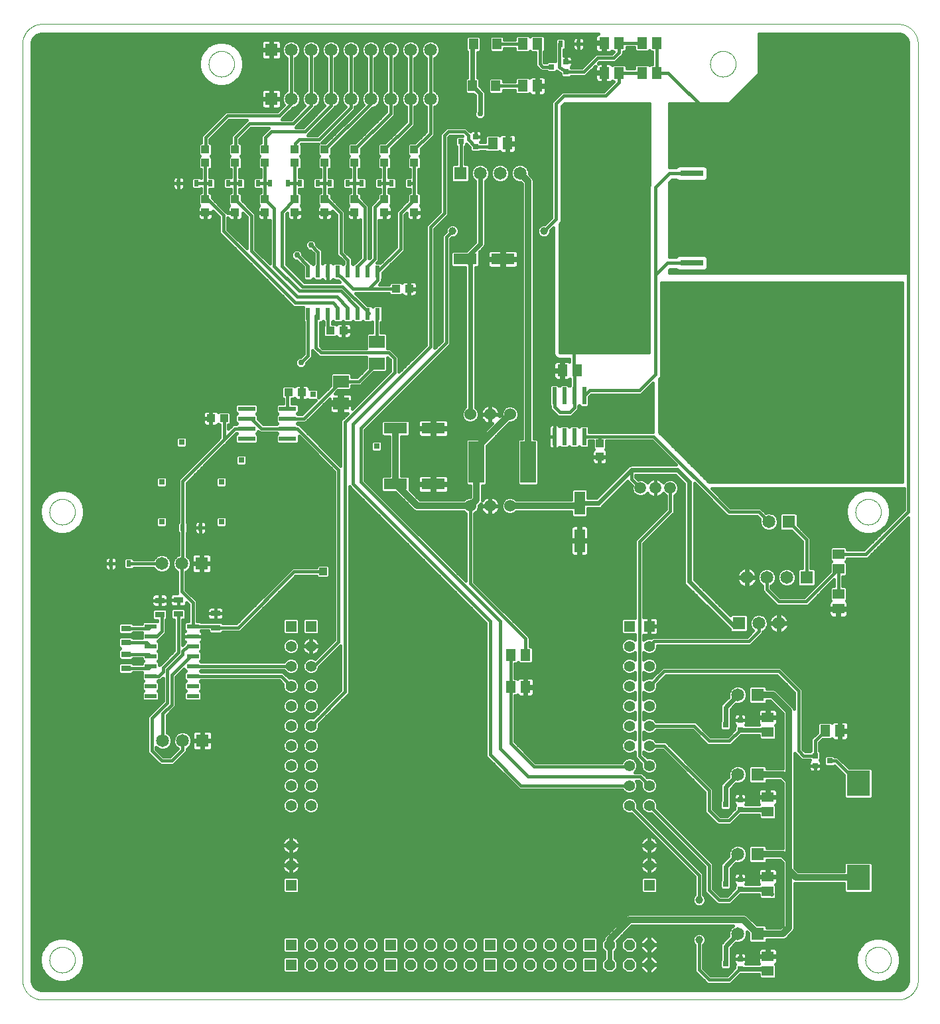
<source format=gtl>
G75*
%MOIN*%
%OFA0B0*%
%FSLAX25Y25*%
%IPPOS*%
%LPD*%
%AMOC8*
5,1,8,0,0,1.08239X$1,22.5*
%
%ADD10C,0.00000*%
%ADD11R,0.03937X0.04331*%
%ADD12C,0.72000*%
%ADD13R,0.11811X0.03150*%
%ADD14R,0.35433X0.39370*%
%ADD15R,0.05118X0.05906*%
%ADD16R,0.04724X0.05512*%
%ADD17R,0.02362X0.08661*%
%ADD18C,0.06000*%
%ADD19R,0.02756X0.02756*%
%ADD20C,0.05543*%
%ADD21R,0.05543X0.05543*%
%ADD22OC8,0.05543*%
%ADD23R,0.07874X0.20866*%
%ADD24R,0.11811X0.05512*%
%ADD25R,0.05512X0.11811*%
%ADD26R,0.04331X0.03937*%
%ADD27R,0.11811X0.12795*%
%ADD28C,0.06496*%
%ADD29R,0.06496X0.06496*%
%ADD30R,0.05906X0.05118*%
%ADD31R,0.02480X0.03268*%
%ADD32R,0.06102X0.02362*%
%ADD33R,0.04724X0.03150*%
%ADD34R,0.07874X0.06299*%
%ADD35R,0.02362X0.06102*%
%ADD36R,0.08661X0.02362*%
%ADD37C,0.05906*%
%ADD38C,0.25000*%
%ADD39C,0.01600*%
%ADD40R,0.03962X0.03962*%
%ADD41C,0.03962*%
%ADD42C,0.02400*%
%ADD43C,0.03200*%
%ADD44C,0.02978*%
%ADD45R,0.02978X0.02978*%
D10*
X0021800Y0021800D02*
X0451800Y0021800D01*
X0452042Y0021803D01*
X0452283Y0021812D01*
X0452524Y0021826D01*
X0452765Y0021847D01*
X0453005Y0021873D01*
X0453245Y0021905D01*
X0453484Y0021943D01*
X0453721Y0021986D01*
X0453958Y0022036D01*
X0454193Y0022091D01*
X0454427Y0022151D01*
X0454659Y0022218D01*
X0454890Y0022289D01*
X0455119Y0022367D01*
X0455346Y0022450D01*
X0455571Y0022538D01*
X0455794Y0022632D01*
X0456014Y0022731D01*
X0456232Y0022836D01*
X0456447Y0022945D01*
X0456660Y0023060D01*
X0456870Y0023180D01*
X0457076Y0023305D01*
X0457280Y0023435D01*
X0457481Y0023570D01*
X0457678Y0023710D01*
X0457872Y0023854D01*
X0458062Y0024003D01*
X0458248Y0024157D01*
X0458431Y0024315D01*
X0458610Y0024477D01*
X0458785Y0024644D01*
X0458956Y0024815D01*
X0459123Y0024990D01*
X0459285Y0025169D01*
X0459443Y0025352D01*
X0459597Y0025538D01*
X0459746Y0025728D01*
X0459890Y0025922D01*
X0460030Y0026119D01*
X0460165Y0026320D01*
X0460295Y0026524D01*
X0460420Y0026730D01*
X0460540Y0026940D01*
X0460655Y0027153D01*
X0460764Y0027368D01*
X0460869Y0027586D01*
X0460968Y0027806D01*
X0461062Y0028029D01*
X0461150Y0028254D01*
X0461233Y0028481D01*
X0461311Y0028710D01*
X0461382Y0028941D01*
X0461449Y0029173D01*
X0461509Y0029407D01*
X0461564Y0029642D01*
X0461614Y0029879D01*
X0461657Y0030116D01*
X0461695Y0030355D01*
X0461727Y0030595D01*
X0461753Y0030835D01*
X0461774Y0031076D01*
X0461788Y0031317D01*
X0461797Y0031558D01*
X0461800Y0031800D01*
X0461800Y0501800D01*
X0461797Y0502042D01*
X0461788Y0502283D01*
X0461774Y0502524D01*
X0461753Y0502765D01*
X0461727Y0503005D01*
X0461695Y0503245D01*
X0461657Y0503484D01*
X0461614Y0503721D01*
X0461564Y0503958D01*
X0461509Y0504193D01*
X0461449Y0504427D01*
X0461382Y0504659D01*
X0461311Y0504890D01*
X0461233Y0505119D01*
X0461150Y0505346D01*
X0461062Y0505571D01*
X0460968Y0505794D01*
X0460869Y0506014D01*
X0460764Y0506232D01*
X0460655Y0506447D01*
X0460540Y0506660D01*
X0460420Y0506870D01*
X0460295Y0507076D01*
X0460165Y0507280D01*
X0460030Y0507481D01*
X0459890Y0507678D01*
X0459746Y0507872D01*
X0459597Y0508062D01*
X0459443Y0508248D01*
X0459285Y0508431D01*
X0459123Y0508610D01*
X0458956Y0508785D01*
X0458785Y0508956D01*
X0458610Y0509123D01*
X0458431Y0509285D01*
X0458248Y0509443D01*
X0458062Y0509597D01*
X0457872Y0509746D01*
X0457678Y0509890D01*
X0457481Y0510030D01*
X0457280Y0510165D01*
X0457076Y0510295D01*
X0456870Y0510420D01*
X0456660Y0510540D01*
X0456447Y0510655D01*
X0456232Y0510764D01*
X0456014Y0510869D01*
X0455794Y0510968D01*
X0455571Y0511062D01*
X0455346Y0511150D01*
X0455119Y0511233D01*
X0454890Y0511311D01*
X0454659Y0511382D01*
X0454427Y0511449D01*
X0454193Y0511509D01*
X0453958Y0511564D01*
X0453721Y0511614D01*
X0453484Y0511657D01*
X0453245Y0511695D01*
X0453005Y0511727D01*
X0452765Y0511753D01*
X0452524Y0511774D01*
X0452283Y0511788D01*
X0452042Y0511797D01*
X0451800Y0511800D01*
X0021800Y0511800D01*
X0021558Y0511797D01*
X0021317Y0511788D01*
X0021076Y0511774D01*
X0020835Y0511753D01*
X0020595Y0511727D01*
X0020355Y0511695D01*
X0020116Y0511657D01*
X0019879Y0511614D01*
X0019642Y0511564D01*
X0019407Y0511509D01*
X0019173Y0511449D01*
X0018941Y0511382D01*
X0018710Y0511311D01*
X0018481Y0511233D01*
X0018254Y0511150D01*
X0018029Y0511062D01*
X0017806Y0510968D01*
X0017586Y0510869D01*
X0017368Y0510764D01*
X0017153Y0510655D01*
X0016940Y0510540D01*
X0016730Y0510420D01*
X0016524Y0510295D01*
X0016320Y0510165D01*
X0016119Y0510030D01*
X0015922Y0509890D01*
X0015728Y0509746D01*
X0015538Y0509597D01*
X0015352Y0509443D01*
X0015169Y0509285D01*
X0014990Y0509123D01*
X0014815Y0508956D01*
X0014644Y0508785D01*
X0014477Y0508610D01*
X0014315Y0508431D01*
X0014157Y0508248D01*
X0014003Y0508062D01*
X0013854Y0507872D01*
X0013710Y0507678D01*
X0013570Y0507481D01*
X0013435Y0507280D01*
X0013305Y0507076D01*
X0013180Y0506870D01*
X0013060Y0506660D01*
X0012945Y0506447D01*
X0012836Y0506232D01*
X0012731Y0506014D01*
X0012632Y0505794D01*
X0012538Y0505571D01*
X0012450Y0505346D01*
X0012367Y0505119D01*
X0012289Y0504890D01*
X0012218Y0504659D01*
X0012151Y0504427D01*
X0012091Y0504193D01*
X0012036Y0503958D01*
X0011986Y0503721D01*
X0011943Y0503484D01*
X0011905Y0503245D01*
X0011873Y0503005D01*
X0011847Y0502765D01*
X0011826Y0502524D01*
X0011812Y0502283D01*
X0011803Y0502042D01*
X0011800Y0501800D01*
X0011800Y0031800D01*
X0011803Y0031558D01*
X0011812Y0031317D01*
X0011826Y0031076D01*
X0011847Y0030835D01*
X0011873Y0030595D01*
X0011905Y0030355D01*
X0011943Y0030116D01*
X0011986Y0029879D01*
X0012036Y0029642D01*
X0012091Y0029407D01*
X0012151Y0029173D01*
X0012218Y0028941D01*
X0012289Y0028710D01*
X0012367Y0028481D01*
X0012450Y0028254D01*
X0012538Y0028029D01*
X0012632Y0027806D01*
X0012731Y0027586D01*
X0012836Y0027368D01*
X0012945Y0027153D01*
X0013060Y0026940D01*
X0013180Y0026730D01*
X0013305Y0026524D01*
X0013435Y0026320D01*
X0013570Y0026119D01*
X0013710Y0025922D01*
X0013854Y0025728D01*
X0014003Y0025538D01*
X0014157Y0025352D01*
X0014315Y0025169D01*
X0014477Y0024990D01*
X0014644Y0024815D01*
X0014815Y0024644D01*
X0014990Y0024477D01*
X0015169Y0024315D01*
X0015352Y0024157D01*
X0015538Y0024003D01*
X0015728Y0023854D01*
X0015922Y0023710D01*
X0016119Y0023570D01*
X0016320Y0023435D01*
X0016524Y0023305D01*
X0016730Y0023180D01*
X0016940Y0023060D01*
X0017153Y0022945D01*
X0017368Y0022836D01*
X0017586Y0022731D01*
X0017806Y0022632D01*
X0018029Y0022538D01*
X0018254Y0022450D01*
X0018481Y0022367D01*
X0018710Y0022289D01*
X0018941Y0022218D01*
X0019173Y0022151D01*
X0019407Y0022091D01*
X0019642Y0022036D01*
X0019879Y0021986D01*
X0020116Y0021943D01*
X0020355Y0021905D01*
X0020595Y0021873D01*
X0020835Y0021847D01*
X0021076Y0021826D01*
X0021317Y0021812D01*
X0021558Y0021803D01*
X0021800Y0021800D01*
X0025375Y0041800D02*
X0025377Y0041960D01*
X0025383Y0042120D01*
X0025393Y0042280D01*
X0025407Y0042440D01*
X0025425Y0042599D01*
X0025447Y0042758D01*
X0025473Y0042916D01*
X0025502Y0043073D01*
X0025536Y0043230D01*
X0025574Y0043385D01*
X0025615Y0043540D01*
X0025660Y0043694D01*
X0025710Y0043846D01*
X0025762Y0043997D01*
X0025819Y0044147D01*
X0025880Y0044296D01*
X0025944Y0044443D01*
X0026011Y0044588D01*
X0026083Y0044731D01*
X0026157Y0044873D01*
X0026236Y0045013D01*
X0026318Y0045150D01*
X0026403Y0045286D01*
X0026491Y0045419D01*
X0026583Y0045551D01*
X0026678Y0045679D01*
X0026777Y0045806D01*
X0026878Y0045930D01*
X0026983Y0046051D01*
X0027090Y0046170D01*
X0027201Y0046286D01*
X0027314Y0046399D01*
X0027430Y0046510D01*
X0027549Y0046617D01*
X0027670Y0046722D01*
X0027794Y0046823D01*
X0027921Y0046922D01*
X0028049Y0047017D01*
X0028181Y0047109D01*
X0028314Y0047197D01*
X0028450Y0047282D01*
X0028588Y0047364D01*
X0028727Y0047443D01*
X0028869Y0047517D01*
X0029012Y0047589D01*
X0029157Y0047656D01*
X0029304Y0047720D01*
X0029453Y0047781D01*
X0029603Y0047838D01*
X0029754Y0047890D01*
X0029906Y0047940D01*
X0030060Y0047985D01*
X0030215Y0048026D01*
X0030370Y0048064D01*
X0030527Y0048098D01*
X0030684Y0048127D01*
X0030842Y0048153D01*
X0031001Y0048175D01*
X0031160Y0048193D01*
X0031320Y0048207D01*
X0031480Y0048217D01*
X0031640Y0048223D01*
X0031800Y0048225D01*
X0031960Y0048223D01*
X0032120Y0048217D01*
X0032280Y0048207D01*
X0032440Y0048193D01*
X0032599Y0048175D01*
X0032758Y0048153D01*
X0032916Y0048127D01*
X0033073Y0048098D01*
X0033230Y0048064D01*
X0033385Y0048026D01*
X0033540Y0047985D01*
X0033694Y0047940D01*
X0033846Y0047890D01*
X0033997Y0047838D01*
X0034147Y0047781D01*
X0034296Y0047720D01*
X0034443Y0047656D01*
X0034588Y0047589D01*
X0034731Y0047517D01*
X0034873Y0047443D01*
X0035013Y0047364D01*
X0035150Y0047282D01*
X0035286Y0047197D01*
X0035419Y0047109D01*
X0035551Y0047017D01*
X0035679Y0046922D01*
X0035806Y0046823D01*
X0035930Y0046722D01*
X0036051Y0046617D01*
X0036170Y0046510D01*
X0036286Y0046399D01*
X0036399Y0046286D01*
X0036510Y0046170D01*
X0036617Y0046051D01*
X0036722Y0045930D01*
X0036823Y0045806D01*
X0036922Y0045679D01*
X0037017Y0045551D01*
X0037109Y0045419D01*
X0037197Y0045286D01*
X0037282Y0045150D01*
X0037364Y0045012D01*
X0037443Y0044873D01*
X0037517Y0044731D01*
X0037589Y0044588D01*
X0037656Y0044443D01*
X0037720Y0044296D01*
X0037781Y0044147D01*
X0037838Y0043997D01*
X0037890Y0043846D01*
X0037940Y0043694D01*
X0037985Y0043540D01*
X0038026Y0043385D01*
X0038064Y0043230D01*
X0038098Y0043073D01*
X0038127Y0042916D01*
X0038153Y0042758D01*
X0038175Y0042599D01*
X0038193Y0042440D01*
X0038207Y0042280D01*
X0038217Y0042120D01*
X0038223Y0041960D01*
X0038225Y0041800D01*
X0038223Y0041640D01*
X0038217Y0041480D01*
X0038207Y0041320D01*
X0038193Y0041160D01*
X0038175Y0041001D01*
X0038153Y0040842D01*
X0038127Y0040684D01*
X0038098Y0040527D01*
X0038064Y0040370D01*
X0038026Y0040215D01*
X0037985Y0040060D01*
X0037940Y0039906D01*
X0037890Y0039754D01*
X0037838Y0039603D01*
X0037781Y0039453D01*
X0037720Y0039304D01*
X0037656Y0039157D01*
X0037589Y0039012D01*
X0037517Y0038869D01*
X0037443Y0038727D01*
X0037364Y0038587D01*
X0037282Y0038450D01*
X0037197Y0038314D01*
X0037109Y0038181D01*
X0037017Y0038049D01*
X0036922Y0037921D01*
X0036823Y0037794D01*
X0036722Y0037670D01*
X0036617Y0037549D01*
X0036510Y0037430D01*
X0036399Y0037314D01*
X0036286Y0037201D01*
X0036170Y0037090D01*
X0036051Y0036983D01*
X0035930Y0036878D01*
X0035806Y0036777D01*
X0035679Y0036678D01*
X0035551Y0036583D01*
X0035419Y0036491D01*
X0035286Y0036403D01*
X0035150Y0036318D01*
X0035012Y0036236D01*
X0034873Y0036157D01*
X0034731Y0036083D01*
X0034588Y0036011D01*
X0034443Y0035944D01*
X0034296Y0035880D01*
X0034147Y0035819D01*
X0033997Y0035762D01*
X0033846Y0035710D01*
X0033694Y0035660D01*
X0033540Y0035615D01*
X0033385Y0035574D01*
X0033230Y0035536D01*
X0033073Y0035502D01*
X0032916Y0035473D01*
X0032758Y0035447D01*
X0032599Y0035425D01*
X0032440Y0035407D01*
X0032280Y0035393D01*
X0032120Y0035383D01*
X0031960Y0035377D01*
X0031800Y0035375D01*
X0031640Y0035377D01*
X0031480Y0035383D01*
X0031320Y0035393D01*
X0031160Y0035407D01*
X0031001Y0035425D01*
X0030842Y0035447D01*
X0030684Y0035473D01*
X0030527Y0035502D01*
X0030370Y0035536D01*
X0030215Y0035574D01*
X0030060Y0035615D01*
X0029906Y0035660D01*
X0029754Y0035710D01*
X0029603Y0035762D01*
X0029453Y0035819D01*
X0029304Y0035880D01*
X0029157Y0035944D01*
X0029012Y0036011D01*
X0028869Y0036083D01*
X0028727Y0036157D01*
X0028587Y0036236D01*
X0028450Y0036318D01*
X0028314Y0036403D01*
X0028181Y0036491D01*
X0028049Y0036583D01*
X0027921Y0036678D01*
X0027794Y0036777D01*
X0027670Y0036878D01*
X0027549Y0036983D01*
X0027430Y0037090D01*
X0027314Y0037201D01*
X0027201Y0037314D01*
X0027090Y0037430D01*
X0026983Y0037549D01*
X0026878Y0037670D01*
X0026777Y0037794D01*
X0026678Y0037921D01*
X0026583Y0038049D01*
X0026491Y0038181D01*
X0026403Y0038314D01*
X0026318Y0038450D01*
X0026236Y0038588D01*
X0026157Y0038727D01*
X0026083Y0038869D01*
X0026011Y0039012D01*
X0025944Y0039157D01*
X0025880Y0039304D01*
X0025819Y0039453D01*
X0025762Y0039603D01*
X0025710Y0039754D01*
X0025660Y0039906D01*
X0025615Y0040060D01*
X0025574Y0040215D01*
X0025536Y0040370D01*
X0025502Y0040527D01*
X0025473Y0040684D01*
X0025447Y0040842D01*
X0025425Y0041001D01*
X0025407Y0041160D01*
X0025393Y0041320D01*
X0025383Y0041480D01*
X0025377Y0041640D01*
X0025375Y0041800D01*
X0025375Y0266800D02*
X0025377Y0266960D01*
X0025383Y0267120D01*
X0025393Y0267280D01*
X0025407Y0267440D01*
X0025425Y0267599D01*
X0025447Y0267758D01*
X0025473Y0267916D01*
X0025502Y0268073D01*
X0025536Y0268230D01*
X0025574Y0268385D01*
X0025615Y0268540D01*
X0025660Y0268694D01*
X0025710Y0268846D01*
X0025762Y0268997D01*
X0025819Y0269147D01*
X0025880Y0269296D01*
X0025944Y0269443D01*
X0026011Y0269588D01*
X0026083Y0269731D01*
X0026157Y0269873D01*
X0026236Y0270013D01*
X0026318Y0270150D01*
X0026403Y0270286D01*
X0026491Y0270419D01*
X0026583Y0270551D01*
X0026678Y0270679D01*
X0026777Y0270806D01*
X0026878Y0270930D01*
X0026983Y0271051D01*
X0027090Y0271170D01*
X0027201Y0271286D01*
X0027314Y0271399D01*
X0027430Y0271510D01*
X0027549Y0271617D01*
X0027670Y0271722D01*
X0027794Y0271823D01*
X0027921Y0271922D01*
X0028049Y0272017D01*
X0028181Y0272109D01*
X0028314Y0272197D01*
X0028450Y0272282D01*
X0028588Y0272364D01*
X0028727Y0272443D01*
X0028869Y0272517D01*
X0029012Y0272589D01*
X0029157Y0272656D01*
X0029304Y0272720D01*
X0029453Y0272781D01*
X0029603Y0272838D01*
X0029754Y0272890D01*
X0029906Y0272940D01*
X0030060Y0272985D01*
X0030215Y0273026D01*
X0030370Y0273064D01*
X0030527Y0273098D01*
X0030684Y0273127D01*
X0030842Y0273153D01*
X0031001Y0273175D01*
X0031160Y0273193D01*
X0031320Y0273207D01*
X0031480Y0273217D01*
X0031640Y0273223D01*
X0031800Y0273225D01*
X0031960Y0273223D01*
X0032120Y0273217D01*
X0032280Y0273207D01*
X0032440Y0273193D01*
X0032599Y0273175D01*
X0032758Y0273153D01*
X0032916Y0273127D01*
X0033073Y0273098D01*
X0033230Y0273064D01*
X0033385Y0273026D01*
X0033540Y0272985D01*
X0033694Y0272940D01*
X0033846Y0272890D01*
X0033997Y0272838D01*
X0034147Y0272781D01*
X0034296Y0272720D01*
X0034443Y0272656D01*
X0034588Y0272589D01*
X0034731Y0272517D01*
X0034873Y0272443D01*
X0035013Y0272364D01*
X0035150Y0272282D01*
X0035286Y0272197D01*
X0035419Y0272109D01*
X0035551Y0272017D01*
X0035679Y0271922D01*
X0035806Y0271823D01*
X0035930Y0271722D01*
X0036051Y0271617D01*
X0036170Y0271510D01*
X0036286Y0271399D01*
X0036399Y0271286D01*
X0036510Y0271170D01*
X0036617Y0271051D01*
X0036722Y0270930D01*
X0036823Y0270806D01*
X0036922Y0270679D01*
X0037017Y0270551D01*
X0037109Y0270419D01*
X0037197Y0270286D01*
X0037282Y0270150D01*
X0037364Y0270012D01*
X0037443Y0269873D01*
X0037517Y0269731D01*
X0037589Y0269588D01*
X0037656Y0269443D01*
X0037720Y0269296D01*
X0037781Y0269147D01*
X0037838Y0268997D01*
X0037890Y0268846D01*
X0037940Y0268694D01*
X0037985Y0268540D01*
X0038026Y0268385D01*
X0038064Y0268230D01*
X0038098Y0268073D01*
X0038127Y0267916D01*
X0038153Y0267758D01*
X0038175Y0267599D01*
X0038193Y0267440D01*
X0038207Y0267280D01*
X0038217Y0267120D01*
X0038223Y0266960D01*
X0038225Y0266800D01*
X0038223Y0266640D01*
X0038217Y0266480D01*
X0038207Y0266320D01*
X0038193Y0266160D01*
X0038175Y0266001D01*
X0038153Y0265842D01*
X0038127Y0265684D01*
X0038098Y0265527D01*
X0038064Y0265370D01*
X0038026Y0265215D01*
X0037985Y0265060D01*
X0037940Y0264906D01*
X0037890Y0264754D01*
X0037838Y0264603D01*
X0037781Y0264453D01*
X0037720Y0264304D01*
X0037656Y0264157D01*
X0037589Y0264012D01*
X0037517Y0263869D01*
X0037443Y0263727D01*
X0037364Y0263587D01*
X0037282Y0263450D01*
X0037197Y0263314D01*
X0037109Y0263181D01*
X0037017Y0263049D01*
X0036922Y0262921D01*
X0036823Y0262794D01*
X0036722Y0262670D01*
X0036617Y0262549D01*
X0036510Y0262430D01*
X0036399Y0262314D01*
X0036286Y0262201D01*
X0036170Y0262090D01*
X0036051Y0261983D01*
X0035930Y0261878D01*
X0035806Y0261777D01*
X0035679Y0261678D01*
X0035551Y0261583D01*
X0035419Y0261491D01*
X0035286Y0261403D01*
X0035150Y0261318D01*
X0035012Y0261236D01*
X0034873Y0261157D01*
X0034731Y0261083D01*
X0034588Y0261011D01*
X0034443Y0260944D01*
X0034296Y0260880D01*
X0034147Y0260819D01*
X0033997Y0260762D01*
X0033846Y0260710D01*
X0033694Y0260660D01*
X0033540Y0260615D01*
X0033385Y0260574D01*
X0033230Y0260536D01*
X0033073Y0260502D01*
X0032916Y0260473D01*
X0032758Y0260447D01*
X0032599Y0260425D01*
X0032440Y0260407D01*
X0032280Y0260393D01*
X0032120Y0260383D01*
X0031960Y0260377D01*
X0031800Y0260375D01*
X0031640Y0260377D01*
X0031480Y0260383D01*
X0031320Y0260393D01*
X0031160Y0260407D01*
X0031001Y0260425D01*
X0030842Y0260447D01*
X0030684Y0260473D01*
X0030527Y0260502D01*
X0030370Y0260536D01*
X0030215Y0260574D01*
X0030060Y0260615D01*
X0029906Y0260660D01*
X0029754Y0260710D01*
X0029603Y0260762D01*
X0029453Y0260819D01*
X0029304Y0260880D01*
X0029157Y0260944D01*
X0029012Y0261011D01*
X0028869Y0261083D01*
X0028727Y0261157D01*
X0028587Y0261236D01*
X0028450Y0261318D01*
X0028314Y0261403D01*
X0028181Y0261491D01*
X0028049Y0261583D01*
X0027921Y0261678D01*
X0027794Y0261777D01*
X0027670Y0261878D01*
X0027549Y0261983D01*
X0027430Y0262090D01*
X0027314Y0262201D01*
X0027201Y0262314D01*
X0027090Y0262430D01*
X0026983Y0262549D01*
X0026878Y0262670D01*
X0026777Y0262794D01*
X0026678Y0262921D01*
X0026583Y0263049D01*
X0026491Y0263181D01*
X0026403Y0263314D01*
X0026318Y0263450D01*
X0026236Y0263588D01*
X0026157Y0263727D01*
X0026083Y0263869D01*
X0026011Y0264012D01*
X0025944Y0264157D01*
X0025880Y0264304D01*
X0025819Y0264453D01*
X0025762Y0264603D01*
X0025710Y0264754D01*
X0025660Y0264906D01*
X0025615Y0265060D01*
X0025574Y0265215D01*
X0025536Y0265370D01*
X0025502Y0265527D01*
X0025473Y0265684D01*
X0025447Y0265842D01*
X0025425Y0266001D01*
X0025407Y0266160D01*
X0025393Y0266320D01*
X0025383Y0266480D01*
X0025377Y0266640D01*
X0025375Y0266800D01*
X0105375Y0491800D02*
X0105377Y0491960D01*
X0105383Y0492120D01*
X0105393Y0492280D01*
X0105407Y0492440D01*
X0105425Y0492599D01*
X0105447Y0492758D01*
X0105473Y0492916D01*
X0105502Y0493073D01*
X0105536Y0493230D01*
X0105574Y0493385D01*
X0105615Y0493540D01*
X0105660Y0493694D01*
X0105710Y0493846D01*
X0105762Y0493997D01*
X0105819Y0494147D01*
X0105880Y0494296D01*
X0105944Y0494443D01*
X0106011Y0494588D01*
X0106083Y0494731D01*
X0106157Y0494873D01*
X0106236Y0495013D01*
X0106318Y0495150D01*
X0106403Y0495286D01*
X0106491Y0495419D01*
X0106583Y0495551D01*
X0106678Y0495679D01*
X0106777Y0495806D01*
X0106878Y0495930D01*
X0106983Y0496051D01*
X0107090Y0496170D01*
X0107201Y0496286D01*
X0107314Y0496399D01*
X0107430Y0496510D01*
X0107549Y0496617D01*
X0107670Y0496722D01*
X0107794Y0496823D01*
X0107921Y0496922D01*
X0108049Y0497017D01*
X0108181Y0497109D01*
X0108314Y0497197D01*
X0108450Y0497282D01*
X0108588Y0497364D01*
X0108727Y0497443D01*
X0108869Y0497517D01*
X0109012Y0497589D01*
X0109157Y0497656D01*
X0109304Y0497720D01*
X0109453Y0497781D01*
X0109603Y0497838D01*
X0109754Y0497890D01*
X0109906Y0497940D01*
X0110060Y0497985D01*
X0110215Y0498026D01*
X0110370Y0498064D01*
X0110527Y0498098D01*
X0110684Y0498127D01*
X0110842Y0498153D01*
X0111001Y0498175D01*
X0111160Y0498193D01*
X0111320Y0498207D01*
X0111480Y0498217D01*
X0111640Y0498223D01*
X0111800Y0498225D01*
X0111960Y0498223D01*
X0112120Y0498217D01*
X0112280Y0498207D01*
X0112440Y0498193D01*
X0112599Y0498175D01*
X0112758Y0498153D01*
X0112916Y0498127D01*
X0113073Y0498098D01*
X0113230Y0498064D01*
X0113385Y0498026D01*
X0113540Y0497985D01*
X0113694Y0497940D01*
X0113846Y0497890D01*
X0113997Y0497838D01*
X0114147Y0497781D01*
X0114296Y0497720D01*
X0114443Y0497656D01*
X0114588Y0497589D01*
X0114731Y0497517D01*
X0114873Y0497443D01*
X0115013Y0497364D01*
X0115150Y0497282D01*
X0115286Y0497197D01*
X0115419Y0497109D01*
X0115551Y0497017D01*
X0115679Y0496922D01*
X0115806Y0496823D01*
X0115930Y0496722D01*
X0116051Y0496617D01*
X0116170Y0496510D01*
X0116286Y0496399D01*
X0116399Y0496286D01*
X0116510Y0496170D01*
X0116617Y0496051D01*
X0116722Y0495930D01*
X0116823Y0495806D01*
X0116922Y0495679D01*
X0117017Y0495551D01*
X0117109Y0495419D01*
X0117197Y0495286D01*
X0117282Y0495150D01*
X0117364Y0495012D01*
X0117443Y0494873D01*
X0117517Y0494731D01*
X0117589Y0494588D01*
X0117656Y0494443D01*
X0117720Y0494296D01*
X0117781Y0494147D01*
X0117838Y0493997D01*
X0117890Y0493846D01*
X0117940Y0493694D01*
X0117985Y0493540D01*
X0118026Y0493385D01*
X0118064Y0493230D01*
X0118098Y0493073D01*
X0118127Y0492916D01*
X0118153Y0492758D01*
X0118175Y0492599D01*
X0118193Y0492440D01*
X0118207Y0492280D01*
X0118217Y0492120D01*
X0118223Y0491960D01*
X0118225Y0491800D01*
X0118223Y0491640D01*
X0118217Y0491480D01*
X0118207Y0491320D01*
X0118193Y0491160D01*
X0118175Y0491001D01*
X0118153Y0490842D01*
X0118127Y0490684D01*
X0118098Y0490527D01*
X0118064Y0490370D01*
X0118026Y0490215D01*
X0117985Y0490060D01*
X0117940Y0489906D01*
X0117890Y0489754D01*
X0117838Y0489603D01*
X0117781Y0489453D01*
X0117720Y0489304D01*
X0117656Y0489157D01*
X0117589Y0489012D01*
X0117517Y0488869D01*
X0117443Y0488727D01*
X0117364Y0488587D01*
X0117282Y0488450D01*
X0117197Y0488314D01*
X0117109Y0488181D01*
X0117017Y0488049D01*
X0116922Y0487921D01*
X0116823Y0487794D01*
X0116722Y0487670D01*
X0116617Y0487549D01*
X0116510Y0487430D01*
X0116399Y0487314D01*
X0116286Y0487201D01*
X0116170Y0487090D01*
X0116051Y0486983D01*
X0115930Y0486878D01*
X0115806Y0486777D01*
X0115679Y0486678D01*
X0115551Y0486583D01*
X0115419Y0486491D01*
X0115286Y0486403D01*
X0115150Y0486318D01*
X0115012Y0486236D01*
X0114873Y0486157D01*
X0114731Y0486083D01*
X0114588Y0486011D01*
X0114443Y0485944D01*
X0114296Y0485880D01*
X0114147Y0485819D01*
X0113997Y0485762D01*
X0113846Y0485710D01*
X0113694Y0485660D01*
X0113540Y0485615D01*
X0113385Y0485574D01*
X0113230Y0485536D01*
X0113073Y0485502D01*
X0112916Y0485473D01*
X0112758Y0485447D01*
X0112599Y0485425D01*
X0112440Y0485407D01*
X0112280Y0485393D01*
X0112120Y0485383D01*
X0111960Y0485377D01*
X0111800Y0485375D01*
X0111640Y0485377D01*
X0111480Y0485383D01*
X0111320Y0485393D01*
X0111160Y0485407D01*
X0111001Y0485425D01*
X0110842Y0485447D01*
X0110684Y0485473D01*
X0110527Y0485502D01*
X0110370Y0485536D01*
X0110215Y0485574D01*
X0110060Y0485615D01*
X0109906Y0485660D01*
X0109754Y0485710D01*
X0109603Y0485762D01*
X0109453Y0485819D01*
X0109304Y0485880D01*
X0109157Y0485944D01*
X0109012Y0486011D01*
X0108869Y0486083D01*
X0108727Y0486157D01*
X0108587Y0486236D01*
X0108450Y0486318D01*
X0108314Y0486403D01*
X0108181Y0486491D01*
X0108049Y0486583D01*
X0107921Y0486678D01*
X0107794Y0486777D01*
X0107670Y0486878D01*
X0107549Y0486983D01*
X0107430Y0487090D01*
X0107314Y0487201D01*
X0107201Y0487314D01*
X0107090Y0487430D01*
X0106983Y0487549D01*
X0106878Y0487670D01*
X0106777Y0487794D01*
X0106678Y0487921D01*
X0106583Y0488049D01*
X0106491Y0488181D01*
X0106403Y0488314D01*
X0106318Y0488450D01*
X0106236Y0488588D01*
X0106157Y0488727D01*
X0106083Y0488869D01*
X0106011Y0489012D01*
X0105944Y0489157D01*
X0105880Y0489304D01*
X0105819Y0489453D01*
X0105762Y0489603D01*
X0105710Y0489754D01*
X0105660Y0489906D01*
X0105615Y0490060D01*
X0105574Y0490215D01*
X0105536Y0490370D01*
X0105502Y0490527D01*
X0105473Y0490684D01*
X0105447Y0490842D01*
X0105425Y0491001D01*
X0105407Y0491160D01*
X0105393Y0491320D01*
X0105383Y0491480D01*
X0105377Y0491640D01*
X0105375Y0491800D01*
X0357375Y0491800D02*
X0357377Y0491960D01*
X0357383Y0492120D01*
X0357393Y0492280D01*
X0357407Y0492440D01*
X0357425Y0492599D01*
X0357447Y0492758D01*
X0357473Y0492916D01*
X0357502Y0493073D01*
X0357536Y0493230D01*
X0357574Y0493385D01*
X0357615Y0493540D01*
X0357660Y0493694D01*
X0357710Y0493846D01*
X0357762Y0493997D01*
X0357819Y0494147D01*
X0357880Y0494296D01*
X0357944Y0494443D01*
X0358011Y0494588D01*
X0358083Y0494731D01*
X0358157Y0494873D01*
X0358236Y0495013D01*
X0358318Y0495150D01*
X0358403Y0495286D01*
X0358491Y0495419D01*
X0358583Y0495551D01*
X0358678Y0495679D01*
X0358777Y0495806D01*
X0358878Y0495930D01*
X0358983Y0496051D01*
X0359090Y0496170D01*
X0359201Y0496286D01*
X0359314Y0496399D01*
X0359430Y0496510D01*
X0359549Y0496617D01*
X0359670Y0496722D01*
X0359794Y0496823D01*
X0359921Y0496922D01*
X0360049Y0497017D01*
X0360181Y0497109D01*
X0360314Y0497197D01*
X0360450Y0497282D01*
X0360588Y0497364D01*
X0360727Y0497443D01*
X0360869Y0497517D01*
X0361012Y0497589D01*
X0361157Y0497656D01*
X0361304Y0497720D01*
X0361453Y0497781D01*
X0361603Y0497838D01*
X0361754Y0497890D01*
X0361906Y0497940D01*
X0362060Y0497985D01*
X0362215Y0498026D01*
X0362370Y0498064D01*
X0362527Y0498098D01*
X0362684Y0498127D01*
X0362842Y0498153D01*
X0363001Y0498175D01*
X0363160Y0498193D01*
X0363320Y0498207D01*
X0363480Y0498217D01*
X0363640Y0498223D01*
X0363800Y0498225D01*
X0363960Y0498223D01*
X0364120Y0498217D01*
X0364280Y0498207D01*
X0364440Y0498193D01*
X0364599Y0498175D01*
X0364758Y0498153D01*
X0364916Y0498127D01*
X0365073Y0498098D01*
X0365230Y0498064D01*
X0365385Y0498026D01*
X0365540Y0497985D01*
X0365694Y0497940D01*
X0365846Y0497890D01*
X0365997Y0497838D01*
X0366147Y0497781D01*
X0366296Y0497720D01*
X0366443Y0497656D01*
X0366588Y0497589D01*
X0366731Y0497517D01*
X0366873Y0497443D01*
X0367013Y0497364D01*
X0367150Y0497282D01*
X0367286Y0497197D01*
X0367419Y0497109D01*
X0367551Y0497017D01*
X0367679Y0496922D01*
X0367806Y0496823D01*
X0367930Y0496722D01*
X0368051Y0496617D01*
X0368170Y0496510D01*
X0368286Y0496399D01*
X0368399Y0496286D01*
X0368510Y0496170D01*
X0368617Y0496051D01*
X0368722Y0495930D01*
X0368823Y0495806D01*
X0368922Y0495679D01*
X0369017Y0495551D01*
X0369109Y0495419D01*
X0369197Y0495286D01*
X0369282Y0495150D01*
X0369364Y0495012D01*
X0369443Y0494873D01*
X0369517Y0494731D01*
X0369589Y0494588D01*
X0369656Y0494443D01*
X0369720Y0494296D01*
X0369781Y0494147D01*
X0369838Y0493997D01*
X0369890Y0493846D01*
X0369940Y0493694D01*
X0369985Y0493540D01*
X0370026Y0493385D01*
X0370064Y0493230D01*
X0370098Y0493073D01*
X0370127Y0492916D01*
X0370153Y0492758D01*
X0370175Y0492599D01*
X0370193Y0492440D01*
X0370207Y0492280D01*
X0370217Y0492120D01*
X0370223Y0491960D01*
X0370225Y0491800D01*
X0370223Y0491640D01*
X0370217Y0491480D01*
X0370207Y0491320D01*
X0370193Y0491160D01*
X0370175Y0491001D01*
X0370153Y0490842D01*
X0370127Y0490684D01*
X0370098Y0490527D01*
X0370064Y0490370D01*
X0370026Y0490215D01*
X0369985Y0490060D01*
X0369940Y0489906D01*
X0369890Y0489754D01*
X0369838Y0489603D01*
X0369781Y0489453D01*
X0369720Y0489304D01*
X0369656Y0489157D01*
X0369589Y0489012D01*
X0369517Y0488869D01*
X0369443Y0488727D01*
X0369364Y0488587D01*
X0369282Y0488450D01*
X0369197Y0488314D01*
X0369109Y0488181D01*
X0369017Y0488049D01*
X0368922Y0487921D01*
X0368823Y0487794D01*
X0368722Y0487670D01*
X0368617Y0487549D01*
X0368510Y0487430D01*
X0368399Y0487314D01*
X0368286Y0487201D01*
X0368170Y0487090D01*
X0368051Y0486983D01*
X0367930Y0486878D01*
X0367806Y0486777D01*
X0367679Y0486678D01*
X0367551Y0486583D01*
X0367419Y0486491D01*
X0367286Y0486403D01*
X0367150Y0486318D01*
X0367012Y0486236D01*
X0366873Y0486157D01*
X0366731Y0486083D01*
X0366588Y0486011D01*
X0366443Y0485944D01*
X0366296Y0485880D01*
X0366147Y0485819D01*
X0365997Y0485762D01*
X0365846Y0485710D01*
X0365694Y0485660D01*
X0365540Y0485615D01*
X0365385Y0485574D01*
X0365230Y0485536D01*
X0365073Y0485502D01*
X0364916Y0485473D01*
X0364758Y0485447D01*
X0364599Y0485425D01*
X0364440Y0485407D01*
X0364280Y0485393D01*
X0364120Y0485383D01*
X0363960Y0485377D01*
X0363800Y0485375D01*
X0363640Y0485377D01*
X0363480Y0485383D01*
X0363320Y0485393D01*
X0363160Y0485407D01*
X0363001Y0485425D01*
X0362842Y0485447D01*
X0362684Y0485473D01*
X0362527Y0485502D01*
X0362370Y0485536D01*
X0362215Y0485574D01*
X0362060Y0485615D01*
X0361906Y0485660D01*
X0361754Y0485710D01*
X0361603Y0485762D01*
X0361453Y0485819D01*
X0361304Y0485880D01*
X0361157Y0485944D01*
X0361012Y0486011D01*
X0360869Y0486083D01*
X0360727Y0486157D01*
X0360587Y0486236D01*
X0360450Y0486318D01*
X0360314Y0486403D01*
X0360181Y0486491D01*
X0360049Y0486583D01*
X0359921Y0486678D01*
X0359794Y0486777D01*
X0359670Y0486878D01*
X0359549Y0486983D01*
X0359430Y0487090D01*
X0359314Y0487201D01*
X0359201Y0487314D01*
X0359090Y0487430D01*
X0358983Y0487549D01*
X0358878Y0487670D01*
X0358777Y0487794D01*
X0358678Y0487921D01*
X0358583Y0488049D01*
X0358491Y0488181D01*
X0358403Y0488314D01*
X0358318Y0488450D01*
X0358236Y0488588D01*
X0358157Y0488727D01*
X0358083Y0488869D01*
X0358011Y0489012D01*
X0357944Y0489157D01*
X0357880Y0489304D01*
X0357819Y0489453D01*
X0357762Y0489603D01*
X0357710Y0489754D01*
X0357660Y0489906D01*
X0357615Y0490060D01*
X0357574Y0490215D01*
X0357536Y0490370D01*
X0357502Y0490527D01*
X0357473Y0490684D01*
X0357447Y0490842D01*
X0357425Y0491001D01*
X0357407Y0491160D01*
X0357393Y0491320D01*
X0357383Y0491480D01*
X0357377Y0491640D01*
X0357375Y0491800D01*
X0430375Y0266800D02*
X0430377Y0266960D01*
X0430383Y0267120D01*
X0430393Y0267280D01*
X0430407Y0267440D01*
X0430425Y0267599D01*
X0430447Y0267758D01*
X0430473Y0267916D01*
X0430502Y0268073D01*
X0430536Y0268230D01*
X0430574Y0268385D01*
X0430615Y0268540D01*
X0430660Y0268694D01*
X0430710Y0268846D01*
X0430762Y0268997D01*
X0430819Y0269147D01*
X0430880Y0269296D01*
X0430944Y0269443D01*
X0431011Y0269588D01*
X0431083Y0269731D01*
X0431157Y0269873D01*
X0431236Y0270013D01*
X0431318Y0270150D01*
X0431403Y0270286D01*
X0431491Y0270419D01*
X0431583Y0270551D01*
X0431678Y0270679D01*
X0431777Y0270806D01*
X0431878Y0270930D01*
X0431983Y0271051D01*
X0432090Y0271170D01*
X0432201Y0271286D01*
X0432314Y0271399D01*
X0432430Y0271510D01*
X0432549Y0271617D01*
X0432670Y0271722D01*
X0432794Y0271823D01*
X0432921Y0271922D01*
X0433049Y0272017D01*
X0433181Y0272109D01*
X0433314Y0272197D01*
X0433450Y0272282D01*
X0433588Y0272364D01*
X0433727Y0272443D01*
X0433869Y0272517D01*
X0434012Y0272589D01*
X0434157Y0272656D01*
X0434304Y0272720D01*
X0434453Y0272781D01*
X0434603Y0272838D01*
X0434754Y0272890D01*
X0434906Y0272940D01*
X0435060Y0272985D01*
X0435215Y0273026D01*
X0435370Y0273064D01*
X0435527Y0273098D01*
X0435684Y0273127D01*
X0435842Y0273153D01*
X0436001Y0273175D01*
X0436160Y0273193D01*
X0436320Y0273207D01*
X0436480Y0273217D01*
X0436640Y0273223D01*
X0436800Y0273225D01*
X0436960Y0273223D01*
X0437120Y0273217D01*
X0437280Y0273207D01*
X0437440Y0273193D01*
X0437599Y0273175D01*
X0437758Y0273153D01*
X0437916Y0273127D01*
X0438073Y0273098D01*
X0438230Y0273064D01*
X0438385Y0273026D01*
X0438540Y0272985D01*
X0438694Y0272940D01*
X0438846Y0272890D01*
X0438997Y0272838D01*
X0439147Y0272781D01*
X0439296Y0272720D01*
X0439443Y0272656D01*
X0439588Y0272589D01*
X0439731Y0272517D01*
X0439873Y0272443D01*
X0440013Y0272364D01*
X0440150Y0272282D01*
X0440286Y0272197D01*
X0440419Y0272109D01*
X0440551Y0272017D01*
X0440679Y0271922D01*
X0440806Y0271823D01*
X0440930Y0271722D01*
X0441051Y0271617D01*
X0441170Y0271510D01*
X0441286Y0271399D01*
X0441399Y0271286D01*
X0441510Y0271170D01*
X0441617Y0271051D01*
X0441722Y0270930D01*
X0441823Y0270806D01*
X0441922Y0270679D01*
X0442017Y0270551D01*
X0442109Y0270419D01*
X0442197Y0270286D01*
X0442282Y0270150D01*
X0442364Y0270012D01*
X0442443Y0269873D01*
X0442517Y0269731D01*
X0442589Y0269588D01*
X0442656Y0269443D01*
X0442720Y0269296D01*
X0442781Y0269147D01*
X0442838Y0268997D01*
X0442890Y0268846D01*
X0442940Y0268694D01*
X0442985Y0268540D01*
X0443026Y0268385D01*
X0443064Y0268230D01*
X0443098Y0268073D01*
X0443127Y0267916D01*
X0443153Y0267758D01*
X0443175Y0267599D01*
X0443193Y0267440D01*
X0443207Y0267280D01*
X0443217Y0267120D01*
X0443223Y0266960D01*
X0443225Y0266800D01*
X0443223Y0266640D01*
X0443217Y0266480D01*
X0443207Y0266320D01*
X0443193Y0266160D01*
X0443175Y0266001D01*
X0443153Y0265842D01*
X0443127Y0265684D01*
X0443098Y0265527D01*
X0443064Y0265370D01*
X0443026Y0265215D01*
X0442985Y0265060D01*
X0442940Y0264906D01*
X0442890Y0264754D01*
X0442838Y0264603D01*
X0442781Y0264453D01*
X0442720Y0264304D01*
X0442656Y0264157D01*
X0442589Y0264012D01*
X0442517Y0263869D01*
X0442443Y0263727D01*
X0442364Y0263587D01*
X0442282Y0263450D01*
X0442197Y0263314D01*
X0442109Y0263181D01*
X0442017Y0263049D01*
X0441922Y0262921D01*
X0441823Y0262794D01*
X0441722Y0262670D01*
X0441617Y0262549D01*
X0441510Y0262430D01*
X0441399Y0262314D01*
X0441286Y0262201D01*
X0441170Y0262090D01*
X0441051Y0261983D01*
X0440930Y0261878D01*
X0440806Y0261777D01*
X0440679Y0261678D01*
X0440551Y0261583D01*
X0440419Y0261491D01*
X0440286Y0261403D01*
X0440150Y0261318D01*
X0440012Y0261236D01*
X0439873Y0261157D01*
X0439731Y0261083D01*
X0439588Y0261011D01*
X0439443Y0260944D01*
X0439296Y0260880D01*
X0439147Y0260819D01*
X0438997Y0260762D01*
X0438846Y0260710D01*
X0438694Y0260660D01*
X0438540Y0260615D01*
X0438385Y0260574D01*
X0438230Y0260536D01*
X0438073Y0260502D01*
X0437916Y0260473D01*
X0437758Y0260447D01*
X0437599Y0260425D01*
X0437440Y0260407D01*
X0437280Y0260393D01*
X0437120Y0260383D01*
X0436960Y0260377D01*
X0436800Y0260375D01*
X0436640Y0260377D01*
X0436480Y0260383D01*
X0436320Y0260393D01*
X0436160Y0260407D01*
X0436001Y0260425D01*
X0435842Y0260447D01*
X0435684Y0260473D01*
X0435527Y0260502D01*
X0435370Y0260536D01*
X0435215Y0260574D01*
X0435060Y0260615D01*
X0434906Y0260660D01*
X0434754Y0260710D01*
X0434603Y0260762D01*
X0434453Y0260819D01*
X0434304Y0260880D01*
X0434157Y0260944D01*
X0434012Y0261011D01*
X0433869Y0261083D01*
X0433727Y0261157D01*
X0433587Y0261236D01*
X0433450Y0261318D01*
X0433314Y0261403D01*
X0433181Y0261491D01*
X0433049Y0261583D01*
X0432921Y0261678D01*
X0432794Y0261777D01*
X0432670Y0261878D01*
X0432549Y0261983D01*
X0432430Y0262090D01*
X0432314Y0262201D01*
X0432201Y0262314D01*
X0432090Y0262430D01*
X0431983Y0262549D01*
X0431878Y0262670D01*
X0431777Y0262794D01*
X0431678Y0262921D01*
X0431583Y0263049D01*
X0431491Y0263181D01*
X0431403Y0263314D01*
X0431318Y0263450D01*
X0431236Y0263588D01*
X0431157Y0263727D01*
X0431083Y0263869D01*
X0431011Y0264012D01*
X0430944Y0264157D01*
X0430880Y0264304D01*
X0430819Y0264453D01*
X0430762Y0264603D01*
X0430710Y0264754D01*
X0430660Y0264906D01*
X0430615Y0265060D01*
X0430574Y0265215D01*
X0430536Y0265370D01*
X0430502Y0265527D01*
X0430473Y0265684D01*
X0430447Y0265842D01*
X0430425Y0266001D01*
X0430407Y0266160D01*
X0430393Y0266320D01*
X0430383Y0266480D01*
X0430377Y0266640D01*
X0430375Y0266800D01*
X0435375Y0041800D02*
X0435377Y0041960D01*
X0435383Y0042120D01*
X0435393Y0042280D01*
X0435407Y0042440D01*
X0435425Y0042599D01*
X0435447Y0042758D01*
X0435473Y0042916D01*
X0435502Y0043073D01*
X0435536Y0043230D01*
X0435574Y0043385D01*
X0435615Y0043540D01*
X0435660Y0043694D01*
X0435710Y0043846D01*
X0435762Y0043997D01*
X0435819Y0044147D01*
X0435880Y0044296D01*
X0435944Y0044443D01*
X0436011Y0044588D01*
X0436083Y0044731D01*
X0436157Y0044873D01*
X0436236Y0045013D01*
X0436318Y0045150D01*
X0436403Y0045286D01*
X0436491Y0045419D01*
X0436583Y0045551D01*
X0436678Y0045679D01*
X0436777Y0045806D01*
X0436878Y0045930D01*
X0436983Y0046051D01*
X0437090Y0046170D01*
X0437201Y0046286D01*
X0437314Y0046399D01*
X0437430Y0046510D01*
X0437549Y0046617D01*
X0437670Y0046722D01*
X0437794Y0046823D01*
X0437921Y0046922D01*
X0438049Y0047017D01*
X0438181Y0047109D01*
X0438314Y0047197D01*
X0438450Y0047282D01*
X0438588Y0047364D01*
X0438727Y0047443D01*
X0438869Y0047517D01*
X0439012Y0047589D01*
X0439157Y0047656D01*
X0439304Y0047720D01*
X0439453Y0047781D01*
X0439603Y0047838D01*
X0439754Y0047890D01*
X0439906Y0047940D01*
X0440060Y0047985D01*
X0440215Y0048026D01*
X0440370Y0048064D01*
X0440527Y0048098D01*
X0440684Y0048127D01*
X0440842Y0048153D01*
X0441001Y0048175D01*
X0441160Y0048193D01*
X0441320Y0048207D01*
X0441480Y0048217D01*
X0441640Y0048223D01*
X0441800Y0048225D01*
X0441960Y0048223D01*
X0442120Y0048217D01*
X0442280Y0048207D01*
X0442440Y0048193D01*
X0442599Y0048175D01*
X0442758Y0048153D01*
X0442916Y0048127D01*
X0443073Y0048098D01*
X0443230Y0048064D01*
X0443385Y0048026D01*
X0443540Y0047985D01*
X0443694Y0047940D01*
X0443846Y0047890D01*
X0443997Y0047838D01*
X0444147Y0047781D01*
X0444296Y0047720D01*
X0444443Y0047656D01*
X0444588Y0047589D01*
X0444731Y0047517D01*
X0444873Y0047443D01*
X0445013Y0047364D01*
X0445150Y0047282D01*
X0445286Y0047197D01*
X0445419Y0047109D01*
X0445551Y0047017D01*
X0445679Y0046922D01*
X0445806Y0046823D01*
X0445930Y0046722D01*
X0446051Y0046617D01*
X0446170Y0046510D01*
X0446286Y0046399D01*
X0446399Y0046286D01*
X0446510Y0046170D01*
X0446617Y0046051D01*
X0446722Y0045930D01*
X0446823Y0045806D01*
X0446922Y0045679D01*
X0447017Y0045551D01*
X0447109Y0045419D01*
X0447197Y0045286D01*
X0447282Y0045150D01*
X0447364Y0045012D01*
X0447443Y0044873D01*
X0447517Y0044731D01*
X0447589Y0044588D01*
X0447656Y0044443D01*
X0447720Y0044296D01*
X0447781Y0044147D01*
X0447838Y0043997D01*
X0447890Y0043846D01*
X0447940Y0043694D01*
X0447985Y0043540D01*
X0448026Y0043385D01*
X0448064Y0043230D01*
X0448098Y0043073D01*
X0448127Y0042916D01*
X0448153Y0042758D01*
X0448175Y0042599D01*
X0448193Y0042440D01*
X0448207Y0042280D01*
X0448217Y0042120D01*
X0448223Y0041960D01*
X0448225Y0041800D01*
X0448223Y0041640D01*
X0448217Y0041480D01*
X0448207Y0041320D01*
X0448193Y0041160D01*
X0448175Y0041001D01*
X0448153Y0040842D01*
X0448127Y0040684D01*
X0448098Y0040527D01*
X0448064Y0040370D01*
X0448026Y0040215D01*
X0447985Y0040060D01*
X0447940Y0039906D01*
X0447890Y0039754D01*
X0447838Y0039603D01*
X0447781Y0039453D01*
X0447720Y0039304D01*
X0447656Y0039157D01*
X0447589Y0039012D01*
X0447517Y0038869D01*
X0447443Y0038727D01*
X0447364Y0038587D01*
X0447282Y0038450D01*
X0447197Y0038314D01*
X0447109Y0038181D01*
X0447017Y0038049D01*
X0446922Y0037921D01*
X0446823Y0037794D01*
X0446722Y0037670D01*
X0446617Y0037549D01*
X0446510Y0037430D01*
X0446399Y0037314D01*
X0446286Y0037201D01*
X0446170Y0037090D01*
X0446051Y0036983D01*
X0445930Y0036878D01*
X0445806Y0036777D01*
X0445679Y0036678D01*
X0445551Y0036583D01*
X0445419Y0036491D01*
X0445286Y0036403D01*
X0445150Y0036318D01*
X0445012Y0036236D01*
X0444873Y0036157D01*
X0444731Y0036083D01*
X0444588Y0036011D01*
X0444443Y0035944D01*
X0444296Y0035880D01*
X0444147Y0035819D01*
X0443997Y0035762D01*
X0443846Y0035710D01*
X0443694Y0035660D01*
X0443540Y0035615D01*
X0443385Y0035574D01*
X0443230Y0035536D01*
X0443073Y0035502D01*
X0442916Y0035473D01*
X0442758Y0035447D01*
X0442599Y0035425D01*
X0442440Y0035407D01*
X0442280Y0035393D01*
X0442120Y0035383D01*
X0441960Y0035377D01*
X0441800Y0035375D01*
X0441640Y0035377D01*
X0441480Y0035383D01*
X0441320Y0035393D01*
X0441160Y0035407D01*
X0441001Y0035425D01*
X0440842Y0035447D01*
X0440684Y0035473D01*
X0440527Y0035502D01*
X0440370Y0035536D01*
X0440215Y0035574D01*
X0440060Y0035615D01*
X0439906Y0035660D01*
X0439754Y0035710D01*
X0439603Y0035762D01*
X0439453Y0035819D01*
X0439304Y0035880D01*
X0439157Y0035944D01*
X0439012Y0036011D01*
X0438869Y0036083D01*
X0438727Y0036157D01*
X0438587Y0036236D01*
X0438450Y0036318D01*
X0438314Y0036403D01*
X0438181Y0036491D01*
X0438049Y0036583D01*
X0437921Y0036678D01*
X0437794Y0036777D01*
X0437670Y0036878D01*
X0437549Y0036983D01*
X0437430Y0037090D01*
X0437314Y0037201D01*
X0437201Y0037314D01*
X0437090Y0037430D01*
X0436983Y0037549D01*
X0436878Y0037670D01*
X0436777Y0037794D01*
X0436678Y0037921D01*
X0436583Y0038049D01*
X0436491Y0038181D01*
X0436403Y0038314D01*
X0436318Y0038450D01*
X0436236Y0038588D01*
X0436157Y0038727D01*
X0436083Y0038869D01*
X0436011Y0039012D01*
X0435944Y0039157D01*
X0435880Y0039304D01*
X0435819Y0039453D01*
X0435762Y0039603D01*
X0435710Y0039754D01*
X0435660Y0039906D01*
X0435615Y0040060D01*
X0435574Y0040215D01*
X0435536Y0040370D01*
X0435502Y0040527D01*
X0435473Y0040684D01*
X0435447Y0040842D01*
X0435425Y0041001D01*
X0435407Y0041160D01*
X0435393Y0041320D01*
X0435383Y0041480D01*
X0435377Y0041640D01*
X0435375Y0041800D01*
D11*
X0301800Y0294454D03*
X0301800Y0301146D03*
X0208698Y0417097D03*
X0208698Y0423790D03*
X0193698Y0423790D03*
X0193698Y0417097D03*
X0178698Y0417097D03*
X0178698Y0423790D03*
X0163698Y0423790D03*
X0163698Y0417097D03*
X0148698Y0417097D03*
X0148698Y0423790D03*
X0133698Y0423790D03*
X0133698Y0417097D03*
X0118698Y0417097D03*
X0118698Y0423790D03*
X0103698Y0423790D03*
X0103698Y0417097D03*
D12*
X0061800Y0331800D03*
X0411800Y0331800D03*
X0411800Y0451800D03*
D13*
X0348050Y0446800D03*
X0348050Y0441800D03*
X0348050Y0436800D03*
X0348050Y0421800D03*
X0348050Y0416800D03*
X0348050Y0411800D03*
X0348050Y0401800D03*
X0348050Y0396800D03*
X0348050Y0391800D03*
X0348050Y0456800D03*
X0348050Y0461800D03*
X0348050Y0466800D03*
D14*
X0308276Y0451800D03*
X0308276Y0406800D03*
D15*
X0255540Y0451800D03*
X0248060Y0451800D03*
X0263060Y0480800D03*
X0270540Y0480800D03*
X0270540Y0501800D03*
X0263060Y0501800D03*
X0304060Y0502300D03*
X0311540Y0502300D03*
X0323060Y0502300D03*
X0330540Y0502300D03*
X0330540Y0487300D03*
X0323060Y0487300D03*
X0311540Y0487300D03*
X0304060Y0487300D03*
X0290540Y0337800D03*
X0283060Y0337800D03*
X0264540Y0194800D03*
X0257060Y0194800D03*
X0257060Y0178800D03*
X0264540Y0178800D03*
X0415060Y0156800D03*
X0422540Y0156800D03*
D16*
X0249706Y0480800D03*
X0237894Y0480800D03*
X0238394Y0501800D03*
X0250206Y0501800D03*
D17*
X0279062Y0325072D03*
X0284062Y0325072D03*
X0289062Y0325072D03*
X0294062Y0325072D03*
X0294062Y0304600D03*
X0289062Y0304600D03*
X0284062Y0304600D03*
X0279062Y0304600D03*
D18*
X0256800Y0315800D03*
X0246800Y0315800D03*
X0236800Y0315800D03*
X0236800Y0269800D03*
X0246800Y0269800D03*
X0256800Y0269800D03*
D19*
X0365158Y0159800D03*
X0372442Y0157241D03*
X0372442Y0162359D03*
X0372442Y0122359D03*
X0372442Y0117241D03*
X0365158Y0119800D03*
X0372442Y0082359D03*
X0372442Y0077241D03*
X0365158Y0079800D03*
X0372442Y0042359D03*
X0372442Y0037241D03*
X0365158Y0039800D03*
X0410158Y0139241D03*
X0410158Y0144359D03*
X0417442Y0141800D03*
X0239442Y0450241D03*
X0239442Y0455359D03*
X0232158Y0452800D03*
X0277658Y0490300D03*
X0284942Y0487741D03*
X0284942Y0492859D03*
D20*
X0316800Y0199300D03*
X0316800Y0189300D03*
X0316800Y0179300D03*
X0316800Y0169300D03*
X0316800Y0159300D03*
X0316800Y0149300D03*
X0316800Y0139300D03*
X0316800Y0129300D03*
X0316800Y0119300D03*
X0326800Y0119300D03*
X0326800Y0129300D03*
X0326800Y0139300D03*
X0326800Y0149300D03*
X0326800Y0159300D03*
X0326800Y0169300D03*
X0326800Y0179300D03*
X0326800Y0189300D03*
X0326800Y0199300D03*
X0326800Y0099300D03*
X0326800Y0089300D03*
X0156800Y0119300D03*
X0156800Y0129300D03*
X0156800Y0139300D03*
X0156800Y0149300D03*
X0156800Y0159300D03*
X0156800Y0169300D03*
X0156800Y0179300D03*
X0156800Y0189300D03*
X0156800Y0199300D03*
X0146800Y0199300D03*
X0146800Y0189300D03*
X0146800Y0179300D03*
X0146800Y0169300D03*
X0146800Y0159300D03*
X0146800Y0149300D03*
X0146800Y0139300D03*
X0146800Y0129300D03*
X0146800Y0119300D03*
X0146800Y0099300D03*
X0146800Y0089300D03*
D21*
X0146800Y0079300D03*
X0146800Y0049300D03*
X0146800Y0039300D03*
X0196800Y0039300D03*
X0196800Y0049300D03*
X0246800Y0049300D03*
X0246800Y0039300D03*
X0296800Y0039300D03*
X0296800Y0049300D03*
X0326800Y0079300D03*
X0326800Y0209300D03*
X0316800Y0209300D03*
X0156800Y0209300D03*
X0146800Y0209300D03*
D22*
X0156800Y0049300D03*
X0156800Y0039300D03*
X0166800Y0039300D03*
X0166800Y0049300D03*
X0176800Y0049300D03*
X0176800Y0039300D03*
X0186800Y0039300D03*
X0186800Y0049300D03*
X0206800Y0049300D03*
X0206800Y0039300D03*
X0216800Y0039300D03*
X0216800Y0049300D03*
X0226800Y0049300D03*
X0226800Y0039300D03*
X0236800Y0039300D03*
X0236800Y0049300D03*
X0256800Y0049300D03*
X0256800Y0039300D03*
X0266800Y0039300D03*
X0266800Y0049300D03*
X0276800Y0049300D03*
X0276800Y0039300D03*
X0286800Y0039300D03*
X0286800Y0049300D03*
X0306800Y0049300D03*
X0306800Y0039300D03*
X0316800Y0039300D03*
X0316800Y0049300D03*
X0326800Y0049300D03*
X0326800Y0039300D03*
D23*
X0265800Y0291800D03*
X0239816Y0291800D03*
D24*
X0218249Y0280800D03*
X0199351Y0280800D03*
X0199351Y0308800D03*
X0218249Y0308800D03*
X0234351Y0393800D03*
X0253249Y0393800D03*
D25*
X0291800Y0271249D03*
X0291800Y0252351D03*
D26*
X0206146Y0378800D03*
X0199454Y0378800D03*
X0173146Y0357800D03*
X0166454Y0357800D03*
X0152146Y0326800D03*
X0145454Y0326800D03*
X0113146Y0313800D03*
X0106454Y0313800D03*
X0103698Y0442097D03*
X0103698Y0448790D03*
X0118698Y0448790D03*
X0118698Y0442097D03*
X0133698Y0442097D03*
X0133698Y0448790D03*
X0148698Y0448790D03*
X0148698Y0442097D03*
X0163698Y0442097D03*
X0163698Y0448790D03*
X0178698Y0448790D03*
X0178698Y0442097D03*
X0193698Y0442097D03*
X0193698Y0448790D03*
X0208698Y0448790D03*
X0208698Y0442097D03*
D27*
X0431800Y0130422D03*
X0431800Y0083178D03*
D28*
X0371300Y0094800D03*
X0371300Y0134800D03*
X0371300Y0174800D03*
X0381800Y0210800D03*
X0391800Y0210800D03*
X0395800Y0233800D03*
X0385800Y0233800D03*
X0375800Y0233800D03*
X0386800Y0261800D03*
X0261800Y0436800D03*
X0251800Y0436800D03*
X0241800Y0436800D03*
X0216800Y0474300D03*
X0206800Y0474300D03*
X0196800Y0474300D03*
X0186800Y0474300D03*
X0176800Y0474300D03*
X0166800Y0474300D03*
X0156800Y0474300D03*
X0146800Y0474300D03*
X0146800Y0498800D03*
X0156800Y0498800D03*
X0166800Y0498800D03*
X0176800Y0498800D03*
X0186800Y0498800D03*
X0196800Y0498800D03*
X0206800Y0498800D03*
X0216800Y0498800D03*
X0091800Y0240800D03*
X0081800Y0240800D03*
X0082300Y0151800D03*
X0092300Y0151800D03*
X0371300Y0054800D03*
D29*
X0381300Y0054800D03*
X0381300Y0094800D03*
X0381300Y0134800D03*
X0381300Y0174800D03*
X0371800Y0210800D03*
X0405800Y0233800D03*
X0396800Y0261800D03*
X0231800Y0436800D03*
X0136800Y0474300D03*
X0136800Y0498800D03*
X0101800Y0240800D03*
X0102300Y0151800D03*
D30*
X0386300Y0156060D03*
X0386300Y0163540D03*
X0386300Y0123540D03*
X0386300Y0116060D03*
X0386300Y0083540D03*
X0386300Y0076060D03*
X0386300Y0043540D03*
X0386300Y0036060D03*
X0421800Y0218060D03*
X0421800Y0225540D03*
X0421800Y0238060D03*
X0421800Y0245540D03*
D31*
X0206328Y0431800D03*
X0197272Y0431800D03*
X0191328Y0431800D03*
X0182272Y0431800D03*
X0175328Y0431800D03*
X0166272Y0431800D03*
X0160328Y0431800D03*
X0151272Y0431800D03*
X0145328Y0431800D03*
X0136272Y0431800D03*
X0130328Y0431800D03*
X0121272Y0431800D03*
X0115328Y0431800D03*
X0106272Y0431800D03*
X0099328Y0431800D03*
X0090272Y0431800D03*
X0092272Y0258800D03*
X0101328Y0258800D03*
X0065328Y0240800D03*
X0056272Y0240800D03*
X0282272Y0501800D03*
X0291328Y0501800D03*
D32*
X0097430Y0209300D03*
X0097430Y0204300D03*
X0097430Y0199300D03*
X0097430Y0194300D03*
X0097430Y0189300D03*
X0097430Y0184300D03*
X0097430Y0179300D03*
X0097430Y0174300D03*
X0076170Y0174300D03*
X0076170Y0179300D03*
X0076170Y0184300D03*
X0076170Y0189300D03*
X0076170Y0194300D03*
X0076170Y0199300D03*
X0076170Y0204300D03*
X0076170Y0209300D03*
D33*
X0080800Y0215257D03*
X0080800Y0222343D03*
X0090132Y0222501D03*
X0090132Y0215414D03*
X0108843Y0215776D03*
X0108843Y0208689D03*
X0063800Y0208343D03*
X0063800Y0201257D03*
X0063800Y0195343D03*
X0063800Y0188257D03*
D34*
X0171800Y0321288D03*
X0171800Y0332312D03*
X0189800Y0341288D03*
X0189800Y0352312D03*
D35*
X0190300Y0366170D03*
X0185300Y0366170D03*
X0180300Y0366170D03*
X0175300Y0366170D03*
X0170300Y0366170D03*
X0165300Y0366170D03*
X0160300Y0366170D03*
X0155300Y0366170D03*
X0155300Y0387430D03*
X0160300Y0387430D03*
X0165300Y0387430D03*
X0170300Y0387430D03*
X0175300Y0387430D03*
X0180300Y0387430D03*
X0185300Y0387430D03*
X0190300Y0387430D03*
D36*
X0145002Y0318599D03*
X0145002Y0313599D03*
X0145002Y0308599D03*
X0145002Y0303599D03*
X0124402Y0303599D03*
X0124402Y0308599D03*
X0124402Y0313599D03*
X0124402Y0318599D03*
D37*
X0322320Y0278800D03*
X0329800Y0278800D03*
X0337280Y0278800D03*
D38*
X0349485Y0365414D03*
X0310115Y0365414D03*
D39*
X0326600Y0365480D02*
X0281800Y0365480D01*
X0281800Y0367078D02*
X0326600Y0367078D01*
X0326600Y0368677D02*
X0281800Y0368677D01*
X0281800Y0370275D02*
X0326600Y0370275D01*
X0326600Y0371874D02*
X0281800Y0371874D01*
X0281800Y0373472D02*
X0326600Y0373472D01*
X0326600Y0375071D02*
X0281800Y0375071D01*
X0281800Y0376670D02*
X0326600Y0376670D01*
X0326600Y0378268D02*
X0281800Y0378268D01*
X0281800Y0379867D02*
X0326600Y0379867D01*
X0326600Y0381465D02*
X0281800Y0381465D01*
X0281800Y0383064D02*
X0326600Y0383064D01*
X0326600Y0384662D02*
X0281800Y0384662D01*
X0281800Y0386261D02*
X0326600Y0386261D01*
X0326600Y0387859D02*
X0281800Y0387859D01*
X0281800Y0389458D02*
X0326600Y0389458D01*
X0326600Y0391056D02*
X0281800Y0391056D01*
X0281800Y0392655D02*
X0326600Y0392655D01*
X0326600Y0394253D02*
X0281800Y0394253D01*
X0281800Y0395852D02*
X0326600Y0395852D01*
X0326600Y0397450D02*
X0281800Y0397450D01*
X0281800Y0399049D02*
X0326600Y0399049D01*
X0326600Y0400647D02*
X0281800Y0400647D01*
X0281800Y0402246D02*
X0326600Y0402246D01*
X0326600Y0403844D02*
X0281800Y0403844D01*
X0281800Y0405443D02*
X0326600Y0405443D01*
X0326600Y0407041D02*
X0281800Y0407041D01*
X0281800Y0408640D02*
X0326600Y0408640D01*
X0326600Y0410238D02*
X0281800Y0410238D01*
X0281800Y0411275D02*
X0282513Y0411987D01*
X0283000Y0413163D01*
X0283000Y0470475D01*
X0284325Y0471800D01*
X0326800Y0471800D01*
X0326800Y0430919D01*
X0326600Y0430437D01*
X0326600Y0346800D01*
X0281800Y0346800D01*
X0281800Y0411275D01*
X0282362Y0411837D02*
X0326600Y0411837D01*
X0326600Y0413435D02*
X0283000Y0413435D01*
X0283000Y0415034D02*
X0326600Y0415034D01*
X0326600Y0416632D02*
X0283000Y0416632D01*
X0283000Y0418231D02*
X0326600Y0418231D01*
X0326600Y0419829D02*
X0283000Y0419829D01*
X0283000Y0421428D02*
X0326600Y0421428D01*
X0326600Y0423026D02*
X0283000Y0423026D01*
X0283000Y0424625D02*
X0326600Y0424625D01*
X0326600Y0426223D02*
X0283000Y0426223D01*
X0283000Y0427822D02*
X0326600Y0427822D01*
X0326600Y0429420D02*
X0283000Y0429420D01*
X0283000Y0431019D02*
X0326800Y0431019D01*
X0326800Y0432617D02*
X0283000Y0432617D01*
X0283000Y0434216D02*
X0326800Y0434216D01*
X0326800Y0435814D02*
X0283000Y0435814D01*
X0283000Y0437413D02*
X0326800Y0437413D01*
X0326800Y0439011D02*
X0283000Y0439011D01*
X0283000Y0440610D02*
X0326800Y0440610D01*
X0326800Y0442208D02*
X0283000Y0442208D01*
X0283000Y0443807D02*
X0326800Y0443807D01*
X0326800Y0445405D02*
X0283000Y0445405D01*
X0283000Y0447004D02*
X0326800Y0447004D01*
X0326800Y0448603D02*
X0283000Y0448603D01*
X0283000Y0450201D02*
X0326800Y0450201D01*
X0326800Y0451800D02*
X0283000Y0451800D01*
X0283000Y0453398D02*
X0326800Y0453398D01*
X0326800Y0454997D02*
X0283000Y0454997D01*
X0283000Y0456595D02*
X0326800Y0456595D01*
X0326800Y0458194D02*
X0283000Y0458194D01*
X0283000Y0459792D02*
X0326800Y0459792D01*
X0326800Y0461391D02*
X0283000Y0461391D01*
X0283000Y0462989D02*
X0326800Y0462989D01*
X0326800Y0464588D02*
X0283000Y0464588D01*
X0283000Y0466186D02*
X0326800Y0466186D01*
X0326800Y0467785D02*
X0283000Y0467785D01*
X0283000Y0469383D02*
X0326800Y0469383D01*
X0326800Y0470982D02*
X0283507Y0470982D01*
X0279800Y0471800D02*
X0279800Y0413800D01*
X0273800Y0407800D01*
X0276224Y0405443D02*
X0278600Y0405443D01*
X0278600Y0407041D02*
X0277145Y0407041D01*
X0277181Y0407127D02*
X0277181Y0408070D01*
X0278600Y0409489D01*
X0278600Y0346163D01*
X0279087Y0344987D01*
X0279987Y0344087D01*
X0281163Y0343600D01*
X0286600Y0343600D01*
X0286600Y0342265D01*
X0286314Y0342430D01*
X0285856Y0342553D01*
X0283539Y0342553D01*
X0283539Y0338280D01*
X0282580Y0338280D01*
X0282580Y0342553D01*
X0280264Y0342553D01*
X0279806Y0342430D01*
X0279396Y0342193D01*
X0279060Y0341858D01*
X0278823Y0341448D01*
X0278701Y0340990D01*
X0278701Y0338280D01*
X0282580Y0338280D01*
X0282580Y0337320D01*
X0283539Y0337320D01*
X0283539Y0333047D01*
X0285856Y0333047D01*
X0286314Y0333170D01*
X0286724Y0333407D01*
X0286862Y0333545D01*
X0286862Y0330364D01*
X0286562Y0330064D01*
X0285823Y0330803D01*
X0282301Y0330803D01*
X0281562Y0330064D01*
X0280823Y0330803D01*
X0277301Y0330803D01*
X0276481Y0329983D01*
X0276481Y0320162D01*
X0276862Y0319781D01*
X0276862Y0318627D01*
X0279600Y0315889D01*
X0280889Y0314600D01*
X0287711Y0314600D01*
X0289000Y0315889D01*
X0291262Y0318151D01*
X0291262Y0319781D01*
X0291562Y0320081D01*
X0292301Y0319342D01*
X0295823Y0319342D01*
X0296643Y0320162D01*
X0296643Y0324542D01*
X0297701Y0325600D01*
X0322711Y0325600D01*
X0324000Y0326889D01*
X0328600Y0331489D01*
X0328600Y0306800D01*
X0296643Y0306800D01*
X0296643Y0309511D01*
X0295823Y0310331D01*
X0292301Y0310331D01*
X0291562Y0309592D01*
X0290823Y0310331D01*
X0287301Y0310331D01*
X0286562Y0309592D01*
X0285823Y0310331D01*
X0282301Y0310331D01*
X0281802Y0309831D01*
X0281684Y0310036D01*
X0281349Y0310371D01*
X0280938Y0310608D01*
X0280480Y0310731D01*
X0279062Y0310731D01*
X0277644Y0310731D01*
X0277186Y0310608D01*
X0276776Y0310371D01*
X0276441Y0310036D01*
X0276204Y0309625D01*
X0276081Y0309168D01*
X0276081Y0304600D01*
X0279062Y0304600D01*
X0279062Y0304600D01*
X0276081Y0304600D01*
X0276081Y0300032D01*
X0276204Y0299575D01*
X0276441Y0299164D01*
X0276776Y0298829D01*
X0277186Y0298592D01*
X0277644Y0298469D01*
X0279062Y0298469D01*
X0279062Y0304600D01*
X0279062Y0310731D01*
X0279062Y0304600D01*
X0279062Y0304600D01*
X0279062Y0304600D01*
X0279062Y0298469D01*
X0280480Y0298469D01*
X0280938Y0298592D01*
X0281349Y0298829D01*
X0281684Y0299164D01*
X0281802Y0299369D01*
X0282301Y0298869D01*
X0285823Y0298869D01*
X0286562Y0299608D01*
X0287301Y0298869D01*
X0290823Y0298869D01*
X0291562Y0299608D01*
X0292301Y0298869D01*
X0295823Y0298869D01*
X0296643Y0299689D01*
X0296643Y0302400D01*
X0298431Y0302400D01*
X0298431Y0298401D01*
X0298756Y0298077D01*
X0298726Y0298059D01*
X0298391Y0297724D01*
X0298154Y0297314D01*
X0298031Y0296856D01*
X0298031Y0294638D01*
X0301616Y0294638D01*
X0301616Y0294269D01*
X0301984Y0294269D01*
X0301984Y0290488D01*
X0304005Y0290488D01*
X0304463Y0290611D01*
X0304874Y0290848D01*
X0305209Y0291183D01*
X0305446Y0291593D01*
X0305568Y0292051D01*
X0305568Y0294269D01*
X0301984Y0294269D01*
X0301984Y0294638D01*
X0305568Y0294638D01*
X0305568Y0296856D01*
X0305446Y0297314D01*
X0305209Y0297724D01*
X0304874Y0298059D01*
X0304844Y0298077D01*
X0305168Y0298401D01*
X0305168Y0302400D01*
X0328089Y0302400D01*
X0340089Y0290400D01*
X0317283Y0290400D01*
X0316327Y0290004D01*
X0300172Y0273849D01*
X0295956Y0273849D01*
X0295956Y0277734D01*
X0295136Y0278554D01*
X0288464Y0278554D01*
X0287644Y0277734D01*
X0287644Y0272800D01*
X0260023Y0272800D01*
X0259292Y0273530D01*
X0257675Y0274200D01*
X0255925Y0274200D01*
X0254308Y0273530D01*
X0253070Y0272292D01*
X0252400Y0270675D01*
X0252400Y0268925D01*
X0253070Y0267308D01*
X0254308Y0266070D01*
X0255925Y0265400D01*
X0257675Y0265400D01*
X0259292Y0266070D01*
X0260023Y0266800D01*
X0287644Y0266800D01*
X0287644Y0264763D01*
X0288464Y0263943D01*
X0295136Y0263943D01*
X0295956Y0264763D01*
X0295956Y0268649D01*
X0301766Y0268649D01*
X0302722Y0269045D01*
X0303453Y0269776D01*
X0315843Y0282166D01*
X0316889Y0281120D01*
X0318077Y0279931D01*
X0317967Y0279666D01*
X0317967Y0277934D01*
X0318630Y0276334D01*
X0319854Y0275110D01*
X0321454Y0274447D01*
X0323185Y0274447D01*
X0324785Y0275110D01*
X0325840Y0276165D01*
X0326175Y0275704D01*
X0326704Y0275175D01*
X0327309Y0274735D01*
X0327976Y0274395D01*
X0328687Y0274164D01*
X0329426Y0274047D01*
X0329800Y0274047D01*
X0330174Y0274047D01*
X0330913Y0274164D01*
X0331624Y0274395D01*
X0332291Y0274735D01*
X0332896Y0275175D01*
X0333425Y0275704D01*
X0333760Y0276165D01*
X0334815Y0275110D01*
X0335080Y0275000D01*
X0335080Y0268192D01*
X0320889Y0254000D01*
X0320889Y0254000D01*
X0319600Y0252711D01*
X0319600Y0213472D01*
X0313448Y0213472D01*
X0312628Y0212652D01*
X0312628Y0205948D01*
X0313448Y0205128D01*
X0319600Y0205128D01*
X0319600Y0202400D01*
X0319163Y0202837D01*
X0317630Y0203472D01*
X0315970Y0203472D01*
X0314437Y0202837D01*
X0313263Y0201663D01*
X0312628Y0200130D01*
X0312628Y0198470D01*
X0313263Y0196937D01*
X0314437Y0195763D01*
X0315970Y0195128D01*
X0317630Y0195128D01*
X0319163Y0195763D01*
X0319600Y0196200D01*
X0319600Y0192400D01*
X0319163Y0192837D01*
X0317630Y0193472D01*
X0315970Y0193472D01*
X0314437Y0192837D01*
X0313263Y0191663D01*
X0312628Y0190130D01*
X0312628Y0188470D01*
X0313263Y0186937D01*
X0314437Y0185763D01*
X0315970Y0185128D01*
X0317630Y0185128D01*
X0319163Y0185763D01*
X0319600Y0186200D01*
X0319600Y0182400D01*
X0319163Y0182837D01*
X0317630Y0183472D01*
X0315970Y0183472D01*
X0314437Y0182837D01*
X0313263Y0181663D01*
X0312628Y0180130D01*
X0312628Y0178470D01*
X0313263Y0176937D01*
X0314437Y0175763D01*
X0315970Y0175128D01*
X0317630Y0175128D01*
X0319163Y0175763D01*
X0319600Y0176200D01*
X0319600Y0172400D01*
X0319163Y0172837D01*
X0317630Y0173472D01*
X0315970Y0173472D01*
X0314437Y0172837D01*
X0313263Y0171663D01*
X0312628Y0170130D01*
X0312628Y0168470D01*
X0313263Y0166937D01*
X0314437Y0165763D01*
X0315970Y0165128D01*
X0317630Y0165128D01*
X0319163Y0165763D01*
X0319600Y0166200D01*
X0319600Y0162400D01*
X0319163Y0162837D01*
X0317630Y0163472D01*
X0315970Y0163472D01*
X0314437Y0162837D01*
X0313263Y0161663D01*
X0312628Y0160130D01*
X0312628Y0158470D01*
X0313263Y0156937D01*
X0314437Y0155763D01*
X0315970Y0155128D01*
X0317630Y0155128D01*
X0319163Y0155763D01*
X0319600Y0156200D01*
X0319600Y0152400D01*
X0319163Y0152837D01*
X0317630Y0153472D01*
X0315970Y0153472D01*
X0314437Y0152837D01*
X0313263Y0151663D01*
X0312628Y0150130D01*
X0312628Y0148470D01*
X0313263Y0146937D01*
X0314437Y0145763D01*
X0315970Y0145128D01*
X0317630Y0145128D01*
X0319163Y0145763D01*
X0319600Y0146200D01*
X0319600Y0143389D01*
X0322696Y0140293D01*
X0322628Y0140130D01*
X0322628Y0138470D01*
X0323263Y0136937D01*
X0324437Y0135763D01*
X0325970Y0135128D01*
X0327630Y0135128D01*
X0329163Y0135763D01*
X0330337Y0136937D01*
X0330972Y0138470D01*
X0330972Y0140130D01*
X0330337Y0141663D01*
X0329163Y0142837D01*
X0327630Y0143472D01*
X0325970Y0143472D01*
X0325807Y0143404D01*
X0324000Y0145211D01*
X0324000Y0146200D01*
X0324437Y0145763D01*
X0325970Y0145128D01*
X0327630Y0145128D01*
X0329163Y0145763D01*
X0330337Y0146937D01*
X0330404Y0147100D01*
X0333389Y0147100D01*
X0354600Y0125889D01*
X0354600Y0115889D01*
X0355889Y0114600D01*
X0360889Y0109600D01*
X0367711Y0109600D01*
X0369000Y0110889D01*
X0372574Y0114463D01*
X0374400Y0114463D01*
X0374578Y0114641D01*
X0381947Y0114641D01*
X0381947Y0112921D01*
X0382767Y0112101D01*
X0389833Y0112101D01*
X0390653Y0112921D01*
X0390653Y0119199D01*
X0390328Y0119523D01*
X0390358Y0119541D01*
X0390693Y0119876D01*
X0390930Y0120286D01*
X0391053Y0120744D01*
X0391053Y0123061D01*
X0386780Y0123061D01*
X0386780Y0124020D01*
X0391053Y0124020D01*
X0391053Y0126336D01*
X0390930Y0126794D01*
X0390693Y0127204D01*
X0390358Y0127540D01*
X0389948Y0127777D01*
X0389490Y0127899D01*
X0386780Y0127899D01*
X0386780Y0124020D01*
X0385820Y0124020D01*
X0385820Y0123061D01*
X0381547Y0123061D01*
X0381547Y0120744D01*
X0381670Y0120286D01*
X0381907Y0119876D01*
X0381942Y0119841D01*
X0375225Y0119841D01*
X0375260Y0119876D01*
X0375497Y0120286D01*
X0375620Y0120744D01*
X0375620Y0122359D01*
X0372442Y0122359D01*
X0372442Y0122359D01*
X0375620Y0122359D01*
X0375620Y0123974D01*
X0375497Y0124432D01*
X0375260Y0124842D01*
X0374925Y0125177D01*
X0374514Y0125414D01*
X0374057Y0125537D01*
X0372442Y0125537D01*
X0372442Y0122359D01*
X0372442Y0122359D01*
X0372442Y0125537D01*
X0370827Y0125537D01*
X0370369Y0125414D01*
X0369959Y0125177D01*
X0369623Y0124842D01*
X0369386Y0124432D01*
X0369264Y0123974D01*
X0369264Y0122359D01*
X0369264Y0120744D01*
X0369386Y0120286D01*
X0369623Y0119876D01*
X0369959Y0119541D01*
X0369988Y0119523D01*
X0369664Y0119199D01*
X0369664Y0117775D01*
X0365889Y0114000D01*
X0362711Y0114000D01*
X0359000Y0117711D01*
X0359000Y0127711D01*
X0357711Y0129000D01*
X0335211Y0151500D01*
X0330404Y0151500D01*
X0330337Y0151663D01*
X0329163Y0152837D01*
X0327630Y0153472D01*
X0325970Y0153472D01*
X0324437Y0152837D01*
X0324000Y0152400D01*
X0324000Y0156200D01*
X0324437Y0155763D01*
X0325970Y0155128D01*
X0327630Y0155128D01*
X0329163Y0155763D01*
X0330337Y0156937D01*
X0330404Y0157100D01*
X0348389Y0157100D01*
X0354600Y0150889D01*
X0355889Y0149600D01*
X0367912Y0149600D01*
X0372775Y0154463D01*
X0374400Y0154463D01*
X0374578Y0154641D01*
X0381947Y0154641D01*
X0381947Y0152921D01*
X0382767Y0152101D01*
X0389833Y0152101D01*
X0390653Y0152921D01*
X0390653Y0159199D01*
X0390328Y0159523D01*
X0390358Y0159541D01*
X0390693Y0159876D01*
X0390930Y0160286D01*
X0391053Y0160744D01*
X0391053Y0163061D01*
X0386780Y0163061D01*
X0386780Y0164020D01*
X0391053Y0164020D01*
X0391053Y0166336D01*
X0390930Y0166794D01*
X0390693Y0167204D01*
X0390358Y0167540D01*
X0389948Y0167777D01*
X0389490Y0167899D01*
X0386780Y0167899D01*
X0386780Y0164020D01*
X0385820Y0164020D01*
X0385820Y0163061D01*
X0381547Y0163061D01*
X0381547Y0160744D01*
X0381670Y0160286D01*
X0381907Y0159876D01*
X0381942Y0159841D01*
X0375225Y0159841D01*
X0375260Y0159876D01*
X0375497Y0160286D01*
X0375620Y0160744D01*
X0375620Y0162359D01*
X0372442Y0162359D01*
X0372442Y0162359D01*
X0375620Y0162359D01*
X0375620Y0163974D01*
X0375497Y0164432D01*
X0375260Y0164842D01*
X0374925Y0165177D01*
X0374514Y0165414D01*
X0374057Y0165537D01*
X0372442Y0165537D01*
X0372442Y0162359D01*
X0372442Y0162359D01*
X0372442Y0165537D01*
X0370827Y0165537D01*
X0370369Y0165414D01*
X0369959Y0165177D01*
X0369623Y0164842D01*
X0369386Y0164432D01*
X0369264Y0163974D01*
X0369264Y0162359D01*
X0369264Y0160744D01*
X0369386Y0160286D01*
X0369623Y0159876D01*
X0369959Y0159541D01*
X0369988Y0159523D01*
X0369664Y0159199D01*
X0369664Y0157574D01*
X0366090Y0154000D01*
X0357711Y0154000D01*
X0350211Y0161500D01*
X0330404Y0161500D01*
X0330337Y0161663D01*
X0329163Y0162837D01*
X0327630Y0163472D01*
X0325970Y0163472D01*
X0324437Y0162837D01*
X0324000Y0162400D01*
X0324000Y0166200D01*
X0324437Y0165763D01*
X0325970Y0165128D01*
X0327630Y0165128D01*
X0329163Y0165763D01*
X0330337Y0166937D01*
X0330972Y0168470D01*
X0330972Y0170130D01*
X0330337Y0171663D01*
X0329163Y0172837D01*
X0327630Y0173472D01*
X0325970Y0173472D01*
X0324437Y0172837D01*
X0324000Y0172400D01*
X0324000Y0176200D01*
X0324437Y0175763D01*
X0325970Y0175128D01*
X0327630Y0175128D01*
X0329163Y0175763D01*
X0330337Y0176937D01*
X0330972Y0178470D01*
X0330972Y0180130D01*
X0330904Y0180293D01*
X0335211Y0184600D01*
X0390889Y0184600D01*
X0399600Y0175889D01*
X0399600Y0167880D01*
X0399343Y0168499D01*
X0398499Y0169343D01*
X0390499Y0177343D01*
X0389397Y0177800D01*
X0385948Y0177800D01*
X0385948Y0178628D01*
X0385128Y0179448D01*
X0377472Y0179448D01*
X0376652Y0178628D01*
X0376652Y0170972D01*
X0377472Y0170152D01*
X0385128Y0170152D01*
X0385948Y0170972D01*
X0385948Y0171800D01*
X0387557Y0171800D01*
X0393800Y0165557D01*
X0393800Y0137800D01*
X0385948Y0137800D01*
X0385948Y0138628D01*
X0385128Y0139448D01*
X0377472Y0139448D01*
X0376652Y0138628D01*
X0376652Y0130972D01*
X0377472Y0130152D01*
X0385128Y0130152D01*
X0385948Y0130972D01*
X0385948Y0131800D01*
X0392557Y0131800D01*
X0393800Y0130557D01*
X0393800Y0097800D01*
X0385948Y0097800D01*
X0385948Y0098628D01*
X0385128Y0099448D01*
X0377472Y0099448D01*
X0376652Y0098628D01*
X0376652Y0090972D01*
X0377472Y0090152D01*
X0385128Y0090152D01*
X0385948Y0090972D01*
X0385948Y0091800D01*
X0392557Y0091800D01*
X0393800Y0090557D01*
X0393800Y0059043D01*
X0392557Y0057800D01*
X0385948Y0057800D01*
X0385948Y0058628D01*
X0385128Y0059448D01*
X0380895Y0059448D01*
X0375999Y0064343D01*
X0374897Y0064800D01*
X0316203Y0064800D01*
X0315101Y0064343D01*
X0304257Y0053499D01*
X0303800Y0052397D01*
X0303800Y0052200D01*
X0302628Y0051028D01*
X0302628Y0047572D01*
X0304200Y0046000D01*
X0304200Y0042600D01*
X0302628Y0041028D01*
X0302628Y0037572D01*
X0305072Y0035128D01*
X0308528Y0035128D01*
X0310972Y0037572D01*
X0310972Y0041028D01*
X0309400Y0042600D01*
X0309400Y0046000D01*
X0310972Y0047572D01*
X0310972Y0051028D01*
X0310621Y0051378D01*
X0318043Y0058800D01*
X0368811Y0058800D01*
X0368667Y0058740D01*
X0367360Y0057433D01*
X0366652Y0055725D01*
X0366652Y0053875D01*
X0366666Y0053843D01*
X0362954Y0050131D01*
X0362558Y0049175D01*
X0362558Y0041936D01*
X0362380Y0041758D01*
X0362380Y0037842D01*
X0363200Y0037022D01*
X0367116Y0037022D01*
X0367936Y0037842D01*
X0367936Y0041758D01*
X0367758Y0041936D01*
X0367758Y0047581D01*
X0370343Y0050166D01*
X0370375Y0050152D01*
X0372225Y0050152D01*
X0373933Y0050860D01*
X0375240Y0052167D01*
X0375948Y0053875D01*
X0375948Y0055725D01*
X0375817Y0056040D01*
X0376652Y0055205D01*
X0376652Y0050972D01*
X0377472Y0050152D01*
X0385128Y0050152D01*
X0385948Y0050972D01*
X0385948Y0051800D01*
X0394397Y0051800D01*
X0395499Y0052257D01*
X0399343Y0056101D01*
X0399800Y0057203D01*
X0399800Y0080188D01*
X0399825Y0080178D01*
X0424494Y0080178D01*
X0424494Y0076200D01*
X0425315Y0075380D01*
X0438285Y0075380D01*
X0439105Y0076200D01*
X0439105Y0090155D01*
X0438285Y0090976D01*
X0425315Y0090976D01*
X0424494Y0090155D01*
X0424494Y0086178D01*
X0401665Y0086178D01*
X0399800Y0088043D01*
X0399800Y0145689D01*
X0400889Y0144600D01*
X0403330Y0142159D01*
X0407622Y0142159D01*
X0407705Y0142077D01*
X0407675Y0142059D01*
X0407340Y0141724D01*
X0407103Y0141314D01*
X0406980Y0140856D01*
X0406980Y0139241D01*
X0410158Y0139241D01*
X0410158Y0139241D01*
X0406980Y0139241D01*
X0406980Y0137626D01*
X0407103Y0137168D01*
X0407340Y0136758D01*
X0407675Y0136423D01*
X0408086Y0136186D01*
X0408543Y0136063D01*
X0410158Y0136063D01*
X0410158Y0139241D01*
X0410158Y0139241D01*
X0410158Y0136063D01*
X0411773Y0136063D01*
X0412231Y0136186D01*
X0412641Y0136423D01*
X0412977Y0136758D01*
X0413214Y0137168D01*
X0413336Y0137626D01*
X0413336Y0139241D01*
X0413336Y0140856D01*
X0413214Y0141314D01*
X0412977Y0141724D01*
X0412641Y0142059D01*
X0412612Y0142077D01*
X0412936Y0142401D01*
X0412936Y0146317D01*
X0412358Y0146895D01*
X0412358Y0150987D01*
X0413818Y0152447D01*
X0418199Y0152447D01*
X0418523Y0152772D01*
X0418541Y0152742D01*
X0418876Y0152407D01*
X0419286Y0152170D01*
X0419744Y0152047D01*
X0422061Y0152047D01*
X0422061Y0156320D01*
X0423020Y0156320D01*
X0423020Y0152047D01*
X0425336Y0152047D01*
X0425794Y0152170D01*
X0426204Y0152407D01*
X0426540Y0152742D01*
X0426777Y0153152D01*
X0426899Y0153610D01*
X0426899Y0156320D01*
X0423020Y0156320D01*
X0423020Y0157280D01*
X0422061Y0157280D01*
X0422061Y0161553D01*
X0419744Y0161553D01*
X0419286Y0161430D01*
X0418876Y0161193D01*
X0418541Y0160858D01*
X0418523Y0160828D01*
X0418199Y0161153D01*
X0411921Y0161153D01*
X0411101Y0160333D01*
X0411101Y0155952D01*
X0407958Y0152810D01*
X0407958Y0146895D01*
X0407622Y0146559D01*
X0405152Y0146559D01*
X0404000Y0147711D01*
X0404000Y0177711D01*
X0394000Y0187711D01*
X0392711Y0189000D01*
X0333389Y0189000D01*
X0327793Y0183404D01*
X0327630Y0183472D01*
X0325970Y0183472D01*
X0324437Y0182837D01*
X0324000Y0182400D01*
X0324000Y0186200D01*
X0324437Y0185763D01*
X0325970Y0185128D01*
X0327630Y0185128D01*
X0329163Y0185763D01*
X0330337Y0186937D01*
X0330972Y0188470D01*
X0330972Y0190130D01*
X0330337Y0191663D01*
X0329163Y0192837D01*
X0327630Y0193472D01*
X0325970Y0193472D01*
X0324437Y0192837D01*
X0324000Y0192400D01*
X0324000Y0196200D01*
X0324437Y0195763D01*
X0325970Y0195128D01*
X0327630Y0195128D01*
X0329163Y0195763D01*
X0330337Y0196937D01*
X0330972Y0198470D01*
X0330972Y0199600D01*
X0377711Y0199600D01*
X0382711Y0204600D01*
X0384000Y0205889D01*
X0384000Y0206680D01*
X0384433Y0206860D01*
X0385740Y0208167D01*
X0386448Y0209875D01*
X0386448Y0211725D01*
X0385740Y0213433D01*
X0384433Y0214740D01*
X0382725Y0215448D01*
X0380875Y0215448D01*
X0379167Y0214740D01*
X0377860Y0213433D01*
X0377152Y0211725D01*
X0377152Y0209875D01*
X0377860Y0208167D01*
X0378958Y0207069D01*
X0375889Y0204000D01*
X0328389Y0204000D01*
X0327793Y0203404D01*
X0327630Y0203472D01*
X0325970Y0203472D01*
X0324437Y0202837D01*
X0324000Y0202400D01*
X0324000Y0204728D01*
X0326714Y0204728D01*
X0326714Y0209214D01*
X0326886Y0209214D01*
X0326886Y0209386D01*
X0326714Y0209386D01*
X0326714Y0213872D01*
X0324000Y0213872D01*
X0324000Y0250889D01*
X0338192Y0265080D01*
X0339480Y0266369D01*
X0339480Y0275000D01*
X0339746Y0275110D01*
X0340970Y0276334D01*
X0341633Y0277934D01*
X0341633Y0279666D01*
X0340970Y0281266D01*
X0339746Y0282490D01*
X0338146Y0283153D01*
X0336414Y0283153D01*
X0334815Y0282490D01*
X0333760Y0281435D01*
X0333425Y0281896D01*
X0332896Y0282425D01*
X0332291Y0282865D01*
X0331624Y0283205D01*
X0330913Y0283436D01*
X0330174Y0283553D01*
X0329800Y0283553D01*
X0329426Y0283553D01*
X0328687Y0283436D01*
X0327976Y0283205D01*
X0327309Y0282865D01*
X0326704Y0282425D01*
X0326175Y0281896D01*
X0325840Y0281435D01*
X0324785Y0282490D01*
X0323185Y0283153D01*
X0321454Y0283153D01*
X0321188Y0283043D01*
X0320000Y0284231D01*
X0320000Y0285200D01*
X0339723Y0285200D01*
X0344200Y0280723D01*
X0344200Y0231283D01*
X0344596Y0230327D01*
X0367152Y0207771D01*
X0367152Y0206972D01*
X0367972Y0206152D01*
X0375628Y0206152D01*
X0376448Y0206972D01*
X0376448Y0214628D01*
X0375628Y0215448D01*
X0367972Y0215448D01*
X0367400Y0214876D01*
X0349400Y0232877D01*
X0349400Y0281089D01*
X0364600Y0265889D01*
X0365889Y0264600D01*
X0380889Y0264600D01*
X0382331Y0263157D01*
X0382152Y0262725D01*
X0382152Y0260875D01*
X0382860Y0259167D01*
X0384167Y0257860D01*
X0385875Y0257152D01*
X0387725Y0257152D01*
X0389433Y0257860D01*
X0390740Y0259167D01*
X0391448Y0260875D01*
X0391448Y0262725D01*
X0390740Y0264433D01*
X0389433Y0265740D01*
X0387725Y0266448D01*
X0385875Y0266448D01*
X0385443Y0266269D01*
X0382711Y0269000D01*
X0367711Y0269000D01*
X0358111Y0278600D01*
X0454800Y0278600D01*
X0454800Y0267911D01*
X0434629Y0247740D01*
X0426153Y0247740D01*
X0426153Y0248679D01*
X0425333Y0249499D01*
X0418267Y0249499D01*
X0417447Y0248679D01*
X0417447Y0242401D01*
X0418048Y0241800D01*
X0417447Y0241199D01*
X0417447Y0236818D01*
X0404629Y0224000D01*
X0392711Y0224000D01*
X0388000Y0228711D01*
X0388000Y0229680D01*
X0388433Y0229860D01*
X0389740Y0231167D01*
X0390448Y0232875D01*
X0390448Y0234725D01*
X0389740Y0236433D01*
X0388433Y0237740D01*
X0386725Y0238448D01*
X0384875Y0238448D01*
X0383167Y0237740D01*
X0381860Y0236433D01*
X0381152Y0234725D01*
X0381152Y0232875D01*
X0381860Y0231167D01*
X0383167Y0229860D01*
X0383600Y0229680D01*
X0383600Y0226889D01*
X0384889Y0225600D01*
X0389600Y0220889D01*
X0390889Y0219600D01*
X0406451Y0219600D01*
X0407740Y0220889D01*
X0419600Y0232749D01*
X0419600Y0229499D01*
X0418267Y0229499D01*
X0417447Y0228679D01*
X0417447Y0222401D01*
X0417772Y0222077D01*
X0417742Y0222059D01*
X0417407Y0221724D01*
X0417170Y0221314D01*
X0417047Y0220856D01*
X0417047Y0218539D01*
X0421320Y0218539D01*
X0421320Y0217580D01*
X0417047Y0217580D01*
X0417047Y0215264D01*
X0417170Y0214806D01*
X0417407Y0214396D01*
X0417742Y0214060D01*
X0418152Y0213823D01*
X0418610Y0213701D01*
X0421320Y0213701D01*
X0421320Y0217580D01*
X0422280Y0217580D01*
X0422280Y0218539D01*
X0426553Y0218539D01*
X0426553Y0220856D01*
X0426430Y0221314D01*
X0426193Y0221724D01*
X0425858Y0222059D01*
X0425828Y0222077D01*
X0426153Y0222401D01*
X0426153Y0228679D01*
X0425333Y0229499D01*
X0424000Y0229499D01*
X0424000Y0234101D01*
X0425333Y0234101D01*
X0426153Y0234921D01*
X0426153Y0241199D01*
X0425552Y0241800D01*
X0426153Y0242401D01*
X0426153Y0243340D01*
X0436451Y0243340D01*
X0457000Y0263889D01*
X0457000Y0031800D01*
X0456956Y0031121D01*
X0456604Y0029810D01*
X0455925Y0028634D01*
X0454966Y0027675D01*
X0453790Y0026996D01*
X0452479Y0026644D01*
X0451800Y0026600D01*
X0021800Y0026600D01*
X0021121Y0026644D01*
X0019810Y0026996D01*
X0018634Y0027675D01*
X0017675Y0028634D01*
X0016996Y0029810D01*
X0016644Y0031121D01*
X0016600Y0031800D01*
X0016600Y0501800D01*
X0016644Y0502479D01*
X0016996Y0503790D01*
X0017675Y0504966D01*
X0018634Y0505925D01*
X0019810Y0506604D01*
X0021121Y0506956D01*
X0021800Y0507000D01*
X0301067Y0507000D01*
X0300806Y0506930D01*
X0300396Y0506693D01*
X0300060Y0506358D01*
X0299823Y0505948D01*
X0299701Y0505490D01*
X0299701Y0502780D01*
X0303580Y0502780D01*
X0303580Y0501820D01*
X0304539Y0501820D01*
X0304539Y0497547D01*
X0306856Y0497547D01*
X0307314Y0497670D01*
X0307724Y0497907D01*
X0308059Y0498242D01*
X0308077Y0498272D01*
X0308401Y0497947D01*
X0308836Y0497947D01*
X0307889Y0497000D01*
X0299889Y0497000D01*
X0292889Y0490000D01*
X0287418Y0490000D01*
X0287395Y0490023D01*
X0287425Y0490041D01*
X0287760Y0490376D01*
X0287997Y0490786D01*
X0288120Y0491244D01*
X0288120Y0492859D01*
X0284942Y0492859D01*
X0284942Y0492859D01*
X0288120Y0492859D01*
X0288120Y0494474D01*
X0287997Y0494932D01*
X0287760Y0495342D01*
X0287425Y0495677D01*
X0287014Y0495914D01*
X0286557Y0496037D01*
X0284942Y0496037D01*
X0284942Y0492859D01*
X0284942Y0492859D01*
X0284942Y0496037D01*
X0283799Y0496037D01*
X0283799Y0498766D01*
X0284092Y0498766D01*
X0284913Y0499586D01*
X0284913Y0504014D01*
X0284092Y0504834D01*
X0280452Y0504834D01*
X0279632Y0504014D01*
X0279632Y0502944D01*
X0279399Y0502711D01*
X0279399Y0493078D01*
X0275700Y0493078D01*
X0275122Y0492500D01*
X0274211Y0492500D01*
X0274000Y0492711D01*
X0274000Y0497768D01*
X0274499Y0498267D01*
X0274499Y0505333D01*
X0273679Y0506153D01*
X0267401Y0506153D01*
X0266800Y0505552D01*
X0266199Y0506153D01*
X0259921Y0506153D01*
X0259101Y0505333D01*
X0259101Y0504000D01*
X0253968Y0504000D01*
X0253968Y0505136D01*
X0253148Y0505956D01*
X0247263Y0505956D01*
X0246443Y0505136D01*
X0246443Y0498464D01*
X0247263Y0497644D01*
X0253148Y0497644D01*
X0253968Y0498464D01*
X0253968Y0499600D01*
X0259101Y0499600D01*
X0259101Y0498267D01*
X0259921Y0497447D01*
X0266199Y0497447D01*
X0266800Y0498048D01*
X0267401Y0497447D01*
X0269600Y0497447D01*
X0269600Y0490889D01*
X0270889Y0489600D01*
X0272389Y0488100D01*
X0275122Y0488100D01*
X0275700Y0487522D01*
X0279616Y0487522D01*
X0280333Y0488239D01*
X0280688Y0487883D01*
X0280905Y0487883D01*
X0282164Y0487001D01*
X0282164Y0485783D01*
X0282984Y0484963D01*
X0286900Y0484963D01*
X0287537Y0485600D01*
X0294711Y0485600D01*
X0296000Y0486889D01*
X0299737Y0490626D01*
X0299701Y0490490D01*
X0299701Y0487780D01*
X0303580Y0487780D01*
X0303580Y0492053D01*
X0301264Y0492053D01*
X0301127Y0492016D01*
X0301711Y0492600D01*
X0309711Y0492600D01*
X0311000Y0493889D01*
X0313740Y0496629D01*
X0313740Y0497947D01*
X0314679Y0497947D01*
X0315499Y0498767D01*
X0315499Y0500100D01*
X0319101Y0500100D01*
X0319101Y0498767D01*
X0319921Y0497947D01*
X0326199Y0497947D01*
X0326800Y0498548D01*
X0327401Y0497947D01*
X0328340Y0497947D01*
X0328340Y0491653D01*
X0327401Y0491653D01*
X0326800Y0491052D01*
X0326199Y0491653D01*
X0319921Y0491653D01*
X0319101Y0490833D01*
X0319101Y0489500D01*
X0315499Y0489500D01*
X0315499Y0490833D01*
X0314679Y0491653D01*
X0308401Y0491653D01*
X0308077Y0491328D01*
X0308059Y0491358D01*
X0307724Y0491693D01*
X0307314Y0491930D01*
X0306856Y0492053D01*
X0304539Y0492053D01*
X0304539Y0487780D01*
X0303580Y0487780D01*
X0303580Y0486820D01*
X0304539Y0486820D01*
X0304539Y0482547D01*
X0306856Y0482547D01*
X0307314Y0482670D01*
X0307724Y0482907D01*
X0308059Y0483242D01*
X0308077Y0483272D01*
X0308401Y0482947D01*
X0308836Y0482947D01*
X0303889Y0478000D01*
X0282889Y0478000D01*
X0281600Y0476711D01*
X0278889Y0474000D01*
X0277600Y0472711D01*
X0277600Y0414711D01*
X0274070Y0411181D01*
X0273127Y0411181D01*
X0271885Y0410666D01*
X0270934Y0409715D01*
X0270419Y0408473D01*
X0270419Y0407127D01*
X0270934Y0405885D01*
X0271885Y0404934D01*
X0273127Y0404419D01*
X0274473Y0404419D01*
X0275715Y0404934D01*
X0276666Y0405885D01*
X0277181Y0407127D01*
X0277751Y0408640D02*
X0278600Y0408640D01*
X0278600Y0403844D02*
X0268800Y0403844D01*
X0268800Y0402246D02*
X0278600Y0402246D01*
X0278600Y0400647D02*
X0268800Y0400647D01*
X0268800Y0399049D02*
X0278600Y0399049D01*
X0278600Y0397450D02*
X0268800Y0397450D01*
X0268800Y0395852D02*
X0278600Y0395852D01*
X0278600Y0394253D02*
X0268800Y0394253D01*
X0268800Y0392655D02*
X0278600Y0392655D01*
X0278600Y0391056D02*
X0268800Y0391056D01*
X0268800Y0389458D02*
X0278600Y0389458D01*
X0278600Y0387859D02*
X0268800Y0387859D01*
X0268800Y0386261D02*
X0278600Y0386261D01*
X0278600Y0384662D02*
X0268800Y0384662D01*
X0268800Y0383064D02*
X0278600Y0383064D01*
X0278600Y0381465D02*
X0268800Y0381465D01*
X0268800Y0379867D02*
X0278600Y0379867D01*
X0278600Y0378268D02*
X0268800Y0378268D01*
X0268800Y0376670D02*
X0278600Y0376670D01*
X0278600Y0375071D02*
X0268800Y0375071D01*
X0268800Y0373472D02*
X0278600Y0373472D01*
X0278600Y0371874D02*
X0268800Y0371874D01*
X0268800Y0370275D02*
X0278600Y0370275D01*
X0278600Y0368677D02*
X0268800Y0368677D01*
X0268800Y0367078D02*
X0278600Y0367078D01*
X0278600Y0365480D02*
X0268800Y0365480D01*
X0268800Y0363881D02*
X0278600Y0363881D01*
X0278600Y0362283D02*
X0268800Y0362283D01*
X0268800Y0360684D02*
X0278600Y0360684D01*
X0278600Y0359086D02*
X0268800Y0359086D01*
X0268800Y0357487D02*
X0278600Y0357487D01*
X0278600Y0355889D02*
X0268800Y0355889D01*
X0268800Y0354290D02*
X0278600Y0354290D01*
X0278600Y0352692D02*
X0268800Y0352692D01*
X0268800Y0351093D02*
X0278600Y0351093D01*
X0278600Y0349495D02*
X0268800Y0349495D01*
X0268800Y0347896D02*
X0278600Y0347896D01*
X0278600Y0346298D02*
X0268800Y0346298D01*
X0268800Y0344699D02*
X0279375Y0344699D01*
X0278855Y0341502D02*
X0268800Y0341502D01*
X0268800Y0339904D02*
X0278701Y0339904D01*
X0278701Y0338305D02*
X0268800Y0338305D01*
X0268800Y0336707D02*
X0278701Y0336707D01*
X0278701Y0337320D02*
X0278701Y0334610D01*
X0278823Y0334152D01*
X0279060Y0333742D01*
X0279396Y0333407D01*
X0279806Y0333170D01*
X0280264Y0333047D01*
X0282580Y0333047D01*
X0282580Y0337320D01*
X0278701Y0337320D01*
X0278701Y0335108D02*
X0268800Y0335108D01*
X0268800Y0333510D02*
X0279293Y0333510D01*
X0282580Y0333510D02*
X0283539Y0333510D01*
X0283539Y0335108D02*
X0282580Y0335108D01*
X0282580Y0336707D02*
X0283539Y0336707D01*
X0283539Y0338305D02*
X0282580Y0338305D01*
X0282580Y0339904D02*
X0283539Y0339904D01*
X0283539Y0341502D02*
X0282580Y0341502D01*
X0286600Y0343101D02*
X0268800Y0343101D01*
X0262800Y0343101D02*
X0239400Y0343101D01*
X0239400Y0344699D02*
X0262800Y0344699D01*
X0262800Y0346298D02*
X0239400Y0346298D01*
X0239400Y0347896D02*
X0262800Y0347896D01*
X0262800Y0349495D02*
X0239400Y0349495D01*
X0239400Y0351093D02*
X0262800Y0351093D01*
X0262800Y0352692D02*
X0239400Y0352692D01*
X0239400Y0354290D02*
X0262800Y0354290D01*
X0262800Y0355889D02*
X0239400Y0355889D01*
X0239400Y0357487D02*
X0262800Y0357487D01*
X0262800Y0359086D02*
X0239400Y0359086D01*
X0239400Y0360684D02*
X0262800Y0360684D01*
X0262800Y0362283D02*
X0239400Y0362283D01*
X0239400Y0363881D02*
X0262800Y0363881D01*
X0262800Y0365480D02*
X0239400Y0365480D01*
X0239400Y0367078D02*
X0262800Y0367078D01*
X0262800Y0368677D02*
X0239400Y0368677D01*
X0239400Y0370275D02*
X0262800Y0370275D01*
X0262800Y0371874D02*
X0239400Y0371874D01*
X0239400Y0373472D02*
X0262800Y0373472D01*
X0262800Y0375071D02*
X0239400Y0375071D01*
X0239400Y0376670D02*
X0262800Y0376670D01*
X0262800Y0378268D02*
X0239400Y0378268D01*
X0239400Y0379867D02*
X0262800Y0379867D01*
X0262800Y0381465D02*
X0239400Y0381465D01*
X0239400Y0383064D02*
X0262800Y0383064D01*
X0262800Y0384662D02*
X0239400Y0384662D01*
X0239400Y0386261D02*
X0262800Y0386261D01*
X0262800Y0387859D02*
X0239400Y0387859D01*
X0239400Y0389458D02*
X0246491Y0389458D01*
X0246649Y0389367D02*
X0247106Y0389244D01*
X0252671Y0389244D01*
X0252671Y0393222D01*
X0253827Y0393222D01*
X0253827Y0394378D01*
X0260954Y0394378D01*
X0260954Y0396793D01*
X0260832Y0397251D01*
X0260595Y0397661D01*
X0260260Y0397996D01*
X0259849Y0398233D01*
X0259391Y0398356D01*
X0253827Y0398356D01*
X0253827Y0394378D01*
X0252671Y0394378D01*
X0252671Y0398356D01*
X0247106Y0398356D01*
X0246649Y0398233D01*
X0246238Y0397996D01*
X0245903Y0397661D01*
X0245666Y0397251D01*
X0245543Y0396793D01*
X0245543Y0394378D01*
X0252671Y0394378D01*
X0252671Y0393222D01*
X0245543Y0393222D01*
X0245543Y0390807D01*
X0245666Y0390349D01*
X0245903Y0389939D01*
X0246238Y0389604D01*
X0246649Y0389367D01*
X0245543Y0391056D02*
X0241657Y0391056D01*
X0241657Y0390464D02*
X0241657Y0397136D01*
X0241510Y0397282D01*
X0244004Y0399776D01*
X0244400Y0400732D01*
X0244400Y0432846D01*
X0244433Y0432860D01*
X0245740Y0434167D01*
X0246448Y0435875D01*
X0246448Y0437725D01*
X0245740Y0439433D01*
X0244433Y0440740D01*
X0242725Y0441448D01*
X0240875Y0441448D01*
X0239167Y0440740D01*
X0237860Y0439433D01*
X0237152Y0437725D01*
X0237152Y0435875D01*
X0237860Y0434167D01*
X0239167Y0432860D01*
X0239200Y0432846D01*
X0239200Y0402326D01*
X0234830Y0397956D01*
X0227866Y0397956D01*
X0227046Y0397136D01*
X0227046Y0390464D01*
X0227866Y0389644D01*
X0234200Y0389644D01*
X0234200Y0319423D01*
X0233070Y0318292D01*
X0232400Y0316675D01*
X0232400Y0314925D01*
X0233070Y0313308D01*
X0234308Y0312070D01*
X0235925Y0311400D01*
X0237675Y0311400D01*
X0239292Y0312070D01*
X0240530Y0313308D01*
X0241200Y0314925D01*
X0241200Y0316675D01*
X0240530Y0318292D01*
X0239400Y0319423D01*
X0239400Y0389644D01*
X0240837Y0389644D01*
X0241657Y0390464D01*
X0241657Y0392655D02*
X0245543Y0392655D01*
X0245543Y0395852D02*
X0241657Y0395852D01*
X0241678Y0397450D02*
X0245781Y0397450D01*
X0243277Y0399049D02*
X0262800Y0399049D01*
X0262800Y0400647D02*
X0244365Y0400647D01*
X0244400Y0402246D02*
X0262800Y0402246D01*
X0262800Y0403844D02*
X0244400Y0403844D01*
X0244400Y0405443D02*
X0262800Y0405443D01*
X0262800Y0407041D02*
X0244400Y0407041D01*
X0244400Y0408640D02*
X0262800Y0408640D01*
X0262800Y0410238D02*
X0244400Y0410238D01*
X0244400Y0411837D02*
X0262800Y0411837D01*
X0262800Y0413435D02*
X0244400Y0413435D01*
X0244400Y0415034D02*
X0262800Y0415034D01*
X0262800Y0416632D02*
X0244400Y0416632D01*
X0244400Y0418231D02*
X0262800Y0418231D01*
X0262800Y0419829D02*
X0244400Y0419829D01*
X0244400Y0421428D02*
X0262800Y0421428D01*
X0262800Y0423026D02*
X0244400Y0423026D01*
X0244400Y0424625D02*
X0262800Y0424625D01*
X0262800Y0426223D02*
X0244400Y0426223D01*
X0244400Y0427822D02*
X0262800Y0427822D01*
X0262800Y0429420D02*
X0244400Y0429420D01*
X0244400Y0431019D02*
X0262800Y0431019D01*
X0262800Y0431557D02*
X0262800Y0303633D01*
X0261283Y0303633D01*
X0260463Y0302813D01*
X0260463Y0280787D01*
X0261283Y0279967D01*
X0270317Y0279967D01*
X0271137Y0280787D01*
X0271137Y0302813D01*
X0270317Y0303633D01*
X0268800Y0303633D01*
X0268800Y0433397D01*
X0268343Y0434499D01*
X0266448Y0436395D01*
X0266448Y0437725D01*
X0265740Y0439433D01*
X0264433Y0440740D01*
X0262725Y0441448D01*
X0260875Y0441448D01*
X0259167Y0440740D01*
X0257860Y0439433D01*
X0257152Y0437725D01*
X0257152Y0435875D01*
X0257860Y0434167D01*
X0259167Y0432860D01*
X0260875Y0432152D01*
X0262205Y0432152D01*
X0262800Y0431557D01*
X0259752Y0432617D02*
X0253848Y0432617D01*
X0254433Y0432860D02*
X0255740Y0434167D01*
X0256448Y0435875D01*
X0256448Y0437725D01*
X0255740Y0439433D01*
X0254433Y0440740D01*
X0252725Y0441448D01*
X0250875Y0441448D01*
X0249167Y0440740D01*
X0247860Y0439433D01*
X0247152Y0437725D01*
X0247152Y0435875D01*
X0247860Y0434167D01*
X0249167Y0432860D01*
X0250875Y0432152D01*
X0252725Y0432152D01*
X0254433Y0432860D01*
X0255761Y0434216D02*
X0257839Y0434216D01*
X0257177Y0435814D02*
X0256423Y0435814D01*
X0256448Y0437413D02*
X0257152Y0437413D01*
X0257685Y0439011D02*
X0255915Y0439011D01*
X0254563Y0440610D02*
X0259037Y0440610D01*
X0264563Y0440610D02*
X0277600Y0440610D01*
X0277600Y0442208D02*
X0234358Y0442208D01*
X0234358Y0441448D02*
X0234358Y0450264D01*
X0234936Y0450842D01*
X0234936Y0451553D01*
X0236664Y0449825D01*
X0236664Y0448283D01*
X0237484Y0447463D01*
X0241400Y0447463D01*
X0241978Y0448041D01*
X0244327Y0448041D01*
X0244921Y0447447D01*
X0251199Y0447447D01*
X0251523Y0447772D01*
X0251541Y0447742D01*
X0251876Y0447407D01*
X0252286Y0447170D01*
X0252744Y0447047D01*
X0255061Y0447047D01*
X0255061Y0451320D01*
X0256020Y0451320D01*
X0256020Y0447047D01*
X0258336Y0447047D01*
X0258794Y0447170D01*
X0259204Y0447407D01*
X0259540Y0447742D01*
X0259777Y0448152D01*
X0259899Y0448610D01*
X0259899Y0451320D01*
X0256020Y0451320D01*
X0256020Y0452280D01*
X0255061Y0452280D01*
X0255061Y0456553D01*
X0252744Y0456553D01*
X0252286Y0456430D01*
X0251876Y0456193D01*
X0251541Y0455858D01*
X0251523Y0455828D01*
X0251199Y0456153D01*
X0244921Y0456153D01*
X0244101Y0455333D01*
X0244101Y0452441D01*
X0241978Y0452441D01*
X0241895Y0452523D01*
X0241925Y0452541D01*
X0242260Y0452876D01*
X0242497Y0453286D01*
X0242620Y0453744D01*
X0242620Y0455359D01*
X0239442Y0455359D01*
X0239442Y0455359D01*
X0242620Y0455359D01*
X0242620Y0456974D01*
X0242497Y0457432D01*
X0242260Y0457842D01*
X0241925Y0458177D01*
X0241514Y0458414D01*
X0241057Y0458537D01*
X0239442Y0458537D01*
X0239442Y0455359D01*
X0239442Y0455359D01*
X0239442Y0458537D01*
X0237827Y0458537D01*
X0237369Y0458414D01*
X0236959Y0458177D01*
X0236746Y0457965D01*
X0236000Y0458711D01*
X0236000Y0458711D01*
X0234711Y0460000D01*
X0224889Y0460000D01*
X0222889Y0458000D01*
X0221600Y0456711D01*
X0221600Y0417711D01*
X0214600Y0410711D01*
X0214600Y0350711D01*
X0201000Y0337111D01*
X0201000Y0344711D01*
X0196711Y0349000D01*
X0195137Y0349000D01*
X0195137Y0356041D01*
X0194317Y0356861D01*
X0192000Y0356861D01*
X0192000Y0361719D01*
X0192061Y0361719D01*
X0192881Y0362539D01*
X0192881Y0369801D01*
X0192061Y0370621D01*
X0188539Y0370621D01*
X0187800Y0369882D01*
X0187061Y0370621D01*
X0185201Y0370621D01*
X0179223Y0376600D01*
X0195888Y0376600D01*
X0195888Y0376252D01*
X0196708Y0375431D01*
X0202199Y0375431D01*
X0202523Y0375756D01*
X0202541Y0375726D01*
X0202876Y0375391D01*
X0203286Y0375154D01*
X0203744Y0375031D01*
X0205962Y0375031D01*
X0205962Y0378616D01*
X0206331Y0378616D01*
X0206331Y0378984D01*
X0210112Y0378984D01*
X0210112Y0381005D01*
X0209989Y0381463D01*
X0209752Y0381874D01*
X0209417Y0382209D01*
X0209007Y0382446D01*
X0208549Y0382568D01*
X0206331Y0382568D01*
X0206331Y0378984D01*
X0205962Y0378984D01*
X0205962Y0382568D01*
X0203744Y0382568D01*
X0203286Y0382446D01*
X0202876Y0382209D01*
X0202541Y0381874D01*
X0202523Y0381844D01*
X0202199Y0382168D01*
X0196708Y0382168D01*
X0195888Y0381348D01*
X0195888Y0381000D01*
X0191111Y0381000D01*
X0192500Y0382389D01*
X0192500Y0383418D01*
X0192881Y0383799D01*
X0192881Y0386900D01*
X0204000Y0398019D01*
X0204000Y0415889D01*
X0204930Y0416819D01*
X0204930Y0414695D01*
X0205053Y0414237D01*
X0205290Y0413826D01*
X0205625Y0413491D01*
X0206035Y0413254D01*
X0206493Y0413131D01*
X0208514Y0413131D01*
X0208514Y0416913D01*
X0208883Y0416913D01*
X0208883Y0417281D01*
X0212467Y0417281D01*
X0212467Y0419499D01*
X0212344Y0419957D01*
X0212107Y0420367D01*
X0211772Y0420703D01*
X0211742Y0420720D01*
X0212067Y0421045D01*
X0212067Y0426535D01*
X0211247Y0427355D01*
X0210898Y0427355D01*
X0210898Y0438728D01*
X0211444Y0438728D01*
X0212264Y0439548D01*
X0212264Y0444645D01*
X0211466Y0445443D01*
X0212264Y0446241D01*
X0212264Y0449244D01*
X0219000Y0455980D01*
X0219000Y0470180D01*
X0219433Y0470360D01*
X0220740Y0471667D01*
X0221448Y0473375D01*
X0221448Y0475225D01*
X0220740Y0476933D01*
X0219433Y0478240D01*
X0219000Y0478420D01*
X0219000Y0494680D01*
X0219433Y0494860D01*
X0220740Y0496167D01*
X0221448Y0497875D01*
X0221448Y0499725D01*
X0220740Y0501433D01*
X0219433Y0502740D01*
X0217725Y0503448D01*
X0215875Y0503448D01*
X0214167Y0502740D01*
X0212860Y0501433D01*
X0212152Y0499725D01*
X0212152Y0497875D01*
X0212860Y0496167D01*
X0214167Y0494860D01*
X0214600Y0494680D01*
X0214600Y0478420D01*
X0214167Y0478240D01*
X0212860Y0476933D01*
X0212152Y0475225D01*
X0212152Y0473375D01*
X0212860Y0471667D01*
X0214167Y0470360D01*
X0214600Y0470180D01*
X0214600Y0457803D01*
X0208956Y0452158D01*
X0205953Y0452158D01*
X0205133Y0451338D01*
X0205133Y0446241D01*
X0205931Y0445443D01*
X0205133Y0444645D01*
X0205133Y0439548D01*
X0205953Y0438728D01*
X0206498Y0438728D01*
X0206498Y0434834D01*
X0204507Y0434834D01*
X0203687Y0434014D01*
X0203687Y0429586D01*
X0204507Y0428766D01*
X0206498Y0428766D01*
X0206498Y0427355D01*
X0206150Y0427355D01*
X0205330Y0426535D01*
X0205330Y0423441D01*
X0199600Y0417711D01*
X0199600Y0399841D01*
X0191640Y0391881D01*
X0189992Y0391881D01*
X0191000Y0392889D01*
X0191000Y0413274D01*
X0191035Y0413254D01*
X0191493Y0413131D01*
X0193514Y0413131D01*
X0193514Y0416913D01*
X0193883Y0416913D01*
X0193883Y0417281D01*
X0197467Y0417281D01*
X0197467Y0419499D01*
X0197344Y0419957D01*
X0197107Y0420367D01*
X0196772Y0420703D01*
X0196742Y0420720D01*
X0197067Y0421045D01*
X0197067Y0426535D01*
X0196247Y0427355D01*
X0195898Y0427355D01*
X0195898Y0428766D01*
X0199092Y0428766D01*
X0199913Y0429586D01*
X0199913Y0434014D01*
X0199092Y0434834D01*
X0195898Y0434834D01*
X0195898Y0438728D01*
X0196444Y0438728D01*
X0197264Y0439548D01*
X0197264Y0444645D01*
X0196466Y0445443D01*
X0197264Y0446241D01*
X0197264Y0449244D01*
X0209000Y0460980D01*
X0209000Y0470180D01*
X0209433Y0470360D01*
X0210740Y0471667D01*
X0211448Y0473375D01*
X0211448Y0475225D01*
X0210740Y0476933D01*
X0209433Y0478240D01*
X0209000Y0478420D01*
X0209000Y0494680D01*
X0209433Y0494860D01*
X0210740Y0496167D01*
X0211448Y0497875D01*
X0211448Y0499725D01*
X0210740Y0501433D01*
X0209433Y0502740D01*
X0207725Y0503448D01*
X0205875Y0503448D01*
X0204167Y0502740D01*
X0202860Y0501433D01*
X0202152Y0499725D01*
X0202152Y0497875D01*
X0202860Y0496167D01*
X0204167Y0494860D01*
X0204600Y0494680D01*
X0204600Y0478420D01*
X0204167Y0478240D01*
X0202860Y0476933D01*
X0202152Y0475225D01*
X0202152Y0473375D01*
X0202860Y0471667D01*
X0204167Y0470360D01*
X0204600Y0470180D01*
X0204600Y0462803D01*
X0193956Y0452158D01*
X0190953Y0452158D01*
X0190133Y0451338D01*
X0190133Y0446241D01*
X0190931Y0445443D01*
X0190133Y0444645D01*
X0190133Y0439548D01*
X0190953Y0438728D01*
X0191498Y0438728D01*
X0191498Y0434834D01*
X0189507Y0434834D01*
X0188687Y0434014D01*
X0188687Y0429586D01*
X0189507Y0428766D01*
X0191498Y0428766D01*
X0191498Y0427355D01*
X0191150Y0427355D01*
X0190330Y0426535D01*
X0190330Y0424441D01*
X0186600Y0420711D01*
X0186600Y0394711D01*
X0186000Y0394111D01*
X0186000Y0420711D01*
X0184711Y0422000D01*
X0182067Y0424644D01*
X0182067Y0426535D01*
X0181247Y0427355D01*
X0180898Y0427355D01*
X0180898Y0428766D01*
X0184092Y0428766D01*
X0184913Y0429586D01*
X0184913Y0434014D01*
X0184092Y0434834D01*
X0180898Y0434834D01*
X0180898Y0438728D01*
X0181444Y0438728D01*
X0182264Y0439548D01*
X0182264Y0444645D01*
X0181466Y0445443D01*
X0182264Y0446241D01*
X0182264Y0449244D01*
X0199000Y0465980D01*
X0199000Y0470180D01*
X0199433Y0470360D01*
X0200740Y0471667D01*
X0201448Y0473375D01*
X0201448Y0475225D01*
X0200740Y0476933D01*
X0199433Y0478240D01*
X0199000Y0478420D01*
X0199000Y0494680D01*
X0199433Y0494860D01*
X0200740Y0496167D01*
X0201448Y0497875D01*
X0201448Y0499725D01*
X0200740Y0501433D01*
X0199433Y0502740D01*
X0197725Y0503448D01*
X0195875Y0503448D01*
X0194167Y0502740D01*
X0192860Y0501433D01*
X0192152Y0499725D01*
X0192152Y0497875D01*
X0192860Y0496167D01*
X0194167Y0494860D01*
X0194600Y0494680D01*
X0194600Y0478420D01*
X0194167Y0478240D01*
X0192860Y0476933D01*
X0192152Y0475225D01*
X0192152Y0473375D01*
X0192860Y0471667D01*
X0194167Y0470360D01*
X0194600Y0470180D01*
X0194600Y0467803D01*
X0178956Y0452158D01*
X0175953Y0452158D01*
X0175133Y0451338D01*
X0175133Y0446241D01*
X0175931Y0445443D01*
X0175133Y0444645D01*
X0175133Y0439548D01*
X0175953Y0438728D01*
X0176498Y0438728D01*
X0176498Y0434834D01*
X0173507Y0434834D01*
X0172687Y0434014D01*
X0172687Y0429586D01*
X0173507Y0428766D01*
X0176498Y0428766D01*
X0176498Y0427355D01*
X0176150Y0427355D01*
X0175330Y0426535D01*
X0175330Y0421045D01*
X0175655Y0420720D01*
X0175625Y0420703D01*
X0175290Y0420367D01*
X0175053Y0419957D01*
X0174930Y0419499D01*
X0174930Y0417281D01*
X0178514Y0417281D01*
X0178514Y0416913D01*
X0174930Y0416913D01*
X0174930Y0414695D01*
X0175053Y0414237D01*
X0175290Y0413826D01*
X0175625Y0413491D01*
X0176035Y0413254D01*
X0176493Y0413131D01*
X0178514Y0413131D01*
X0178514Y0416913D01*
X0178883Y0416913D01*
X0178883Y0413131D01*
X0180904Y0413131D01*
X0181362Y0413254D01*
X0181600Y0413392D01*
X0181600Y0394711D01*
X0178770Y0391881D01*
X0178539Y0391881D01*
X0177800Y0391142D01*
X0177500Y0391442D01*
X0177500Y0394211D01*
X0176211Y0395500D01*
X0174000Y0397711D01*
X0174000Y0417711D01*
X0172711Y0419000D01*
X0167067Y0424644D01*
X0167067Y0426535D01*
X0166247Y0427355D01*
X0165898Y0427355D01*
X0165898Y0428766D01*
X0168092Y0428766D01*
X0168913Y0429586D01*
X0168913Y0434014D01*
X0168092Y0434834D01*
X0165898Y0434834D01*
X0165898Y0438728D01*
X0166444Y0438728D01*
X0167264Y0439548D01*
X0167264Y0444645D01*
X0166466Y0445443D01*
X0167264Y0446241D01*
X0167264Y0449244D01*
X0187672Y0469652D01*
X0187725Y0469652D01*
X0189433Y0470360D01*
X0190740Y0471667D01*
X0191448Y0473375D01*
X0191448Y0475225D01*
X0190740Y0476933D01*
X0189433Y0478240D01*
X0189000Y0478420D01*
X0189000Y0494680D01*
X0189433Y0494860D01*
X0190740Y0496167D01*
X0191448Y0497875D01*
X0191448Y0499725D01*
X0190740Y0501433D01*
X0189433Y0502740D01*
X0187725Y0503448D01*
X0185875Y0503448D01*
X0184167Y0502740D01*
X0182860Y0501433D01*
X0182152Y0499725D01*
X0182152Y0497875D01*
X0182860Y0496167D01*
X0184167Y0494860D01*
X0184600Y0494680D01*
X0184600Y0478420D01*
X0184167Y0478240D01*
X0182860Y0476933D01*
X0182152Y0475225D01*
X0182152Y0473375D01*
X0182860Y0471667D01*
X0183162Y0471365D01*
X0163956Y0452158D01*
X0162270Y0452158D01*
X0163000Y0452889D01*
X0179000Y0468889D01*
X0179000Y0470180D01*
X0179433Y0470360D01*
X0180740Y0471667D01*
X0181448Y0473375D01*
X0181448Y0475225D01*
X0180740Y0476933D01*
X0179433Y0478240D01*
X0179000Y0478420D01*
X0179000Y0494680D01*
X0179433Y0494860D01*
X0180740Y0496167D01*
X0181448Y0497875D01*
X0181448Y0499725D01*
X0180740Y0501433D01*
X0179433Y0502740D01*
X0177725Y0503448D01*
X0175875Y0503448D01*
X0174167Y0502740D01*
X0172860Y0501433D01*
X0172152Y0499725D01*
X0172152Y0497875D01*
X0172860Y0496167D01*
X0174167Y0494860D01*
X0174600Y0494680D01*
X0174600Y0478420D01*
X0174167Y0478240D01*
X0172860Y0476933D01*
X0172152Y0475225D01*
X0172152Y0473375D01*
X0172860Y0471667D01*
X0174167Y0470360D01*
X0174225Y0470336D01*
X0159889Y0456000D01*
X0155111Y0456000D01*
X0156000Y0456889D01*
X0169000Y0469889D01*
X0169000Y0470180D01*
X0169433Y0470360D01*
X0170740Y0471667D01*
X0171448Y0473375D01*
X0171448Y0475225D01*
X0170740Y0476933D01*
X0169433Y0478240D01*
X0169000Y0478420D01*
X0169000Y0494680D01*
X0169433Y0494860D01*
X0170740Y0496167D01*
X0171448Y0497875D01*
X0171448Y0499725D01*
X0170740Y0501433D01*
X0169433Y0502740D01*
X0167725Y0503448D01*
X0165875Y0503448D01*
X0164167Y0502740D01*
X0162860Y0501433D01*
X0162152Y0499725D01*
X0162152Y0497875D01*
X0162860Y0496167D01*
X0164167Y0494860D01*
X0164600Y0494680D01*
X0164600Y0478420D01*
X0164167Y0478240D01*
X0162860Y0476933D01*
X0162152Y0475225D01*
X0162152Y0473375D01*
X0162860Y0471667D01*
X0163708Y0470819D01*
X0152889Y0460000D01*
X0149111Y0460000D01*
X0150000Y0460889D01*
X0159000Y0469889D01*
X0159000Y0470180D01*
X0159433Y0470360D01*
X0160740Y0471667D01*
X0161448Y0473375D01*
X0161448Y0475225D01*
X0160740Y0476933D01*
X0159433Y0478240D01*
X0159000Y0478420D01*
X0159000Y0494680D01*
X0159433Y0494860D01*
X0160740Y0496167D01*
X0161448Y0497875D01*
X0161448Y0499725D01*
X0160740Y0501433D01*
X0159433Y0502740D01*
X0157725Y0503448D01*
X0155875Y0503448D01*
X0154167Y0502740D01*
X0152860Y0501433D01*
X0152152Y0499725D01*
X0152152Y0497875D01*
X0152860Y0496167D01*
X0154167Y0494860D01*
X0154600Y0494680D01*
X0154600Y0478420D01*
X0154167Y0478240D01*
X0152860Y0476933D01*
X0152152Y0475225D01*
X0152152Y0473375D01*
X0152860Y0471667D01*
X0153708Y0470819D01*
X0146889Y0464000D01*
X0142111Y0464000D01*
X0143000Y0464889D01*
X0147791Y0469679D01*
X0149433Y0470360D01*
X0150740Y0471667D01*
X0151448Y0473375D01*
X0151448Y0475225D01*
X0150740Y0476933D01*
X0149433Y0478240D01*
X0149000Y0478420D01*
X0149000Y0494680D01*
X0149433Y0494860D01*
X0150740Y0496167D01*
X0151448Y0497875D01*
X0151448Y0499725D01*
X0150740Y0501433D01*
X0149433Y0502740D01*
X0147725Y0503448D01*
X0145875Y0503448D01*
X0144167Y0502740D01*
X0142860Y0501433D01*
X0142152Y0499725D01*
X0142152Y0497875D01*
X0142860Y0496167D01*
X0144167Y0494860D01*
X0144600Y0494680D01*
X0144600Y0478420D01*
X0144167Y0478240D01*
X0142860Y0476933D01*
X0142152Y0475225D01*
X0142152Y0473375D01*
X0142860Y0471667D01*
X0143208Y0471319D01*
X0139889Y0468000D01*
X0113889Y0468000D01*
X0102889Y0457000D01*
X0101600Y0455711D01*
X0101600Y0452158D01*
X0100953Y0452158D01*
X0100133Y0451338D01*
X0100133Y0446241D01*
X0100931Y0445443D01*
X0100133Y0444645D01*
X0100133Y0439548D01*
X0100953Y0438728D01*
X0101498Y0438728D01*
X0101498Y0434483D01*
X0101148Y0434834D01*
X0097507Y0434834D01*
X0096687Y0434014D01*
X0096687Y0429586D01*
X0097507Y0428766D01*
X0101148Y0428766D01*
X0101498Y0429117D01*
X0101498Y0427355D01*
X0101150Y0427355D01*
X0100330Y0426535D01*
X0100330Y0421045D01*
X0100655Y0420720D01*
X0100625Y0420703D01*
X0100290Y0420367D01*
X0100053Y0419957D01*
X0099930Y0419499D01*
X0099930Y0417281D01*
X0103514Y0417281D01*
X0103514Y0416913D01*
X0099930Y0416913D01*
X0099930Y0414695D01*
X0100053Y0414237D01*
X0100290Y0413826D01*
X0100625Y0413491D01*
X0101035Y0413254D01*
X0101493Y0413131D01*
X0103514Y0413131D01*
X0103514Y0416913D01*
X0103883Y0416913D01*
X0103883Y0417281D01*
X0107467Y0417281D01*
X0107467Y0418022D01*
X0110600Y0414889D01*
X0110600Y0406889D01*
X0146600Y0370889D01*
X0147889Y0369600D01*
X0152719Y0369600D01*
X0152719Y0362539D01*
X0153100Y0362158D01*
X0153100Y0346211D01*
X0151578Y0344689D01*
X0151225Y0344689D01*
X0150164Y0344249D01*
X0149351Y0343436D01*
X0148911Y0342375D01*
X0148911Y0341225D01*
X0149351Y0340164D01*
X0150164Y0339351D01*
X0151225Y0338911D01*
X0152375Y0338911D01*
X0153436Y0339351D01*
X0154249Y0340164D01*
X0154689Y0341225D01*
X0154689Y0341578D01*
X0157500Y0344389D01*
X0157500Y0347989D01*
X0159600Y0345889D01*
X0160889Y0344600D01*
X0184463Y0344600D01*
X0184463Y0339062D01*
X0179912Y0334512D01*
X0177137Y0334512D01*
X0177137Y0336041D01*
X0176317Y0336861D01*
X0167283Y0336861D01*
X0166463Y0336041D01*
X0166463Y0330086D01*
X0160689Y0324312D01*
X0160689Y0327869D01*
X0159869Y0328689D01*
X0156112Y0328689D01*
X0156112Y0329005D01*
X0155989Y0329463D01*
X0155752Y0329874D01*
X0155417Y0330209D01*
X0155007Y0330446D01*
X0154549Y0330568D01*
X0152331Y0330568D01*
X0152331Y0326984D01*
X0151962Y0326984D01*
X0151962Y0330568D01*
X0149744Y0330568D01*
X0149286Y0330446D01*
X0148876Y0330209D01*
X0148541Y0329874D01*
X0148523Y0329844D01*
X0148199Y0330168D01*
X0142708Y0330168D01*
X0141888Y0329348D01*
X0141888Y0324252D01*
X0142708Y0323431D01*
X0142802Y0323431D01*
X0142802Y0321180D01*
X0140091Y0321180D01*
X0139271Y0320360D01*
X0139271Y0316838D01*
X0140010Y0316099D01*
X0139271Y0315360D01*
X0139271Y0311838D01*
X0140010Y0311099D01*
X0139710Y0310799D01*
X0132912Y0310799D01*
X0130132Y0313579D01*
X0130132Y0315360D01*
X0129393Y0316099D01*
X0130132Y0316838D01*
X0130132Y0320360D01*
X0129312Y0321180D01*
X0119491Y0321180D01*
X0118671Y0320360D01*
X0118671Y0316838D01*
X0119410Y0316099D01*
X0118671Y0315360D01*
X0118671Y0311838D01*
X0119410Y0311099D01*
X0119110Y0310799D01*
X0117688Y0310799D01*
X0115346Y0308458D01*
X0115346Y0310431D01*
X0115892Y0310431D01*
X0116712Y0311252D01*
X0116712Y0316348D01*
X0115892Y0317168D01*
X0110401Y0317168D01*
X0110077Y0316844D01*
X0110059Y0316874D01*
X0109724Y0317209D01*
X0109314Y0317446D01*
X0108856Y0317568D01*
X0106638Y0317568D01*
X0106638Y0313984D01*
X0106269Y0313984D01*
X0106269Y0313616D01*
X0102488Y0313616D01*
X0102488Y0311595D01*
X0102611Y0311137D01*
X0102848Y0310726D01*
X0103183Y0310391D01*
X0103593Y0310154D01*
X0104051Y0310031D01*
X0106269Y0310031D01*
X0106269Y0313616D01*
X0106638Y0313616D01*
X0106638Y0310031D01*
X0108856Y0310031D01*
X0109314Y0310154D01*
X0109724Y0310391D01*
X0110059Y0310726D01*
X0110077Y0310756D01*
X0110401Y0310431D01*
X0110946Y0310431D01*
X0110946Y0304058D01*
X0109600Y0302711D01*
X0090072Y0283184D01*
X0090072Y0261454D01*
X0089632Y0261014D01*
X0089632Y0256586D01*
X0090072Y0256146D01*
X0090072Y0245115D01*
X0089167Y0244740D01*
X0087860Y0243433D01*
X0087152Y0241725D01*
X0087152Y0239875D01*
X0087860Y0238167D01*
X0089167Y0236860D01*
X0089600Y0236680D01*
X0089600Y0225889D01*
X0089613Y0225876D01*
X0087533Y0225876D01*
X0087075Y0225753D01*
X0086665Y0225516D01*
X0086330Y0225181D01*
X0086093Y0224770D01*
X0085970Y0224313D01*
X0085970Y0222501D01*
X0090132Y0222501D01*
X0090132Y0222501D01*
X0085970Y0222501D01*
X0085970Y0220689D01*
X0086093Y0220231D01*
X0086330Y0219821D01*
X0086665Y0219486D01*
X0087075Y0219249D01*
X0087533Y0219126D01*
X0090132Y0219126D01*
X0090132Y0222501D01*
X0090132Y0222501D01*
X0090132Y0219126D01*
X0092731Y0219126D01*
X0093189Y0219249D01*
X0093600Y0219486D01*
X0093935Y0219821D01*
X0094172Y0220231D01*
X0094294Y0220689D01*
X0094294Y0221194D01*
X0095230Y0220259D01*
X0095230Y0211881D01*
X0093799Y0211881D01*
X0092979Y0211061D01*
X0092979Y0207539D01*
X0093478Y0207040D01*
X0093274Y0206921D01*
X0092938Y0206586D01*
X0092701Y0206176D01*
X0092579Y0205718D01*
X0092579Y0204300D01*
X0092579Y0202882D01*
X0092701Y0202424D01*
X0092938Y0202014D01*
X0093274Y0201679D01*
X0093478Y0201560D01*
X0092979Y0201061D01*
X0092979Y0200558D01*
X0092632Y0200211D01*
X0092332Y0199911D01*
X0092332Y0212439D01*
X0093074Y0212439D01*
X0093894Y0213259D01*
X0093894Y0217569D01*
X0093074Y0218389D01*
X0087190Y0218389D01*
X0086370Y0217569D01*
X0086370Y0213259D01*
X0087190Y0212439D01*
X0087932Y0212439D01*
X0087932Y0197096D01*
X0081489Y0190652D01*
X0081489Y0190652D01*
X0080621Y0189785D01*
X0080621Y0191061D01*
X0079882Y0191800D01*
X0080621Y0192539D01*
X0080621Y0196061D01*
X0079882Y0196800D01*
X0080621Y0197539D01*
X0080621Y0201061D01*
X0079882Y0201800D01*
X0080182Y0202100D01*
X0080211Y0202100D01*
X0082711Y0204600D01*
X0084000Y0205889D01*
X0084000Y0212540D01*
X0084562Y0213102D01*
X0084562Y0217411D01*
X0083742Y0218231D01*
X0077858Y0218231D01*
X0077038Y0217411D01*
X0077038Y0213102D01*
X0077858Y0212282D01*
X0079600Y0212282D01*
X0079600Y0211881D01*
X0072539Y0211881D01*
X0071719Y0211061D01*
X0071719Y0210543D01*
X0067517Y0210543D01*
X0066742Y0211318D01*
X0060858Y0211318D01*
X0060038Y0210498D01*
X0060038Y0206189D01*
X0060858Y0205369D01*
X0066742Y0205369D01*
X0067517Y0206143D01*
X0071801Y0206143D01*
X0071719Y0206061D01*
X0071719Y0203457D01*
X0067517Y0203457D01*
X0066742Y0204231D01*
X0060858Y0204231D01*
X0060038Y0203411D01*
X0060038Y0199102D01*
X0060840Y0198300D01*
X0060038Y0197498D01*
X0060038Y0193189D01*
X0060858Y0192369D01*
X0066742Y0192369D01*
X0067517Y0193143D01*
X0071719Y0193143D01*
X0071719Y0192539D01*
X0072458Y0191800D01*
X0071719Y0191061D01*
X0071719Y0190457D01*
X0067517Y0190457D01*
X0066742Y0191231D01*
X0060858Y0191231D01*
X0060038Y0190411D01*
X0060038Y0186102D01*
X0060858Y0185282D01*
X0066742Y0185282D01*
X0067517Y0186057D01*
X0071719Y0186057D01*
X0071719Y0182539D01*
X0072458Y0181800D01*
X0071719Y0181061D01*
X0071719Y0177539D01*
X0072458Y0176800D01*
X0071719Y0176061D01*
X0071719Y0172539D01*
X0072539Y0171719D01*
X0079801Y0171719D01*
X0080621Y0172539D01*
X0080621Y0176061D01*
X0079882Y0176800D01*
X0080621Y0177539D01*
X0080621Y0181061D01*
X0079882Y0181800D01*
X0080182Y0182100D01*
X0081211Y0182100D01*
X0082400Y0183289D01*
X0082400Y0171790D01*
X0074600Y0163990D01*
X0074600Y0145889D01*
X0079600Y0140889D01*
X0080889Y0139600D01*
X0087711Y0139600D01*
X0093211Y0145100D01*
X0094500Y0146389D01*
X0094500Y0147680D01*
X0094933Y0147860D01*
X0096240Y0149167D01*
X0096948Y0150875D01*
X0096948Y0152725D01*
X0096240Y0154433D01*
X0094933Y0155740D01*
X0093225Y0156448D01*
X0091375Y0156448D01*
X0089667Y0155740D01*
X0088360Y0154433D01*
X0087652Y0152725D01*
X0087652Y0150875D01*
X0088360Y0149167D01*
X0089667Y0147860D01*
X0089725Y0147836D01*
X0085889Y0144000D01*
X0082711Y0144000D01*
X0079000Y0147711D01*
X0079000Y0148527D01*
X0079667Y0147860D01*
X0081375Y0147152D01*
X0083225Y0147152D01*
X0084933Y0147860D01*
X0086240Y0149167D01*
X0086948Y0150875D01*
X0086948Y0152725D01*
X0086240Y0154433D01*
X0084933Y0155740D01*
X0084500Y0155920D01*
X0084500Y0164556D01*
X0087711Y0167767D01*
X0089000Y0169056D01*
X0089000Y0183971D01*
X0092979Y0187950D01*
X0092979Y0187539D01*
X0093718Y0186800D01*
X0092979Y0186061D01*
X0092979Y0182539D01*
X0093718Y0181800D01*
X0092979Y0181061D01*
X0092979Y0177539D01*
X0093718Y0176800D01*
X0092979Y0176061D01*
X0092979Y0172539D01*
X0093799Y0171719D01*
X0101061Y0171719D01*
X0101881Y0172539D01*
X0101881Y0176061D01*
X0101142Y0176800D01*
X0101881Y0177539D01*
X0101881Y0181061D01*
X0101142Y0181800D01*
X0101442Y0182100D01*
X0140889Y0182100D01*
X0142696Y0180293D01*
X0142628Y0180130D01*
X0142628Y0178470D01*
X0143263Y0176937D01*
X0144437Y0175763D01*
X0145970Y0175128D01*
X0147630Y0175128D01*
X0149163Y0175763D01*
X0150337Y0176937D01*
X0150972Y0178470D01*
X0150972Y0180130D01*
X0150337Y0181663D01*
X0149163Y0182837D01*
X0147630Y0183472D01*
X0145970Y0183472D01*
X0145807Y0183404D01*
X0142711Y0186500D01*
X0101442Y0186500D01*
X0101142Y0186800D01*
X0101442Y0187100D01*
X0143196Y0187100D01*
X0143263Y0186937D01*
X0144437Y0185763D01*
X0145970Y0185128D01*
X0147630Y0185128D01*
X0149163Y0185763D01*
X0150337Y0186937D01*
X0150972Y0188470D01*
X0150972Y0190130D01*
X0150337Y0191663D01*
X0149163Y0192837D01*
X0147630Y0193472D01*
X0145970Y0193472D01*
X0144437Y0192837D01*
X0143263Y0191663D01*
X0143196Y0191500D01*
X0101442Y0191500D01*
X0101142Y0191800D01*
X0101881Y0192539D01*
X0101881Y0196061D01*
X0101142Y0196800D01*
X0101881Y0197539D01*
X0101881Y0201061D01*
X0101382Y0201560D01*
X0101586Y0201679D01*
X0101921Y0202014D01*
X0102158Y0202424D01*
X0102281Y0202882D01*
X0102281Y0204300D01*
X0102281Y0205718D01*
X0102158Y0206176D01*
X0101921Y0206586D01*
X0101586Y0206921D01*
X0101382Y0207040D01*
X0101442Y0207100D01*
X0105080Y0207100D01*
X0105080Y0206534D01*
X0105900Y0205714D01*
X0111785Y0205714D01*
X0112559Y0206489D01*
X0121119Y0206489D01*
X0122407Y0207778D01*
X0149230Y0234600D01*
X0159419Y0234600D01*
X0159419Y0234239D01*
X0160239Y0233419D01*
X0165361Y0233419D01*
X0166181Y0234239D01*
X0166181Y0239361D01*
X0165361Y0240181D01*
X0160239Y0240181D01*
X0159419Y0239361D01*
X0159419Y0239000D01*
X0147407Y0239000D01*
X0119296Y0210889D01*
X0112559Y0210889D01*
X0111785Y0211664D01*
X0105900Y0211664D01*
X0105737Y0211500D01*
X0101442Y0211500D01*
X0101061Y0211881D01*
X0099630Y0211881D01*
X0099630Y0222081D01*
X0094000Y0227711D01*
X0094000Y0236680D01*
X0094433Y0236860D01*
X0095740Y0238167D01*
X0096448Y0239875D01*
X0096448Y0241725D01*
X0095740Y0243433D01*
X0094472Y0244701D01*
X0094472Y0256146D01*
X0094913Y0256586D01*
X0094913Y0261014D01*
X0094472Y0261454D01*
X0094472Y0281361D01*
X0112711Y0299600D01*
X0114058Y0300946D01*
X0115346Y0302235D01*
X0119310Y0306199D01*
X0119410Y0306099D01*
X0118671Y0305360D01*
X0118671Y0301838D01*
X0119491Y0301018D01*
X0129312Y0301018D01*
X0130132Y0301838D01*
X0130132Y0305360D01*
X0129393Y0306099D01*
X0130132Y0306838D01*
X0130132Y0307356D01*
X0131090Y0306399D01*
X0139710Y0306399D01*
X0140010Y0306099D01*
X0139271Y0305360D01*
X0139271Y0301838D01*
X0140091Y0301018D01*
X0149912Y0301018D01*
X0150732Y0301838D01*
X0150732Y0304756D01*
X0168500Y0286989D01*
X0168500Y0202611D01*
X0158854Y0192965D01*
X0157630Y0193472D01*
X0155970Y0193472D01*
X0154437Y0192837D01*
X0153263Y0191663D01*
X0152628Y0190130D01*
X0152628Y0188470D01*
X0153263Y0186937D01*
X0154437Y0185763D01*
X0155970Y0185128D01*
X0157630Y0185128D01*
X0159163Y0185763D01*
X0160337Y0186937D01*
X0160972Y0188470D01*
X0160972Y0188860D01*
X0171611Y0199500D01*
X0171700Y0199589D01*
X0171700Y0177311D01*
X0157793Y0163404D01*
X0157630Y0163472D01*
X0155970Y0163472D01*
X0154437Y0162837D01*
X0153263Y0161663D01*
X0152628Y0160130D01*
X0152628Y0158470D01*
X0153263Y0156937D01*
X0154437Y0155763D01*
X0155970Y0155128D01*
X0157630Y0155128D01*
X0159163Y0155763D01*
X0160337Y0156937D01*
X0160972Y0158470D01*
X0160972Y0160130D01*
X0160904Y0160293D01*
X0176100Y0175489D01*
X0176100Y0279389D01*
X0176889Y0278600D01*
X0244600Y0210889D01*
X0244600Y0143889D01*
X0245889Y0142600D01*
X0261389Y0127100D01*
X0313196Y0127100D01*
X0313263Y0126937D01*
X0314437Y0125763D01*
X0315970Y0125128D01*
X0317630Y0125128D01*
X0319163Y0125763D01*
X0320337Y0126937D01*
X0320972Y0128470D01*
X0320972Y0130130D01*
X0320363Y0131600D01*
X0321389Y0131600D01*
X0322696Y0130293D01*
X0322628Y0130130D01*
X0322628Y0128470D01*
X0323263Y0126937D01*
X0324437Y0125763D01*
X0325970Y0125128D01*
X0327630Y0125128D01*
X0329163Y0125763D01*
X0330337Y0126937D01*
X0330972Y0128470D01*
X0330972Y0130130D01*
X0330337Y0131663D01*
X0329163Y0132837D01*
X0327630Y0133472D01*
X0325970Y0133472D01*
X0325807Y0133404D01*
X0323211Y0136000D01*
X0319400Y0136000D01*
X0320337Y0136937D01*
X0320972Y0138470D01*
X0320972Y0140130D01*
X0320337Y0141663D01*
X0319163Y0142837D01*
X0317630Y0143472D01*
X0315970Y0143472D01*
X0314437Y0142837D01*
X0313263Y0141663D01*
X0312989Y0141000D01*
X0269711Y0141000D01*
X0259260Y0151451D01*
X0259260Y0174447D01*
X0260199Y0174447D01*
X0260523Y0174772D01*
X0260541Y0174742D01*
X0260876Y0174407D01*
X0261286Y0174170D01*
X0261744Y0174047D01*
X0264061Y0174047D01*
X0264061Y0178320D01*
X0265020Y0178320D01*
X0265020Y0174047D01*
X0267336Y0174047D01*
X0267794Y0174170D01*
X0268204Y0174407D01*
X0268540Y0174742D01*
X0268777Y0175152D01*
X0268899Y0175610D01*
X0268899Y0178320D01*
X0265020Y0178320D01*
X0265020Y0179280D01*
X0264061Y0179280D01*
X0264061Y0183553D01*
X0261744Y0183553D01*
X0261286Y0183430D01*
X0260876Y0183193D01*
X0260541Y0182858D01*
X0260523Y0182828D01*
X0260199Y0183153D01*
X0259260Y0183153D01*
X0259260Y0190447D01*
X0260199Y0190447D01*
X0260800Y0191048D01*
X0261401Y0190447D01*
X0267679Y0190447D01*
X0268499Y0191267D01*
X0268499Y0198333D01*
X0267679Y0199153D01*
X0266740Y0199153D01*
X0266740Y0203971D01*
X0239000Y0231711D01*
X0239000Y0265949D01*
X0239292Y0266070D01*
X0240530Y0267308D01*
X0241200Y0268925D01*
X0241200Y0269957D01*
X0242109Y0270866D01*
X0242000Y0270178D01*
X0242000Y0270000D01*
X0246600Y0270000D01*
X0246600Y0274600D01*
X0246422Y0274600D01*
X0245676Y0274482D01*
X0244957Y0274248D01*
X0244284Y0273905D01*
X0243673Y0273461D01*
X0243139Y0272927D01*
X0242816Y0272482D01*
X0242816Y0279967D01*
X0244333Y0279967D01*
X0245153Y0280787D01*
X0245153Y0299910D01*
X0256643Y0311400D01*
X0257675Y0311400D01*
X0259292Y0312070D01*
X0260530Y0313308D01*
X0261200Y0314925D01*
X0261200Y0316675D01*
X0260530Y0318292D01*
X0259292Y0319530D01*
X0257675Y0320200D01*
X0255925Y0320200D01*
X0254308Y0319530D01*
X0253070Y0318292D01*
X0252400Y0316675D01*
X0252400Y0315643D01*
X0251491Y0314734D01*
X0251600Y0315422D01*
X0251600Y0315600D01*
X0247000Y0315600D01*
X0247000Y0316000D01*
X0246600Y0316000D01*
X0246600Y0320600D01*
X0246422Y0320600D01*
X0245676Y0320482D01*
X0244957Y0320248D01*
X0244284Y0319905D01*
X0243673Y0319461D01*
X0243139Y0318927D01*
X0242695Y0318316D01*
X0242352Y0317643D01*
X0242118Y0316924D01*
X0242000Y0316178D01*
X0242000Y0316000D01*
X0246600Y0316000D01*
X0246600Y0315600D01*
X0247000Y0315600D01*
X0247000Y0311000D01*
X0247178Y0311000D01*
X0247866Y0311109D01*
X0240390Y0303633D01*
X0235299Y0303633D01*
X0234479Y0302813D01*
X0234479Y0280787D01*
X0235299Y0279967D01*
X0236816Y0279967D01*
X0236816Y0274200D01*
X0235925Y0274200D01*
X0234308Y0273530D01*
X0233577Y0272800D01*
X0211594Y0272800D01*
X0206657Y0277737D01*
X0206657Y0284136D01*
X0205837Y0284956D01*
X0202351Y0284956D01*
X0202351Y0304644D01*
X0205837Y0304644D01*
X0206657Y0305464D01*
X0206657Y0312136D01*
X0205837Y0312956D01*
X0192866Y0312956D01*
X0192046Y0312136D01*
X0192046Y0305464D01*
X0192866Y0304644D01*
X0196351Y0304644D01*
X0196351Y0284956D01*
X0192866Y0284956D01*
X0192046Y0284136D01*
X0192046Y0277464D01*
X0192866Y0276644D01*
X0199264Y0276644D01*
X0208652Y0267257D01*
X0209754Y0266800D01*
X0233577Y0266800D01*
X0234308Y0266070D01*
X0234600Y0265949D01*
X0234600Y0232111D01*
X0184000Y0282711D01*
X0184000Y0307889D01*
X0227000Y0350889D01*
X0227000Y0403889D01*
X0227530Y0404419D01*
X0228473Y0404419D01*
X0229715Y0404934D01*
X0230666Y0405885D01*
X0231181Y0407127D01*
X0231181Y0408473D01*
X0230666Y0409715D01*
X0229715Y0410666D01*
X0228473Y0411181D01*
X0227127Y0411181D01*
X0225885Y0410666D01*
X0224934Y0409715D01*
X0224419Y0408473D01*
X0224419Y0407530D01*
X0223889Y0407000D01*
X0222600Y0405711D01*
X0222600Y0352711D01*
X0219000Y0349111D01*
X0219000Y0408889D01*
X0226000Y0415889D01*
X0226000Y0454889D01*
X0226711Y0455600D01*
X0232889Y0455600D01*
X0232911Y0455578D01*
X0230200Y0455578D01*
X0229380Y0454758D01*
X0229380Y0450842D01*
X0229958Y0450264D01*
X0229958Y0441448D01*
X0227972Y0441448D01*
X0227152Y0440628D01*
X0227152Y0432972D01*
X0227972Y0432152D01*
X0235628Y0432152D01*
X0236448Y0432972D01*
X0236448Y0440628D01*
X0235628Y0441448D01*
X0234358Y0441448D01*
X0236448Y0440610D02*
X0239037Y0440610D01*
X0237685Y0439011D02*
X0236448Y0439011D01*
X0236448Y0437413D02*
X0237152Y0437413D01*
X0237177Y0435814D02*
X0236448Y0435814D01*
X0236448Y0434216D02*
X0237839Y0434216D01*
X0239200Y0432617D02*
X0236093Y0432617D01*
X0239200Y0431019D02*
X0226000Y0431019D01*
X0226000Y0432617D02*
X0227507Y0432617D01*
X0227152Y0434216D02*
X0226000Y0434216D01*
X0226000Y0435814D02*
X0227152Y0435814D01*
X0227152Y0437413D02*
X0226000Y0437413D01*
X0226000Y0439011D02*
X0227152Y0439011D01*
X0227152Y0440610D02*
X0226000Y0440610D01*
X0226000Y0442208D02*
X0229958Y0442208D01*
X0229958Y0443807D02*
X0226000Y0443807D01*
X0226000Y0445405D02*
X0229958Y0445405D01*
X0229958Y0447004D02*
X0226000Y0447004D01*
X0226000Y0448603D02*
X0229958Y0448603D01*
X0229958Y0450201D02*
X0226000Y0450201D01*
X0226000Y0451800D02*
X0229380Y0451800D01*
X0229380Y0453398D02*
X0226000Y0453398D01*
X0226108Y0454997D02*
X0229619Y0454997D01*
X0232158Y0452800D02*
X0232158Y0437158D01*
X0231800Y0436800D01*
X0234358Y0443807D02*
X0277600Y0443807D01*
X0277600Y0445405D02*
X0234358Y0445405D01*
X0234358Y0447004D02*
X0277600Y0447004D01*
X0277600Y0448603D02*
X0259897Y0448603D01*
X0259899Y0450201D02*
X0277600Y0450201D01*
X0277600Y0451800D02*
X0256020Y0451800D01*
X0256020Y0452280D02*
X0259899Y0452280D01*
X0259899Y0454990D01*
X0259777Y0455448D01*
X0259540Y0455858D01*
X0259204Y0456193D01*
X0258794Y0456430D01*
X0258336Y0456553D01*
X0256020Y0456553D01*
X0256020Y0452280D01*
X0256020Y0453398D02*
X0255061Y0453398D01*
X0255061Y0454997D02*
X0256020Y0454997D01*
X0256800Y0456060D02*
X0256800Y0456800D01*
X0259897Y0454997D02*
X0277600Y0454997D01*
X0277600Y0456595D02*
X0242620Y0456595D01*
X0242620Y0454997D02*
X0244101Y0454997D01*
X0244101Y0453398D02*
X0242527Y0453398D01*
X0239442Y0450241D02*
X0239359Y0450241D01*
X0235800Y0453800D01*
X0235800Y0455800D01*
X0233800Y0457800D01*
X0225800Y0457800D01*
X0223800Y0455800D01*
X0223800Y0416800D01*
X0216800Y0409800D01*
X0216800Y0349800D01*
X0177800Y0310800D01*
X0177800Y0280801D01*
X0177800Y0280800D01*
X0246800Y0211800D01*
X0246800Y0144800D01*
X0262300Y0129300D01*
X0316800Y0129300D01*
X0320972Y0128900D02*
X0322628Y0128900D01*
X0322490Y0130499D02*
X0320819Y0130499D01*
X0320488Y0127302D02*
X0323112Y0127302D01*
X0324582Y0125703D02*
X0319018Y0125703D01*
X0317630Y0123472D02*
X0319163Y0122837D01*
X0320337Y0121663D01*
X0320972Y0120130D01*
X0320972Y0118470D01*
X0320904Y0118307D01*
X0352711Y0086500D01*
X0354000Y0085211D01*
X0354000Y0074382D01*
X0354666Y0073715D01*
X0355181Y0072473D01*
X0355181Y0071127D01*
X0354666Y0069885D01*
X0353715Y0068934D01*
X0352473Y0068419D01*
X0351127Y0068419D01*
X0349885Y0068934D01*
X0348934Y0069885D01*
X0348419Y0071127D01*
X0348419Y0072473D01*
X0348934Y0073715D01*
X0349600Y0074382D01*
X0349600Y0083389D01*
X0317793Y0115196D01*
X0317630Y0115128D01*
X0315970Y0115128D01*
X0314437Y0115763D01*
X0313263Y0116937D01*
X0312628Y0118470D01*
X0312628Y0120130D01*
X0313263Y0121663D01*
X0314437Y0122837D01*
X0315970Y0123472D01*
X0317630Y0123472D01*
X0319493Y0122506D02*
X0324107Y0122506D01*
X0324437Y0122837D02*
X0323263Y0121663D01*
X0322628Y0120130D01*
X0322628Y0118470D01*
X0323263Y0116937D01*
X0324437Y0115763D01*
X0325970Y0115128D01*
X0327630Y0115128D01*
X0327793Y0115196D01*
X0354600Y0088389D01*
X0354600Y0075889D01*
X0355889Y0074600D01*
X0360889Y0069600D01*
X0367711Y0069600D01*
X0369000Y0070889D01*
X0372574Y0074463D01*
X0374400Y0074463D01*
X0374578Y0074641D01*
X0381947Y0074641D01*
X0381947Y0072921D01*
X0382767Y0072101D01*
X0389833Y0072101D01*
X0390653Y0072921D01*
X0390653Y0074373D01*
X0390694Y0074474D01*
X0390694Y0075509D01*
X0390653Y0075609D01*
X0390653Y0079199D01*
X0390328Y0079523D01*
X0390358Y0079541D01*
X0390693Y0079876D01*
X0390930Y0080286D01*
X0391053Y0080744D01*
X0391053Y0083061D01*
X0386780Y0083061D01*
X0386780Y0084020D01*
X0391053Y0084020D01*
X0391053Y0086336D01*
X0390930Y0086794D01*
X0390693Y0087204D01*
X0390358Y0087540D01*
X0389948Y0087777D01*
X0389490Y0087899D01*
X0386780Y0087899D01*
X0386780Y0084020D01*
X0385820Y0084020D01*
X0385820Y0083061D01*
X0381547Y0083061D01*
X0381547Y0080744D01*
X0381670Y0080286D01*
X0381907Y0079876D01*
X0381942Y0079841D01*
X0375225Y0079841D01*
X0375260Y0079876D01*
X0375497Y0080286D01*
X0375620Y0080744D01*
X0375620Y0082359D01*
X0372442Y0082359D01*
X0372442Y0082359D01*
X0375620Y0082359D01*
X0375620Y0083974D01*
X0375497Y0084432D01*
X0375260Y0084842D01*
X0374925Y0085177D01*
X0374514Y0085414D01*
X0374057Y0085537D01*
X0372442Y0085537D01*
X0372442Y0082359D01*
X0372442Y0082359D01*
X0372442Y0085537D01*
X0370827Y0085537D01*
X0370369Y0085414D01*
X0369959Y0085177D01*
X0369623Y0084842D01*
X0369386Y0084432D01*
X0369264Y0083974D01*
X0369264Y0082359D01*
X0369264Y0080744D01*
X0369386Y0080286D01*
X0369623Y0079876D01*
X0369959Y0079541D01*
X0369988Y0079523D01*
X0369664Y0079199D01*
X0369664Y0077775D01*
X0365889Y0074000D01*
X0362711Y0074000D01*
X0359000Y0077711D01*
X0359000Y0090211D01*
X0330904Y0118307D01*
X0330972Y0118470D01*
X0330972Y0120130D01*
X0330337Y0121663D01*
X0329163Y0122837D01*
X0327630Y0123472D01*
X0325970Y0123472D01*
X0324437Y0122837D01*
X0322951Y0120908D02*
X0320649Y0120908D01*
X0320972Y0119309D02*
X0322628Y0119309D01*
X0322943Y0117711D02*
X0321501Y0117711D01*
X0323099Y0116112D02*
X0324088Y0116112D01*
X0324698Y0114514D02*
X0328475Y0114514D01*
X0330074Y0112915D02*
X0326296Y0112915D01*
X0327895Y0111317D02*
X0331672Y0111317D01*
X0333271Y0109718D02*
X0329493Y0109718D01*
X0331092Y0108120D02*
X0334869Y0108120D01*
X0336468Y0106521D02*
X0332690Y0106521D01*
X0334289Y0104923D02*
X0338066Y0104923D01*
X0339665Y0103324D02*
X0335887Y0103324D01*
X0337486Y0101726D02*
X0341263Y0101726D01*
X0342862Y0100127D02*
X0339084Y0100127D01*
X0340683Y0098529D02*
X0344460Y0098529D01*
X0346059Y0096930D02*
X0342281Y0096930D01*
X0343880Y0095332D02*
X0347657Y0095332D01*
X0349256Y0093733D02*
X0345478Y0093733D01*
X0347077Y0092134D02*
X0350854Y0092134D01*
X0352453Y0090536D02*
X0348675Y0090536D01*
X0350274Y0088937D02*
X0354051Y0088937D01*
X0354600Y0087339D02*
X0351872Y0087339D01*
X0353471Y0085740D02*
X0354600Y0085740D01*
X0354600Y0084142D02*
X0354000Y0084142D01*
X0354000Y0082543D02*
X0354600Y0082543D01*
X0354600Y0080945D02*
X0354000Y0080945D01*
X0354000Y0079346D02*
X0354600Y0079346D01*
X0354600Y0077748D02*
X0354000Y0077748D01*
X0354000Y0076149D02*
X0354600Y0076149D01*
X0354000Y0074551D02*
X0355938Y0074551D01*
X0354982Y0072952D02*
X0357536Y0072952D01*
X0359135Y0071354D02*
X0355181Y0071354D01*
X0354537Y0069755D02*
X0360733Y0069755D01*
X0361800Y0071800D02*
X0356800Y0076800D01*
X0356800Y0089300D01*
X0326800Y0119300D01*
X0330972Y0119309D02*
X0354600Y0119309D01*
X0354600Y0117711D02*
X0331501Y0117711D01*
X0333099Y0116112D02*
X0354600Y0116112D01*
X0355975Y0114514D02*
X0334698Y0114514D01*
X0336296Y0112915D02*
X0357574Y0112915D01*
X0359172Y0111317D02*
X0337895Y0111317D01*
X0339493Y0109718D02*
X0360771Y0109718D01*
X0361800Y0111800D02*
X0356800Y0116800D01*
X0356800Y0126800D01*
X0334300Y0149300D01*
X0326800Y0149300D01*
X0329883Y0146484D02*
X0334005Y0146484D01*
X0335603Y0144885D02*
X0324326Y0144885D01*
X0321800Y0144300D02*
X0326800Y0139300D01*
X0328076Y0143287D02*
X0337202Y0143287D01*
X0338800Y0141688D02*
X0330311Y0141688D01*
X0330972Y0140090D02*
X0340399Y0140090D01*
X0341997Y0138491D02*
X0330972Y0138491D01*
X0330292Y0136893D02*
X0343596Y0136893D01*
X0345194Y0135294D02*
X0328030Y0135294D01*
X0325570Y0135294D02*
X0323917Y0135294D01*
X0323308Y0136893D02*
X0320292Y0136893D01*
X0320972Y0138491D02*
X0322628Y0138491D01*
X0322628Y0140090D02*
X0320972Y0140090D01*
X0321300Y0141688D02*
X0320311Y0141688D01*
X0319702Y0143287D02*
X0318076Y0143287D01*
X0319600Y0144885D02*
X0265826Y0144885D01*
X0267424Y0143287D02*
X0315524Y0143287D01*
X0313289Y0141688D02*
X0269023Y0141688D01*
X0268800Y0138800D02*
X0316300Y0138800D01*
X0316800Y0139300D01*
X0321800Y0144300D02*
X0321800Y0251800D01*
X0337280Y0267280D01*
X0337280Y0278800D01*
X0341180Y0280759D02*
X0344164Y0280759D01*
X0344200Y0279160D02*
X0341633Y0279160D01*
X0341479Y0277562D02*
X0344200Y0277562D01*
X0344200Y0275963D02*
X0340599Y0275963D01*
X0339480Y0274365D02*
X0344200Y0274365D01*
X0344200Y0272766D02*
X0339480Y0272766D01*
X0339480Y0271168D02*
X0344200Y0271168D01*
X0344200Y0269569D02*
X0339480Y0269569D01*
X0339480Y0267971D02*
X0344200Y0267971D01*
X0344200Y0266372D02*
X0339480Y0266372D01*
X0338192Y0265080D02*
X0338192Y0265080D01*
X0337885Y0264774D02*
X0344200Y0264774D01*
X0344200Y0263175D02*
X0336286Y0263175D01*
X0334688Y0261577D02*
X0344200Y0261577D01*
X0344200Y0259978D02*
X0333089Y0259978D01*
X0331491Y0258380D02*
X0344200Y0258380D01*
X0344200Y0256781D02*
X0329892Y0256781D01*
X0328294Y0255183D02*
X0344200Y0255183D01*
X0344200Y0253584D02*
X0326695Y0253584D01*
X0325097Y0251986D02*
X0344200Y0251986D01*
X0344200Y0250387D02*
X0324000Y0250387D01*
X0324000Y0248789D02*
X0344200Y0248789D01*
X0344200Y0247190D02*
X0324000Y0247190D01*
X0324000Y0245592D02*
X0344200Y0245592D01*
X0344200Y0243993D02*
X0324000Y0243993D01*
X0324000Y0242395D02*
X0344200Y0242395D01*
X0344200Y0240796D02*
X0324000Y0240796D01*
X0324000Y0239198D02*
X0344200Y0239198D01*
X0344200Y0237599D02*
X0324000Y0237599D01*
X0324000Y0236001D02*
X0344200Y0236001D01*
X0344200Y0234402D02*
X0324000Y0234402D01*
X0324000Y0232803D02*
X0344200Y0232803D01*
X0344232Y0231205D02*
X0324000Y0231205D01*
X0324000Y0229606D02*
X0345317Y0229606D01*
X0346915Y0228008D02*
X0324000Y0228008D01*
X0324000Y0226409D02*
X0348514Y0226409D01*
X0350112Y0224811D02*
X0324000Y0224811D01*
X0324000Y0223212D02*
X0351711Y0223212D01*
X0353309Y0221614D02*
X0324000Y0221614D01*
X0324000Y0220015D02*
X0354908Y0220015D01*
X0356506Y0218417D02*
X0324000Y0218417D01*
X0324000Y0216818D02*
X0358105Y0216818D01*
X0359703Y0215220D02*
X0324000Y0215220D01*
X0326714Y0213621D02*
X0326886Y0213621D01*
X0326886Y0213872D02*
X0326886Y0209386D01*
X0331372Y0209386D01*
X0331372Y0212309D01*
X0331249Y0212766D01*
X0331012Y0213177D01*
X0330677Y0213512D01*
X0330266Y0213749D01*
X0329809Y0213872D01*
X0326886Y0213872D01*
X0326886Y0212023D02*
X0326714Y0212023D01*
X0326714Y0210424D02*
X0326886Y0210424D01*
X0326886Y0209214D02*
X0331372Y0209214D01*
X0331372Y0206291D01*
X0331249Y0205834D01*
X0331012Y0205423D01*
X0330677Y0205088D01*
X0330266Y0204851D01*
X0329809Y0204728D01*
X0326886Y0204728D01*
X0326886Y0209214D01*
X0326886Y0208826D02*
X0326714Y0208826D01*
X0326714Y0207227D02*
X0326886Y0207227D01*
X0326886Y0205629D02*
X0326714Y0205629D01*
X0324000Y0204030D02*
X0375919Y0204030D01*
X0377518Y0205629D02*
X0331131Y0205629D01*
X0331372Y0207227D02*
X0367152Y0207227D01*
X0366097Y0208826D02*
X0331372Y0208826D01*
X0331372Y0210424D02*
X0364499Y0210424D01*
X0362900Y0212023D02*
X0331372Y0212023D01*
X0330487Y0213621D02*
X0361302Y0213621D01*
X0365459Y0216818D02*
X0417047Y0216818D01*
X0417059Y0215220D02*
X0394245Y0215220D01*
X0394446Y0215117D02*
X0393738Y0215478D01*
X0392982Y0215724D01*
X0392197Y0215848D01*
X0392083Y0215848D01*
X0392083Y0211083D01*
X0396848Y0211083D01*
X0396848Y0211197D01*
X0396724Y0211982D01*
X0396478Y0212738D01*
X0396117Y0213446D01*
X0395650Y0214089D01*
X0395089Y0214650D01*
X0394446Y0215117D01*
X0395990Y0213621D02*
X0457000Y0213621D01*
X0457000Y0212023D02*
X0396710Y0212023D01*
X0396848Y0210517D02*
X0392083Y0210517D01*
X0392083Y0211083D01*
X0391517Y0211083D01*
X0391517Y0215848D01*
X0391403Y0215848D01*
X0390618Y0215724D01*
X0389862Y0215478D01*
X0389154Y0215117D01*
X0388511Y0214650D01*
X0387950Y0214089D01*
X0387483Y0213446D01*
X0387122Y0212738D01*
X0386876Y0211982D01*
X0386752Y0211197D01*
X0386752Y0211083D01*
X0391517Y0211083D01*
X0391517Y0210517D01*
X0392083Y0210517D01*
X0392083Y0205752D01*
X0392197Y0205752D01*
X0392982Y0205876D01*
X0393738Y0206122D01*
X0394446Y0206483D01*
X0395089Y0206950D01*
X0395650Y0207511D01*
X0396117Y0208154D01*
X0396478Y0208862D01*
X0396724Y0209618D01*
X0396848Y0210403D01*
X0396848Y0210517D01*
X0396848Y0210424D02*
X0457000Y0210424D01*
X0457000Y0208826D02*
X0396460Y0208826D01*
X0395366Y0207227D02*
X0457000Y0207227D01*
X0457000Y0205629D02*
X0383740Y0205629D01*
X0384801Y0207227D02*
X0388234Y0207227D01*
X0388511Y0206950D02*
X0389154Y0206483D01*
X0389862Y0206122D01*
X0390618Y0205876D01*
X0391403Y0205752D01*
X0391517Y0205752D01*
X0391517Y0210517D01*
X0386752Y0210517D01*
X0386752Y0210403D01*
X0386876Y0209618D01*
X0387122Y0208862D01*
X0387483Y0208154D01*
X0387950Y0207511D01*
X0388511Y0206950D01*
X0387140Y0208826D02*
X0386013Y0208826D01*
X0386448Y0210424D02*
X0386752Y0210424D01*
X0386890Y0212023D02*
X0386324Y0212023D01*
X0385552Y0213621D02*
X0387610Y0213621D01*
X0389355Y0215220D02*
X0383275Y0215220D01*
X0380325Y0215220D02*
X0375856Y0215220D01*
X0376448Y0213621D02*
X0378048Y0213621D01*
X0377276Y0212023D02*
X0376448Y0212023D01*
X0376448Y0210424D02*
X0377152Y0210424D01*
X0377587Y0208826D02*
X0376448Y0208826D01*
X0376448Y0207227D02*
X0378799Y0207227D01*
X0381800Y0206800D02*
X0376800Y0201800D01*
X0329300Y0201800D01*
X0326800Y0199300D01*
X0330972Y0199235D02*
X0457000Y0199235D01*
X0457000Y0200833D02*
X0378945Y0200833D01*
X0380543Y0202432D02*
X0457000Y0202432D01*
X0457000Y0204030D02*
X0382142Y0204030D01*
X0381800Y0206800D02*
X0381800Y0210800D01*
X0391517Y0210424D02*
X0392083Y0210424D01*
X0392083Y0208826D02*
X0391517Y0208826D01*
X0391517Y0207227D02*
X0392083Y0207227D01*
X0392083Y0212023D02*
X0391517Y0212023D01*
X0391517Y0213621D02*
X0392083Y0213621D01*
X0392083Y0215220D02*
X0391517Y0215220D01*
X0390473Y0220015D02*
X0362262Y0220015D01*
X0363860Y0218417D02*
X0421320Y0218417D01*
X0422280Y0218417D02*
X0457000Y0218417D01*
X0457000Y0220015D02*
X0426553Y0220015D01*
X0426257Y0221614D02*
X0457000Y0221614D01*
X0457000Y0223212D02*
X0426153Y0223212D01*
X0426153Y0224811D02*
X0457000Y0224811D01*
X0457000Y0226409D02*
X0426153Y0226409D01*
X0426153Y0228008D02*
X0457000Y0228008D01*
X0457000Y0229606D02*
X0424000Y0229606D01*
X0424000Y0231205D02*
X0457000Y0231205D01*
X0457000Y0232803D02*
X0424000Y0232803D01*
X0425634Y0234402D02*
X0457000Y0234402D01*
X0457000Y0236001D02*
X0426153Y0236001D01*
X0426153Y0237599D02*
X0457000Y0237599D01*
X0457000Y0239198D02*
X0426153Y0239198D01*
X0426153Y0240796D02*
X0457000Y0240796D01*
X0457000Y0242395D02*
X0426146Y0242395D01*
X0421800Y0245540D02*
X0435540Y0245540D01*
X0457000Y0267000D01*
X0457000Y0396600D01*
X0411800Y0441800D01*
X0411800Y0451800D01*
X0380368Y0485368D02*
X0457000Y0485368D01*
X0457000Y0483770D02*
X0378770Y0483770D01*
X0377171Y0482171D02*
X0457000Y0482171D01*
X0457000Y0480573D02*
X0375573Y0480573D01*
X0373974Y0478974D02*
X0457000Y0478974D01*
X0457000Y0477376D02*
X0372376Y0477376D01*
X0370777Y0475777D02*
X0457000Y0475777D01*
X0457000Y0474179D02*
X0369179Y0474179D01*
X0367580Y0472580D02*
X0457000Y0472580D01*
X0457000Y0470982D02*
X0336800Y0470982D01*
X0336800Y0471800D02*
X0366800Y0471800D01*
X0381800Y0486800D01*
X0381800Y0507000D01*
X0451800Y0507000D01*
X0452479Y0506956D01*
X0453790Y0506604D01*
X0454966Y0505925D01*
X0455925Y0504966D01*
X0456604Y0503790D01*
X0456956Y0502479D01*
X0457000Y0501800D01*
X0457000Y0386800D01*
X0336800Y0386800D01*
X0336800Y0388275D01*
X0337125Y0388600D01*
X0340376Y0388600D01*
X0340785Y0388191D01*
X0341667Y0387825D01*
X0354433Y0387825D01*
X0355315Y0388191D01*
X0355990Y0388866D01*
X0356355Y0389748D01*
X0356355Y0393852D01*
X0355990Y0394734D01*
X0355315Y0395409D01*
X0354433Y0395775D01*
X0341667Y0395775D01*
X0340785Y0395409D01*
X0340376Y0395000D01*
X0336800Y0395000D01*
X0336800Y0432275D01*
X0338125Y0433600D01*
X0340376Y0433600D01*
X0340785Y0433191D01*
X0341667Y0432825D01*
X0354433Y0432825D01*
X0355315Y0433191D01*
X0355990Y0433866D01*
X0356355Y0434748D01*
X0356355Y0438852D01*
X0355990Y0439734D01*
X0355315Y0440409D01*
X0354433Y0440775D01*
X0341667Y0440775D01*
X0340785Y0440409D01*
X0340376Y0440000D01*
X0336800Y0440000D01*
X0336800Y0471800D01*
X0336800Y0469383D02*
X0457000Y0469383D01*
X0457000Y0467785D02*
X0336800Y0467785D01*
X0336800Y0466186D02*
X0457000Y0466186D01*
X0457000Y0464588D02*
X0336800Y0464588D01*
X0336800Y0462989D02*
X0457000Y0462989D01*
X0457000Y0461391D02*
X0336800Y0461391D01*
X0336800Y0459792D02*
X0457000Y0459792D01*
X0457000Y0458194D02*
X0336800Y0458194D01*
X0336800Y0456595D02*
X0457000Y0456595D01*
X0457000Y0454997D02*
X0336800Y0454997D01*
X0336800Y0453398D02*
X0457000Y0453398D01*
X0457000Y0451800D02*
X0336800Y0451800D01*
X0336800Y0450201D02*
X0457000Y0450201D01*
X0457000Y0448603D02*
X0336800Y0448603D01*
X0336800Y0447004D02*
X0457000Y0447004D01*
X0457000Y0445405D02*
X0336800Y0445405D01*
X0336800Y0443807D02*
X0457000Y0443807D01*
X0457000Y0442208D02*
X0336800Y0442208D01*
X0336800Y0440610D02*
X0341269Y0440610D01*
X0336800Y0436800D02*
X0329800Y0429800D01*
X0329800Y0385800D01*
X0329800Y0335800D01*
X0321800Y0327800D01*
X0296790Y0327800D01*
X0294062Y0325072D01*
X0296643Y0323919D02*
X0328600Y0323919D01*
X0328600Y0325517D02*
X0297618Y0325517D01*
X0296643Y0322320D02*
X0328600Y0322320D01*
X0328600Y0320722D02*
X0296643Y0320722D01*
X0291262Y0319123D02*
X0328600Y0319123D01*
X0328600Y0317525D02*
X0290636Y0317525D01*
X0289062Y0319062D02*
X0286800Y0316800D01*
X0281800Y0316800D01*
X0279062Y0319538D01*
X0279062Y0325072D01*
X0276481Y0325517D02*
X0268800Y0325517D01*
X0268800Y0323919D02*
X0276481Y0323919D01*
X0276481Y0322320D02*
X0268800Y0322320D01*
X0268800Y0320722D02*
X0276481Y0320722D01*
X0276862Y0319123D02*
X0268800Y0319123D01*
X0268800Y0317525D02*
X0277964Y0317525D01*
X0279563Y0315926D02*
X0268800Y0315926D01*
X0268800Y0314328D02*
X0328600Y0314328D01*
X0328600Y0315926D02*
X0289037Y0315926D01*
X0289062Y0319062D02*
X0289062Y0325072D01*
X0289062Y0336322D01*
X0290540Y0337800D01*
X0290540Y0338060D01*
X0288800Y0339800D01*
X0288800Y0349800D01*
X0286800Y0351800D01*
X0281800Y0351093D02*
X0326600Y0351093D01*
X0326600Y0349495D02*
X0281800Y0349495D01*
X0281800Y0347896D02*
X0326600Y0347896D01*
X0326600Y0352692D02*
X0281800Y0352692D01*
X0281800Y0354290D02*
X0326600Y0354290D01*
X0326600Y0355889D02*
X0281800Y0355889D01*
X0281800Y0357487D02*
X0326600Y0357487D01*
X0326600Y0359086D02*
X0281800Y0359086D01*
X0281800Y0360684D02*
X0326600Y0360684D01*
X0326600Y0362283D02*
X0281800Y0362283D01*
X0281800Y0363881D02*
X0326600Y0363881D01*
X0333000Y0363881D02*
X0453800Y0363881D01*
X0453800Y0362283D02*
X0333000Y0362283D01*
X0333000Y0360684D02*
X0453800Y0360684D01*
X0453800Y0359086D02*
X0333000Y0359086D01*
X0333000Y0357487D02*
X0453800Y0357487D01*
X0453800Y0355889D02*
X0333000Y0355889D01*
X0333000Y0354290D02*
X0453800Y0354290D01*
X0453800Y0352692D02*
X0333000Y0352692D01*
X0333000Y0351093D02*
X0453800Y0351093D01*
X0453800Y0349495D02*
X0333000Y0349495D01*
X0333000Y0347896D02*
X0453800Y0347896D01*
X0453800Y0346298D02*
X0333000Y0346298D01*
X0333000Y0344699D02*
X0453800Y0344699D01*
X0453800Y0343101D02*
X0333000Y0343101D01*
X0333000Y0341502D02*
X0453800Y0341502D01*
X0453800Y0339904D02*
X0333000Y0339904D01*
X0333000Y0338305D02*
X0453800Y0338305D01*
X0453800Y0336707D02*
X0333000Y0336707D01*
X0333000Y0335163D02*
X0333000Y0381800D01*
X0453800Y0381800D01*
X0453800Y0281800D01*
X0356800Y0281800D01*
X0331800Y0306800D01*
X0331800Y0333275D01*
X0332513Y0333987D01*
X0333000Y0335163D01*
X0332977Y0335108D02*
X0453800Y0335108D01*
X0453800Y0333510D02*
X0332035Y0333510D01*
X0331800Y0331911D02*
X0453800Y0331911D01*
X0453800Y0330313D02*
X0331800Y0330313D01*
X0331800Y0328714D02*
X0453800Y0328714D01*
X0453800Y0327116D02*
X0331800Y0327116D01*
X0331800Y0325517D02*
X0453800Y0325517D01*
X0453800Y0323919D02*
X0331800Y0323919D01*
X0331800Y0322320D02*
X0453800Y0322320D01*
X0453800Y0320722D02*
X0331800Y0320722D01*
X0331800Y0319123D02*
X0453800Y0319123D01*
X0453800Y0317525D02*
X0331800Y0317525D01*
X0331800Y0315926D02*
X0453800Y0315926D01*
X0453800Y0314328D02*
X0331800Y0314328D01*
X0331800Y0312729D02*
X0453800Y0312729D01*
X0453800Y0311131D02*
X0331800Y0311131D01*
X0331800Y0309532D02*
X0453800Y0309532D01*
X0453800Y0307934D02*
X0331800Y0307934D01*
X0332265Y0306335D02*
X0453800Y0306335D01*
X0453800Y0304737D02*
X0333863Y0304737D01*
X0335462Y0303138D02*
X0453800Y0303138D01*
X0453800Y0301539D02*
X0337061Y0301539D01*
X0338659Y0299941D02*
X0453800Y0299941D01*
X0453800Y0298342D02*
X0340258Y0298342D01*
X0341856Y0296744D02*
X0453800Y0296744D01*
X0453800Y0295145D02*
X0343455Y0295145D01*
X0345053Y0293547D02*
X0453800Y0293547D01*
X0453800Y0291948D02*
X0346652Y0291948D01*
X0348250Y0290350D02*
X0453800Y0290350D01*
X0453800Y0288751D02*
X0349849Y0288751D01*
X0351447Y0287153D02*
X0453800Y0287153D01*
X0453800Y0285554D02*
X0353046Y0285554D01*
X0354644Y0283956D02*
X0453800Y0283956D01*
X0453800Y0282357D02*
X0356243Y0282357D01*
X0359149Y0277562D02*
X0433594Y0277562D01*
X0432467Y0277260D02*
X0429908Y0275782D01*
X0427818Y0273692D01*
X0426340Y0271133D01*
X0425575Y0268278D01*
X0425575Y0265322D01*
X0426340Y0262467D01*
X0427818Y0259908D01*
X0429908Y0257818D01*
X0432467Y0256340D01*
X0435322Y0255575D01*
X0438278Y0255575D01*
X0441133Y0256340D01*
X0443692Y0257818D01*
X0445782Y0259908D01*
X0447260Y0262467D01*
X0448025Y0265322D01*
X0448025Y0268278D01*
X0447260Y0271133D01*
X0445782Y0273692D01*
X0443692Y0275782D01*
X0441133Y0277260D01*
X0438278Y0278025D01*
X0435322Y0278025D01*
X0432467Y0277260D01*
X0430221Y0275963D02*
X0360748Y0275963D01*
X0362346Y0274365D02*
X0428490Y0274365D01*
X0427283Y0272766D02*
X0363945Y0272766D01*
X0365543Y0271168D02*
X0426360Y0271168D01*
X0425921Y0269569D02*
X0367142Y0269569D01*
X0366800Y0266800D02*
X0381800Y0266800D01*
X0386800Y0261800D01*
X0391076Y0259978D02*
X0392152Y0259978D01*
X0392152Y0258380D02*
X0389953Y0258380D01*
X0392152Y0257972D02*
X0392972Y0257152D01*
X0398337Y0257152D01*
X0403600Y0251889D01*
X0403600Y0238448D01*
X0401972Y0238448D01*
X0401152Y0237628D01*
X0401152Y0229972D01*
X0401972Y0229152D01*
X0409628Y0229152D01*
X0410448Y0229972D01*
X0410448Y0237628D01*
X0409628Y0238448D01*
X0408000Y0238448D01*
X0408000Y0253711D01*
X0406711Y0255000D01*
X0401448Y0260263D01*
X0401448Y0265628D01*
X0400628Y0266448D01*
X0392972Y0266448D01*
X0392152Y0265628D01*
X0392152Y0257972D01*
X0392152Y0261577D02*
X0391448Y0261577D01*
X0391261Y0263175D02*
X0392152Y0263175D01*
X0392152Y0264774D02*
X0390400Y0264774D01*
X0387908Y0266372D02*
X0392896Y0266372D01*
X0396800Y0261800D02*
X0405800Y0252800D01*
X0405800Y0233800D01*
X0410448Y0234402D02*
X0415031Y0234402D01*
X0416629Y0236001D02*
X0410448Y0236001D01*
X0410448Y0237599D02*
X0417447Y0237599D01*
X0417447Y0239198D02*
X0408000Y0239198D01*
X0408000Y0240796D02*
X0417447Y0240796D01*
X0417454Y0242395D02*
X0408000Y0242395D01*
X0408000Y0243993D02*
X0417447Y0243993D01*
X0417447Y0245592D02*
X0408000Y0245592D01*
X0408000Y0247190D02*
X0417447Y0247190D01*
X0417557Y0248789D02*
X0408000Y0248789D01*
X0408000Y0250387D02*
X0437276Y0250387D01*
X0438874Y0251986D02*
X0408000Y0251986D01*
X0408000Y0253584D02*
X0440473Y0253584D01*
X0442071Y0255183D02*
X0406529Y0255183D01*
X0404930Y0256781D02*
X0431703Y0256781D01*
X0429346Y0258380D02*
X0403332Y0258380D01*
X0401733Y0259978D02*
X0427777Y0259978D01*
X0426854Y0261577D02*
X0401448Y0261577D01*
X0401448Y0263175D02*
X0426150Y0263175D01*
X0425722Y0264774D02*
X0401448Y0264774D01*
X0400704Y0266372D02*
X0425575Y0266372D01*
X0425575Y0267971D02*
X0383741Y0267971D01*
X0385339Y0266372D02*
X0385692Y0266372D01*
X0382314Y0263175D02*
X0349400Y0263175D01*
X0349400Y0261577D02*
X0382152Y0261577D01*
X0382524Y0259978D02*
X0349400Y0259978D01*
X0349400Y0258380D02*
X0383647Y0258380D01*
X0398708Y0256781D02*
X0349400Y0256781D01*
X0349400Y0255183D02*
X0400306Y0255183D01*
X0401905Y0253584D02*
X0349400Y0253584D01*
X0349400Y0251986D02*
X0403503Y0251986D01*
X0403600Y0250387D02*
X0349400Y0250387D01*
X0349400Y0248789D02*
X0403600Y0248789D01*
X0403600Y0247190D02*
X0349400Y0247190D01*
X0349400Y0245592D02*
X0403600Y0245592D01*
X0403600Y0243993D02*
X0349400Y0243993D01*
X0349400Y0242395D02*
X0403600Y0242395D01*
X0403600Y0240796D02*
X0349400Y0240796D01*
X0349400Y0239198D02*
X0403600Y0239198D01*
X0401152Y0237599D02*
X0398574Y0237599D01*
X0398433Y0237740D02*
X0396725Y0238448D01*
X0394875Y0238448D01*
X0393167Y0237740D01*
X0391860Y0236433D01*
X0391152Y0234725D01*
X0391152Y0232875D01*
X0391860Y0231167D01*
X0393167Y0229860D01*
X0394875Y0229152D01*
X0396725Y0229152D01*
X0398433Y0229860D01*
X0399740Y0231167D01*
X0400448Y0232875D01*
X0400448Y0234725D01*
X0399740Y0236433D01*
X0398433Y0237740D01*
X0399920Y0236001D02*
X0401152Y0236001D01*
X0401152Y0234402D02*
X0400448Y0234402D01*
X0400418Y0232803D02*
X0401152Y0232803D01*
X0401152Y0231205D02*
X0399756Y0231205D01*
X0401518Y0229606D02*
X0397822Y0229606D01*
X0393778Y0229606D02*
X0388000Y0229606D01*
X0388703Y0228008D02*
X0408637Y0228008D01*
X0410082Y0229606D02*
X0410235Y0229606D01*
X0410448Y0231205D02*
X0411834Y0231205D01*
X0410448Y0232803D02*
X0413432Y0232803D01*
X0416458Y0229606D02*
X0419600Y0229606D01*
X0419600Y0231205D02*
X0418056Y0231205D01*
X0417447Y0228008D02*
X0414859Y0228008D01*
X0413261Y0226409D02*
X0417447Y0226409D01*
X0417447Y0224811D02*
X0411662Y0224811D01*
X0410064Y0223212D02*
X0417447Y0223212D01*
X0417343Y0221614D02*
X0408465Y0221614D01*
X0406867Y0220015D02*
X0417047Y0220015D01*
X0421320Y0216818D02*
X0422280Y0216818D01*
X0422280Y0217580D02*
X0422280Y0213701D01*
X0424990Y0213701D01*
X0425448Y0213823D01*
X0425858Y0214060D01*
X0426193Y0214396D01*
X0426430Y0214806D01*
X0426553Y0215264D01*
X0426553Y0217580D01*
X0422280Y0217580D01*
X0422280Y0215220D02*
X0421320Y0215220D01*
X0426541Y0215220D02*
X0457000Y0215220D01*
X0457000Y0216818D02*
X0426553Y0216818D01*
X0421800Y0225540D02*
X0421800Y0238060D01*
X0405540Y0221800D01*
X0391800Y0221800D01*
X0385800Y0227800D01*
X0385800Y0233800D01*
X0381680Y0236001D02*
X0380344Y0236001D01*
X0380478Y0235738D02*
X0380117Y0236446D01*
X0379650Y0237089D01*
X0379089Y0237650D01*
X0378446Y0238117D01*
X0377738Y0238478D01*
X0376982Y0238724D01*
X0376197Y0238848D01*
X0376083Y0238848D01*
X0376083Y0234083D01*
X0380848Y0234083D01*
X0380848Y0234197D01*
X0380724Y0234982D01*
X0380478Y0235738D01*
X0380816Y0234402D02*
X0381152Y0234402D01*
X0380848Y0233517D02*
X0376083Y0233517D01*
X0376083Y0234083D01*
X0375517Y0234083D01*
X0375517Y0238848D01*
X0375403Y0238848D01*
X0374618Y0238724D01*
X0373862Y0238478D01*
X0373154Y0238117D01*
X0372511Y0237650D01*
X0371950Y0237089D01*
X0371483Y0236446D01*
X0371122Y0235738D01*
X0370876Y0234982D01*
X0370752Y0234197D01*
X0370752Y0234083D01*
X0375517Y0234083D01*
X0375517Y0233517D01*
X0376083Y0233517D01*
X0376083Y0228752D01*
X0376197Y0228752D01*
X0376982Y0228876D01*
X0377738Y0229122D01*
X0378446Y0229483D01*
X0379089Y0229950D01*
X0379650Y0230511D01*
X0380117Y0231154D01*
X0380478Y0231862D01*
X0380724Y0232618D01*
X0380848Y0233403D01*
X0380848Y0233517D01*
X0380753Y0232803D02*
X0381182Y0232803D01*
X0381844Y0231205D02*
X0380143Y0231205D01*
X0378616Y0229606D02*
X0383600Y0229606D01*
X0383600Y0228008D02*
X0354269Y0228008D01*
X0352670Y0229606D02*
X0372984Y0229606D01*
X0373154Y0229483D02*
X0373862Y0229122D01*
X0374618Y0228876D01*
X0375403Y0228752D01*
X0375517Y0228752D01*
X0375517Y0233517D01*
X0370752Y0233517D01*
X0370752Y0233403D01*
X0370876Y0232618D01*
X0371122Y0231862D01*
X0371483Y0231154D01*
X0371950Y0230511D01*
X0372511Y0229950D01*
X0373154Y0229483D01*
X0375517Y0229606D02*
X0376083Y0229606D01*
X0376083Y0231205D02*
X0375517Y0231205D01*
X0375517Y0232803D02*
X0376083Y0232803D01*
X0376083Y0234402D02*
X0375517Y0234402D01*
X0375517Y0236001D02*
X0376083Y0236001D01*
X0376083Y0237599D02*
X0375517Y0237599D01*
X0372460Y0237599D02*
X0349400Y0237599D01*
X0349400Y0236001D02*
X0371256Y0236001D01*
X0370784Y0234402D02*
X0349400Y0234402D01*
X0349473Y0232803D02*
X0370847Y0232803D01*
X0371457Y0231205D02*
X0351072Y0231205D01*
X0355867Y0226409D02*
X0384079Y0226409D01*
X0385678Y0224811D02*
X0357466Y0224811D01*
X0359065Y0223212D02*
X0387276Y0223212D01*
X0388875Y0221614D02*
X0360663Y0221614D01*
X0367057Y0215220D02*
X0367744Y0215220D01*
X0379140Y0237599D02*
X0383026Y0237599D01*
X0388574Y0237599D02*
X0393026Y0237599D01*
X0391680Y0236001D02*
X0389920Y0236001D01*
X0390448Y0234402D02*
X0391152Y0234402D01*
X0391182Y0232803D02*
X0390418Y0232803D01*
X0389756Y0231205D02*
X0391844Y0231205D01*
X0390302Y0226409D02*
X0407038Y0226409D01*
X0405440Y0224811D02*
X0391900Y0224811D01*
X0393666Y0188045D02*
X0457000Y0188045D01*
X0457000Y0186447D02*
X0395265Y0186447D01*
X0396863Y0184848D02*
X0457000Y0184848D01*
X0457000Y0183250D02*
X0398462Y0183250D01*
X0400060Y0181651D02*
X0457000Y0181651D01*
X0457000Y0180053D02*
X0401659Y0180053D01*
X0403257Y0178454D02*
X0457000Y0178454D01*
X0457000Y0176856D02*
X0404000Y0176856D01*
X0404000Y0175257D02*
X0457000Y0175257D01*
X0457000Y0173659D02*
X0404000Y0173659D01*
X0404000Y0172060D02*
X0457000Y0172060D01*
X0457000Y0170462D02*
X0404000Y0170462D01*
X0404000Y0168863D02*
X0457000Y0168863D01*
X0457000Y0167265D02*
X0404000Y0167265D01*
X0404000Y0165666D02*
X0457000Y0165666D01*
X0457000Y0164068D02*
X0404000Y0164068D01*
X0404000Y0162469D02*
X0457000Y0162469D01*
X0457000Y0160870D02*
X0426527Y0160870D01*
X0426540Y0160858D02*
X0426204Y0161193D01*
X0425794Y0161430D01*
X0425336Y0161553D01*
X0423020Y0161553D01*
X0423020Y0157280D01*
X0426899Y0157280D01*
X0426899Y0159990D01*
X0426777Y0160448D01*
X0426540Y0160858D01*
X0426899Y0159272D02*
X0457000Y0159272D01*
X0457000Y0157673D02*
X0426899Y0157673D01*
X0426899Y0156075D02*
X0457000Y0156075D01*
X0457000Y0154476D02*
X0426899Y0154476D01*
X0426618Y0152878D02*
X0457000Y0152878D01*
X0457000Y0151279D02*
X0412651Y0151279D01*
X0412358Y0149681D02*
X0457000Y0149681D01*
X0457000Y0148082D02*
X0412358Y0148082D01*
X0412769Y0146484D02*
X0457000Y0146484D01*
X0457000Y0144885D02*
X0412936Y0144885D01*
X0412936Y0143287D02*
X0414664Y0143287D01*
X0414664Y0143758D02*
X0414664Y0139842D01*
X0415484Y0139022D01*
X0419400Y0139022D01*
X0419744Y0139367D01*
X0424494Y0134616D01*
X0424494Y0123445D01*
X0425315Y0122624D01*
X0438285Y0122624D01*
X0439105Y0123445D01*
X0439105Y0137400D01*
X0438285Y0138220D01*
X0427114Y0138220D01*
X0421333Y0144000D01*
X0419978Y0144000D01*
X0419400Y0144578D01*
X0415484Y0144578D01*
X0414664Y0143758D01*
X0414664Y0141688D02*
X0412997Y0141688D01*
X0413336Y0140090D02*
X0414664Y0140090D01*
X0413336Y0139241D02*
X0410158Y0139241D01*
X0410158Y0139241D01*
X0413336Y0139241D01*
X0413336Y0138491D02*
X0420619Y0138491D01*
X0422218Y0136893D02*
X0413055Y0136893D01*
X0410158Y0136893D02*
X0410158Y0136893D01*
X0410158Y0138491D02*
X0410158Y0138491D01*
X0406980Y0138491D02*
X0399800Y0138491D01*
X0399800Y0136893D02*
X0407262Y0136893D01*
X0406980Y0140090D02*
X0399800Y0140090D01*
X0399800Y0141688D02*
X0407319Y0141688D01*
X0410158Y0144359D02*
X0404241Y0144359D01*
X0401800Y0146800D01*
X0401800Y0176800D01*
X0391800Y0186800D01*
X0334300Y0186800D01*
X0326800Y0179300D01*
X0325434Y0183250D02*
X0324000Y0183250D01*
X0324000Y0184848D02*
X0329237Y0184848D01*
X0329846Y0186447D02*
X0330835Y0186447D01*
X0330796Y0188045D02*
X0332434Y0188045D01*
X0330972Y0189644D02*
X0457000Y0189644D01*
X0457000Y0191242D02*
X0330511Y0191242D01*
X0329153Y0192841D02*
X0457000Y0192841D01*
X0457000Y0194439D02*
X0324000Y0194439D01*
X0324000Y0192841D02*
X0324447Y0192841D01*
X0324163Y0196038D02*
X0324000Y0196038D01*
X0319600Y0196038D02*
X0319437Y0196038D01*
X0319600Y0194439D02*
X0268499Y0194439D01*
X0268499Y0192841D02*
X0314447Y0192841D01*
X0313089Y0191242D02*
X0268474Y0191242D01*
X0268499Y0196038D02*
X0314163Y0196038D01*
X0312974Y0197636D02*
X0268499Y0197636D01*
X0266740Y0199235D02*
X0312628Y0199235D01*
X0312920Y0200833D02*
X0266740Y0200833D01*
X0266740Y0202432D02*
X0314032Y0202432D01*
X0312948Y0205629D02*
X0265082Y0205629D01*
X0263484Y0207227D02*
X0312628Y0207227D01*
X0312628Y0208826D02*
X0261885Y0208826D01*
X0260287Y0210424D02*
X0312628Y0210424D01*
X0312628Y0212023D02*
X0258688Y0212023D01*
X0257090Y0213621D02*
X0319600Y0213621D01*
X0319600Y0215220D02*
X0255491Y0215220D01*
X0253893Y0216818D02*
X0319600Y0216818D01*
X0319600Y0218417D02*
X0252294Y0218417D01*
X0250696Y0220015D02*
X0319600Y0220015D01*
X0319600Y0221614D02*
X0249097Y0221614D01*
X0247499Y0223212D02*
X0319600Y0223212D01*
X0319600Y0224811D02*
X0245900Y0224811D01*
X0244302Y0226409D02*
X0319600Y0226409D01*
X0319600Y0228008D02*
X0242703Y0228008D01*
X0241105Y0229606D02*
X0319600Y0229606D01*
X0319600Y0231205D02*
X0239506Y0231205D01*
X0239000Y0232803D02*
X0319600Y0232803D01*
X0319600Y0234402D02*
X0239000Y0234402D01*
X0239000Y0236001D02*
X0319600Y0236001D01*
X0319600Y0237599D02*
X0239000Y0237599D01*
X0239000Y0239198D02*
X0319600Y0239198D01*
X0319600Y0240796D02*
X0239000Y0240796D01*
X0239000Y0242395D02*
X0319600Y0242395D01*
X0319600Y0243993D02*
X0239000Y0243993D01*
X0239000Y0245592D02*
X0287459Y0245592D01*
X0287367Y0245751D02*
X0287604Y0245340D01*
X0287939Y0245005D01*
X0288349Y0244768D01*
X0288807Y0244646D01*
X0291222Y0244646D01*
X0291222Y0251773D01*
X0292378Y0251773D01*
X0292378Y0244646D01*
X0294793Y0244646D01*
X0295251Y0244768D01*
X0295661Y0245005D01*
X0295996Y0245340D01*
X0296233Y0245751D01*
X0296356Y0246209D01*
X0296356Y0251773D01*
X0292378Y0251773D01*
X0292378Y0252929D01*
X0296356Y0252929D01*
X0296356Y0258494D01*
X0296233Y0258951D01*
X0295996Y0259362D01*
X0295661Y0259697D01*
X0295251Y0259934D01*
X0294793Y0260057D01*
X0292378Y0260057D01*
X0292378Y0252929D01*
X0291222Y0252929D01*
X0291222Y0251773D01*
X0287244Y0251773D01*
X0287244Y0246209D01*
X0287367Y0245751D01*
X0287244Y0247190D02*
X0239000Y0247190D01*
X0239000Y0248789D02*
X0287244Y0248789D01*
X0287244Y0250387D02*
X0239000Y0250387D01*
X0239000Y0251986D02*
X0291222Y0251986D01*
X0291222Y0252929D02*
X0287244Y0252929D01*
X0287244Y0258494D01*
X0287367Y0258951D01*
X0287604Y0259362D01*
X0287939Y0259697D01*
X0288349Y0259934D01*
X0288807Y0260057D01*
X0291222Y0260057D01*
X0291222Y0252929D01*
X0291222Y0253584D02*
X0292378Y0253584D01*
X0292378Y0251986D02*
X0319600Y0251986D01*
X0319600Y0250387D02*
X0296356Y0250387D01*
X0296356Y0248789D02*
X0319600Y0248789D01*
X0319600Y0247190D02*
X0296356Y0247190D01*
X0296141Y0245592D02*
X0319600Y0245592D01*
X0320473Y0253584D02*
X0296356Y0253584D01*
X0296356Y0255183D02*
X0322071Y0255183D01*
X0323670Y0256781D02*
X0296356Y0256781D01*
X0296356Y0258380D02*
X0325268Y0258380D01*
X0326867Y0259978D02*
X0295086Y0259978D01*
X0292378Y0259978D02*
X0291222Y0259978D01*
X0291222Y0258380D02*
X0292378Y0258380D01*
X0292378Y0256781D02*
X0291222Y0256781D01*
X0291222Y0255183D02*
X0292378Y0255183D01*
X0292378Y0250387D02*
X0291222Y0250387D01*
X0291222Y0248789D02*
X0292378Y0248789D01*
X0292378Y0247190D02*
X0291222Y0247190D01*
X0291222Y0245592D02*
X0292378Y0245592D01*
X0287244Y0253584D02*
X0239000Y0253584D01*
X0239000Y0255183D02*
X0287244Y0255183D01*
X0287244Y0256781D02*
X0239000Y0256781D01*
X0239000Y0258380D02*
X0287244Y0258380D01*
X0288514Y0259978D02*
X0239000Y0259978D01*
X0239000Y0261577D02*
X0328465Y0261577D01*
X0330064Y0263175D02*
X0239000Y0263175D01*
X0239000Y0264774D02*
X0287644Y0264774D01*
X0287644Y0266372D02*
X0259595Y0266372D01*
X0254005Y0266372D02*
X0250160Y0266372D01*
X0249927Y0266139D02*
X0250461Y0266673D01*
X0250905Y0267284D01*
X0251248Y0267957D01*
X0251482Y0268676D01*
X0251600Y0269422D01*
X0251600Y0269600D01*
X0247000Y0269600D01*
X0247000Y0270000D01*
X0246600Y0270000D01*
X0246600Y0269600D01*
X0247000Y0269600D01*
X0247000Y0265000D01*
X0247178Y0265000D01*
X0247924Y0265118D01*
X0248643Y0265352D01*
X0249316Y0265695D01*
X0249927Y0266139D01*
X0251253Y0267971D02*
X0252795Y0267971D01*
X0252400Y0269569D02*
X0251600Y0269569D01*
X0251600Y0270000D02*
X0251600Y0270178D01*
X0251482Y0270924D01*
X0251248Y0271643D01*
X0250905Y0272316D01*
X0250461Y0272927D01*
X0249927Y0273461D01*
X0249316Y0273905D01*
X0248643Y0274248D01*
X0247924Y0274482D01*
X0247178Y0274600D01*
X0247000Y0274600D01*
X0247000Y0270000D01*
X0251600Y0270000D01*
X0251403Y0271168D02*
X0252604Y0271168D01*
X0253544Y0272766D02*
X0250578Y0272766D01*
X0248284Y0274365D02*
X0287644Y0274365D01*
X0287644Y0275963D02*
X0242816Y0275963D01*
X0242816Y0274365D02*
X0245316Y0274365D01*
X0246600Y0274365D02*
X0247000Y0274365D01*
X0247000Y0272766D02*
X0246600Y0272766D01*
X0246600Y0271168D02*
X0247000Y0271168D01*
X0247000Y0269569D02*
X0246600Y0269569D01*
X0246600Y0269600D02*
X0246600Y0265000D01*
X0246422Y0265000D01*
X0245676Y0265118D01*
X0244957Y0265352D01*
X0244284Y0265695D01*
X0243673Y0266139D01*
X0243139Y0266673D01*
X0242695Y0267284D01*
X0242352Y0267957D01*
X0242118Y0268676D01*
X0242000Y0269422D01*
X0242000Y0269600D01*
X0246600Y0269600D01*
X0246600Y0267971D02*
X0247000Y0267971D01*
X0247000Y0266372D02*
X0246600Y0266372D01*
X0243440Y0266372D02*
X0239595Y0266372D01*
X0240805Y0267971D02*
X0242347Y0267971D01*
X0242000Y0269569D02*
X0241200Y0269569D01*
X0242816Y0272766D02*
X0243022Y0272766D01*
X0242816Y0277562D02*
X0287644Y0277562D01*
X0295956Y0277562D02*
X0303885Y0277562D01*
X0305483Y0279160D02*
X0242816Y0279160D01*
X0245125Y0280759D02*
X0260491Y0280759D01*
X0260463Y0282357D02*
X0245153Y0282357D01*
X0245153Y0283956D02*
X0260463Y0283956D01*
X0260463Y0285554D02*
X0245153Y0285554D01*
X0245153Y0287153D02*
X0260463Y0287153D01*
X0260463Y0288751D02*
X0245153Y0288751D01*
X0245153Y0290350D02*
X0260463Y0290350D01*
X0260463Y0291948D02*
X0245153Y0291948D01*
X0245153Y0293547D02*
X0260463Y0293547D01*
X0260463Y0295145D02*
X0245153Y0295145D01*
X0245153Y0296744D02*
X0260463Y0296744D01*
X0260463Y0298342D02*
X0245153Y0298342D01*
X0245184Y0299941D02*
X0260463Y0299941D01*
X0260463Y0301539D02*
X0246782Y0301539D01*
X0248381Y0303138D02*
X0260788Y0303138D01*
X0262800Y0304737D02*
X0249979Y0304737D01*
X0251578Y0306335D02*
X0262800Y0306335D01*
X0262800Y0307934D02*
X0253176Y0307934D01*
X0254775Y0309532D02*
X0262800Y0309532D01*
X0262800Y0311131D02*
X0256373Y0311131D01*
X0259952Y0312729D02*
X0262800Y0312729D01*
X0262800Y0314328D02*
X0260953Y0314328D01*
X0261200Y0315926D02*
X0262800Y0315926D01*
X0262800Y0317525D02*
X0260848Y0317525D01*
X0259699Y0319123D02*
X0262800Y0319123D01*
X0262800Y0320722D02*
X0239400Y0320722D01*
X0239400Y0322320D02*
X0262800Y0322320D01*
X0262800Y0323919D02*
X0239400Y0323919D01*
X0239400Y0325517D02*
X0262800Y0325517D01*
X0262800Y0327116D02*
X0239400Y0327116D01*
X0239400Y0328714D02*
X0262800Y0328714D01*
X0262800Y0330313D02*
X0239400Y0330313D01*
X0239400Y0331911D02*
X0262800Y0331911D01*
X0262800Y0333510D02*
X0239400Y0333510D01*
X0239400Y0335108D02*
X0262800Y0335108D01*
X0262800Y0336707D02*
X0239400Y0336707D01*
X0239400Y0338305D02*
X0262800Y0338305D01*
X0262800Y0339904D02*
X0239400Y0339904D01*
X0239400Y0341502D02*
X0262800Y0341502D01*
X0268800Y0331911D02*
X0286862Y0331911D01*
X0286827Y0333510D02*
X0286862Y0333510D01*
X0286811Y0330313D02*
X0286314Y0330313D01*
X0281811Y0330313D02*
X0281314Y0330313D01*
X0276811Y0330313D02*
X0268800Y0330313D01*
X0268800Y0328714D02*
X0276481Y0328714D01*
X0276481Y0327116D02*
X0268800Y0327116D01*
X0268800Y0312729D02*
X0328600Y0312729D01*
X0328600Y0311131D02*
X0268800Y0311131D01*
X0268800Y0309532D02*
X0276179Y0309532D01*
X0276081Y0307934D02*
X0268800Y0307934D01*
X0268800Y0306335D02*
X0276081Y0306335D01*
X0276081Y0304737D02*
X0268800Y0304737D01*
X0270812Y0303138D02*
X0276081Y0303138D01*
X0276081Y0301539D02*
X0271137Y0301539D01*
X0271137Y0299941D02*
X0276106Y0299941D01*
X0279062Y0299941D02*
X0279062Y0299941D01*
X0279062Y0301539D02*
X0279062Y0301539D01*
X0279062Y0303138D02*
X0279062Y0303138D01*
X0279062Y0304737D02*
X0279062Y0304737D01*
X0279062Y0306335D02*
X0279062Y0306335D01*
X0279062Y0307934D02*
X0279062Y0307934D01*
X0279062Y0309532D02*
X0279062Y0309532D01*
X0271137Y0298342D02*
X0298490Y0298342D01*
X0298431Y0299941D02*
X0296643Y0299941D01*
X0296643Y0301539D02*
X0298431Y0301539D01*
X0301800Y0301146D02*
X0301800Y0304600D01*
X0329000Y0304600D01*
X0366800Y0266800D01*
X0365715Y0264774D02*
X0349400Y0264774D01*
X0349400Y0266372D02*
X0364116Y0266372D01*
X0362518Y0267971D02*
X0349400Y0267971D01*
X0349400Y0269569D02*
X0360919Y0269569D01*
X0359321Y0271168D02*
X0349400Y0271168D01*
X0349400Y0272766D02*
X0357722Y0272766D01*
X0356124Y0274365D02*
X0349400Y0274365D01*
X0349400Y0275963D02*
X0354525Y0275963D01*
X0352927Y0277562D02*
X0349400Y0277562D01*
X0349400Y0279160D02*
X0351328Y0279160D01*
X0349730Y0280759D02*
X0349400Y0280759D01*
X0342566Y0282357D02*
X0339879Y0282357D01*
X0340967Y0283956D02*
X0320275Y0283956D01*
X0317800Y0283320D02*
X0317800Y0287800D01*
X0317162Y0290350D02*
X0271137Y0290350D01*
X0271137Y0291948D02*
X0298059Y0291948D01*
X0298031Y0292051D02*
X0298154Y0291593D01*
X0298391Y0291183D01*
X0298726Y0290848D01*
X0299137Y0290611D01*
X0299595Y0290488D01*
X0301616Y0290488D01*
X0301616Y0294269D01*
X0298031Y0294269D01*
X0298031Y0292051D01*
X0298031Y0293547D02*
X0271137Y0293547D01*
X0271137Y0295145D02*
X0298031Y0295145D01*
X0298031Y0296744D02*
X0271137Y0296744D01*
X0271137Y0288751D02*
X0315074Y0288751D01*
X0313476Y0287153D02*
X0271137Y0287153D01*
X0271137Y0285554D02*
X0311877Y0285554D01*
X0310279Y0283956D02*
X0271137Y0283956D01*
X0271137Y0282357D02*
X0308680Y0282357D01*
X0307082Y0280759D02*
X0271109Y0280759D01*
X0295956Y0275963D02*
X0302286Y0275963D01*
X0300688Y0274365D02*
X0295956Y0274365D01*
X0301249Y0271249D02*
X0301800Y0271800D01*
X0303246Y0269569D02*
X0335080Y0269569D01*
X0335080Y0271168D02*
X0304845Y0271168D01*
X0306443Y0272766D02*
X0335080Y0272766D01*
X0335080Y0274365D02*
X0331530Y0274365D01*
X0329800Y0274365D02*
X0329800Y0274365D01*
X0329800Y0274047D02*
X0329800Y0278800D01*
X0329800Y0278800D01*
X0329800Y0283553D01*
X0329800Y0278800D01*
X0329800Y0278800D01*
X0329800Y0274047D01*
X0328070Y0274365D02*
X0308042Y0274365D01*
X0309640Y0275963D02*
X0319001Y0275963D01*
X0318121Y0277562D02*
X0311239Y0277562D01*
X0312837Y0279160D02*
X0317967Y0279160D01*
X0317250Y0280759D02*
X0314436Y0280759D01*
X0317800Y0283320D02*
X0322320Y0278800D01*
X0325639Y0275963D02*
X0325986Y0275963D01*
X0329800Y0275963D02*
X0329800Y0275963D01*
X0329800Y0277562D02*
X0329800Y0277562D01*
X0329800Y0279160D02*
X0329800Y0279160D01*
X0329800Y0280759D02*
X0329800Y0280759D01*
X0329800Y0282357D02*
X0329800Y0282357D01*
X0332964Y0282357D02*
X0334682Y0282357D01*
X0333961Y0275963D02*
X0333614Y0275963D01*
X0334859Y0267971D02*
X0295956Y0267971D01*
X0295956Y0266372D02*
X0333261Y0266372D01*
X0331662Y0264774D02*
X0295956Y0264774D01*
X0301616Y0291948D02*
X0301984Y0291948D01*
X0301984Y0293547D02*
X0301616Y0293547D01*
X0305568Y0293547D02*
X0336942Y0293547D01*
X0338540Y0291948D02*
X0305541Y0291948D01*
X0305568Y0295145D02*
X0335343Y0295145D01*
X0333745Y0296744D02*
X0305568Y0296744D01*
X0305110Y0298342D02*
X0332146Y0298342D01*
X0330548Y0299941D02*
X0305168Y0299941D01*
X0305168Y0301539D02*
X0328949Y0301539D01*
X0328600Y0307934D02*
X0296643Y0307934D01*
X0296622Y0309532D02*
X0328600Y0309532D01*
X0328600Y0327116D02*
X0324227Y0327116D01*
X0325825Y0328714D02*
X0328600Y0328714D01*
X0328600Y0330313D02*
X0327424Y0330313D01*
X0301800Y0304600D02*
X0294062Y0304600D01*
X0324918Y0282357D02*
X0326636Y0282357D01*
X0319600Y0204030D02*
X0266681Y0204030D01*
X0264540Y0203060D02*
X0264540Y0194800D01*
X0259260Y0189644D02*
X0312628Y0189644D01*
X0312804Y0188045D02*
X0259260Y0188045D01*
X0259260Y0186447D02*
X0313754Y0186447D01*
X0315434Y0183250D02*
X0268107Y0183250D01*
X0268204Y0183193D02*
X0267794Y0183430D01*
X0267336Y0183553D01*
X0265020Y0183553D01*
X0265020Y0179280D01*
X0268899Y0179280D01*
X0268899Y0181990D01*
X0268777Y0182448D01*
X0268540Y0182858D01*
X0268204Y0183193D01*
X0268899Y0181651D02*
X0313259Y0181651D01*
X0312628Y0180053D02*
X0268899Y0180053D01*
X0268899Y0176856D02*
X0313345Y0176856D01*
X0312635Y0178454D02*
X0265020Y0178454D01*
X0265020Y0176856D02*
X0264061Y0176856D01*
X0264061Y0175257D02*
X0265020Y0175257D01*
X0268805Y0175257D02*
X0315659Y0175257D01*
X0317941Y0175257D02*
X0319600Y0175257D01*
X0319600Y0173659D02*
X0259260Y0173659D01*
X0259260Y0172060D02*
X0313660Y0172060D01*
X0312766Y0170462D02*
X0259260Y0170462D01*
X0259260Y0168863D02*
X0312628Y0168863D01*
X0313128Y0167265D02*
X0259260Y0167265D01*
X0259260Y0165666D02*
X0314672Y0165666D01*
X0314069Y0162469D02*
X0259260Y0162469D01*
X0259260Y0164068D02*
X0319600Y0164068D01*
X0319600Y0165666D02*
X0318928Y0165666D01*
X0319531Y0162469D02*
X0319600Y0162469D01*
X0324000Y0162469D02*
X0324069Y0162469D01*
X0324000Y0164068D02*
X0362558Y0164068D01*
X0362558Y0165666D02*
X0328928Y0165666D01*
X0330472Y0167265D02*
X0362558Y0167265D01*
X0362558Y0168863D02*
X0330972Y0168863D01*
X0330834Y0170462D02*
X0363285Y0170462D01*
X0362954Y0170131D02*
X0362558Y0169175D01*
X0362558Y0161936D01*
X0362380Y0161758D01*
X0362380Y0157842D01*
X0363200Y0157022D01*
X0367116Y0157022D01*
X0367936Y0157842D01*
X0367936Y0161758D01*
X0367758Y0161936D01*
X0367758Y0167581D01*
X0370343Y0170166D01*
X0370375Y0170152D01*
X0372225Y0170152D01*
X0373933Y0170860D01*
X0375240Y0172167D01*
X0375948Y0173875D01*
X0375948Y0175725D01*
X0375240Y0177433D01*
X0373933Y0178740D01*
X0372225Y0179448D01*
X0370375Y0179448D01*
X0368667Y0178740D01*
X0367360Y0177433D01*
X0366652Y0175725D01*
X0366652Y0173875D01*
X0366666Y0173843D01*
X0362954Y0170131D01*
X0364883Y0172060D02*
X0329940Y0172060D01*
X0327941Y0175257D02*
X0366652Y0175257D01*
X0366482Y0173659D02*
X0324000Y0173659D01*
X0324000Y0175257D02*
X0325659Y0175257D01*
X0330255Y0176856D02*
X0367120Y0176856D01*
X0368381Y0178454D02*
X0330965Y0178454D01*
X0330972Y0180053D02*
X0395436Y0180053D01*
X0393838Y0181651D02*
X0332262Y0181651D01*
X0333861Y0183250D02*
X0392239Y0183250D01*
X0390987Y0176856D02*
X0398633Y0176856D01*
X0399600Y0175257D02*
X0392586Y0175257D01*
X0394184Y0173659D02*
X0399600Y0173659D01*
X0399600Y0172060D02*
X0395783Y0172060D01*
X0397381Y0170462D02*
X0399600Y0170462D01*
X0399600Y0168863D02*
X0398980Y0168863D01*
X0393691Y0165666D02*
X0391053Y0165666D01*
X0391053Y0164068D02*
X0393800Y0164068D01*
X0393800Y0162469D02*
X0391053Y0162469D01*
X0391053Y0160870D02*
X0393800Y0160870D01*
X0393800Y0159272D02*
X0390580Y0159272D01*
X0390653Y0157673D02*
X0393800Y0157673D01*
X0393800Y0156075D02*
X0390653Y0156075D01*
X0390653Y0154476D02*
X0393800Y0154476D01*
X0393800Y0152878D02*
X0390610Y0152878D01*
X0393800Y0151279D02*
X0369591Y0151279D01*
X0367993Y0149681D02*
X0393800Y0149681D01*
X0393800Y0148082D02*
X0338629Y0148082D01*
X0340227Y0146484D02*
X0393800Y0146484D01*
X0393800Y0144885D02*
X0341826Y0144885D01*
X0343424Y0143287D02*
X0393800Y0143287D01*
X0393800Y0141688D02*
X0345023Y0141688D01*
X0346621Y0140090D02*
X0393800Y0140090D01*
X0393800Y0138491D02*
X0385948Y0138491D01*
X0385475Y0130499D02*
X0393800Y0130499D01*
X0393800Y0128900D02*
X0369077Y0128900D01*
X0370343Y0130166D02*
X0370375Y0130152D01*
X0372225Y0130152D01*
X0373933Y0130860D01*
X0375240Y0132167D01*
X0375948Y0133875D01*
X0375948Y0135725D01*
X0375240Y0137433D01*
X0373933Y0138740D01*
X0372225Y0139448D01*
X0370375Y0139448D01*
X0368667Y0138740D01*
X0367360Y0137433D01*
X0366652Y0135725D01*
X0366652Y0133875D01*
X0366666Y0133843D01*
X0363685Y0130862D01*
X0362954Y0130131D01*
X0362558Y0129175D01*
X0362558Y0121936D01*
X0362380Y0121758D01*
X0362380Y0117842D01*
X0363200Y0117022D01*
X0367116Y0117022D01*
X0367936Y0117842D01*
X0367936Y0121758D01*
X0367758Y0121936D01*
X0367758Y0127581D01*
X0370343Y0130166D01*
X0373062Y0130499D02*
X0377125Y0130499D01*
X0376652Y0132097D02*
X0375171Y0132097D01*
X0375874Y0133696D02*
X0376652Y0133696D01*
X0376652Y0135294D02*
X0375948Y0135294D01*
X0375464Y0136893D02*
X0376652Y0136893D01*
X0376652Y0138491D02*
X0374182Y0138491D01*
X0368418Y0138491D02*
X0348220Y0138491D01*
X0349818Y0136893D02*
X0367136Y0136893D01*
X0366652Y0135294D02*
X0351417Y0135294D01*
X0353015Y0133696D02*
X0366519Y0133696D01*
X0364920Y0132097D02*
X0354614Y0132097D01*
X0356212Y0130499D02*
X0363322Y0130499D01*
X0363685Y0130862D02*
X0363685Y0130862D01*
X0362558Y0128900D02*
X0357811Y0128900D01*
X0359000Y0127302D02*
X0362558Y0127302D01*
X0362558Y0125703D02*
X0359000Y0125703D01*
X0359000Y0124105D02*
X0362558Y0124105D01*
X0362558Y0122506D02*
X0359000Y0122506D01*
X0359000Y0120908D02*
X0362380Y0120908D01*
X0362380Y0119309D02*
X0359000Y0119309D01*
X0359001Y0117711D02*
X0362512Y0117711D01*
X0360599Y0116112D02*
X0368001Y0116112D01*
X0367805Y0117711D02*
X0369599Y0117711D01*
X0369774Y0119309D02*
X0367936Y0119309D01*
X0367936Y0120908D02*
X0369264Y0120908D01*
X0369264Y0122359D02*
X0372442Y0122359D01*
X0372442Y0122359D01*
X0369264Y0122359D01*
X0369264Y0122506D02*
X0367758Y0122506D01*
X0367758Y0124105D02*
X0369299Y0124105D01*
X0367758Y0125703D02*
X0381547Y0125703D01*
X0381547Y0126336D02*
X0381547Y0124020D01*
X0385820Y0124020D01*
X0385820Y0127899D01*
X0383110Y0127899D01*
X0382652Y0127777D01*
X0382242Y0127540D01*
X0381907Y0127204D01*
X0381670Y0126794D01*
X0381547Y0126336D01*
X0382004Y0127302D02*
X0367758Y0127302D01*
X0372442Y0124105D02*
X0372442Y0124105D01*
X0372442Y0122506D02*
X0372442Y0122506D01*
X0375620Y0122506D02*
X0381547Y0122506D01*
X0381547Y0120908D02*
X0375620Y0120908D01*
X0375585Y0124105D02*
X0381547Y0124105D01*
X0385820Y0124105D02*
X0386780Y0124105D01*
X0386780Y0125703D02*
X0385820Y0125703D01*
X0385820Y0127302D02*
X0386780Y0127302D01*
X0390596Y0127302D02*
X0393800Y0127302D01*
X0393800Y0125703D02*
X0391053Y0125703D01*
X0391053Y0124105D02*
X0393800Y0124105D01*
X0393800Y0122506D02*
X0391053Y0122506D01*
X0391053Y0120908D02*
X0393800Y0120908D01*
X0393800Y0119309D02*
X0390542Y0119309D01*
X0390653Y0117711D02*
X0393800Y0117711D01*
X0393800Y0116112D02*
X0390653Y0116112D01*
X0390653Y0114514D02*
X0393800Y0114514D01*
X0393800Y0112915D02*
X0390647Y0112915D01*
X0393800Y0111317D02*
X0369428Y0111317D01*
X0371026Y0112915D02*
X0381953Y0112915D01*
X0381947Y0114514D02*
X0374450Y0114514D01*
X0372442Y0117241D02*
X0372241Y0117241D01*
X0366800Y0111800D01*
X0361800Y0111800D01*
X0362198Y0114514D02*
X0366402Y0114514D01*
X0367829Y0109718D02*
X0393800Y0109718D01*
X0393800Y0108120D02*
X0341092Y0108120D01*
X0342690Y0106521D02*
X0393800Y0106521D01*
X0393800Y0104923D02*
X0344289Y0104923D01*
X0345887Y0103324D02*
X0393800Y0103324D01*
X0393800Y0101726D02*
X0347486Y0101726D01*
X0349084Y0100127D02*
X0393800Y0100127D01*
X0393800Y0098529D02*
X0385948Y0098529D01*
X0385512Y0090536D02*
X0393800Y0090536D01*
X0393800Y0088937D02*
X0369114Y0088937D01*
X0370343Y0090166D02*
X0370375Y0090152D01*
X0372225Y0090152D01*
X0373933Y0090860D01*
X0375240Y0092167D01*
X0375948Y0093875D01*
X0375948Y0095725D01*
X0375240Y0097433D01*
X0373933Y0098740D01*
X0372225Y0099448D01*
X0370375Y0099448D01*
X0368667Y0098740D01*
X0367360Y0097433D01*
X0366652Y0095725D01*
X0366652Y0093875D01*
X0366666Y0093843D01*
X0362954Y0090131D01*
X0362558Y0089175D01*
X0362558Y0081936D01*
X0362380Y0081758D01*
X0362380Y0077842D01*
X0363200Y0077022D01*
X0367116Y0077022D01*
X0367936Y0077842D01*
X0367936Y0081758D01*
X0367758Y0081936D01*
X0367758Y0087581D01*
X0370343Y0090166D01*
X0373152Y0090536D02*
X0377088Y0090536D01*
X0376652Y0092134D02*
X0375208Y0092134D01*
X0375889Y0093733D02*
X0376652Y0093733D01*
X0376652Y0095332D02*
X0375948Y0095332D01*
X0375449Y0096930D02*
X0376652Y0096930D01*
X0376652Y0098529D02*
X0374145Y0098529D01*
X0368455Y0098529D02*
X0350683Y0098529D01*
X0352281Y0096930D02*
X0367151Y0096930D01*
X0366652Y0095332D02*
X0353880Y0095332D01*
X0355478Y0093733D02*
X0366556Y0093733D01*
X0364958Y0092134D02*
X0357077Y0092134D01*
X0358675Y0090536D02*
X0363359Y0090536D01*
X0362558Y0088937D02*
X0359000Y0088937D01*
X0359000Y0087339D02*
X0362558Y0087339D01*
X0362558Y0085740D02*
X0359000Y0085740D01*
X0359000Y0084142D02*
X0362558Y0084142D01*
X0362558Y0082543D02*
X0359000Y0082543D01*
X0359000Y0080945D02*
X0362380Y0080945D01*
X0362380Y0079346D02*
X0359000Y0079346D01*
X0359000Y0077748D02*
X0362475Y0077748D01*
X0360562Y0076149D02*
X0368038Y0076149D01*
X0367842Y0077748D02*
X0369637Y0077748D01*
X0369811Y0079346D02*
X0367936Y0079346D01*
X0367936Y0080945D02*
X0369264Y0080945D01*
X0369264Y0082359D02*
X0372442Y0082359D01*
X0372442Y0082359D01*
X0369264Y0082359D01*
X0369264Y0082543D02*
X0367758Y0082543D01*
X0367758Y0084142D02*
X0369309Y0084142D01*
X0367758Y0085740D02*
X0381547Y0085740D01*
X0381547Y0086336D02*
X0381547Y0084020D01*
X0385820Y0084020D01*
X0385820Y0087899D01*
X0383110Y0087899D01*
X0382652Y0087777D01*
X0382242Y0087540D01*
X0381907Y0087204D01*
X0381670Y0086794D01*
X0381547Y0086336D01*
X0382041Y0087339D02*
X0367758Y0087339D01*
X0372442Y0084142D02*
X0372442Y0084142D01*
X0372442Y0082543D02*
X0372442Y0082543D01*
X0375620Y0082543D02*
X0381547Y0082543D01*
X0381547Y0080945D02*
X0375620Y0080945D01*
X0375575Y0084142D02*
X0381547Y0084142D01*
X0385820Y0084142D02*
X0386780Y0084142D01*
X0386780Y0085740D02*
X0385820Y0085740D01*
X0385820Y0087339D02*
X0386780Y0087339D01*
X0390559Y0087339D02*
X0393800Y0087339D01*
X0393800Y0085740D02*
X0391053Y0085740D01*
X0391053Y0084142D02*
X0393800Y0084142D01*
X0393800Y0082543D02*
X0391053Y0082543D01*
X0391053Y0080945D02*
X0393800Y0080945D01*
X0393800Y0079346D02*
X0390505Y0079346D01*
X0390653Y0077748D02*
X0393800Y0077748D01*
X0393800Y0076149D02*
X0390653Y0076149D01*
X0390694Y0074551D02*
X0393800Y0074551D01*
X0393800Y0072952D02*
X0390653Y0072952D01*
X0388094Y0074991D02*
X0386300Y0076060D01*
X0381947Y0074551D02*
X0374487Y0074551D01*
X0372442Y0077241D02*
X0372241Y0077241D01*
X0366800Y0071800D01*
X0361800Y0071800D01*
X0362160Y0074551D02*
X0366440Y0074551D01*
X0369465Y0071354D02*
X0393800Y0071354D01*
X0393800Y0069755D02*
X0367867Y0069755D01*
X0371064Y0072952D02*
X0381947Y0072952D01*
X0376981Y0063361D02*
X0393800Y0063361D01*
X0393800Y0061763D02*
X0378580Y0061763D01*
X0380178Y0060164D02*
X0393800Y0060164D01*
X0393323Y0058566D02*
X0385948Y0058566D01*
X0385549Y0050573D02*
X0434699Y0050573D01*
X0434908Y0050782D02*
X0432818Y0048692D01*
X0431340Y0046133D01*
X0430575Y0043278D01*
X0430575Y0040322D01*
X0431340Y0037467D01*
X0432818Y0034908D01*
X0434908Y0032818D01*
X0437467Y0031340D01*
X0440322Y0030575D01*
X0443278Y0030575D01*
X0446133Y0031340D01*
X0448692Y0032818D01*
X0450782Y0034908D01*
X0452260Y0037467D01*
X0453025Y0040322D01*
X0453025Y0043278D01*
X0452260Y0046133D01*
X0450782Y0048692D01*
X0448692Y0050782D01*
X0446133Y0052260D01*
X0443278Y0053025D01*
X0440322Y0053025D01*
X0437467Y0052260D01*
X0434908Y0050782D01*
X0433100Y0048975D02*
X0369152Y0048975D01*
X0367758Y0047376D02*
X0382079Y0047376D01*
X0382242Y0047540D02*
X0381907Y0047204D01*
X0381670Y0046794D01*
X0381547Y0046336D01*
X0381547Y0044020D01*
X0385820Y0044020D01*
X0385820Y0043061D01*
X0381547Y0043061D01*
X0381547Y0040744D01*
X0381670Y0040286D01*
X0381907Y0039876D01*
X0381942Y0039841D01*
X0375225Y0039841D01*
X0375260Y0039876D01*
X0375497Y0040286D01*
X0375620Y0040744D01*
X0375620Y0042359D01*
X0372442Y0042359D01*
X0372442Y0042359D01*
X0375620Y0042359D01*
X0375620Y0043974D01*
X0375497Y0044432D01*
X0375260Y0044842D01*
X0374925Y0045177D01*
X0374514Y0045414D01*
X0374057Y0045537D01*
X0372442Y0045537D01*
X0372442Y0042359D01*
X0372442Y0042359D01*
X0372442Y0045537D01*
X0370827Y0045537D01*
X0370369Y0045414D01*
X0369959Y0045177D01*
X0369623Y0044842D01*
X0369386Y0044432D01*
X0369264Y0043974D01*
X0369264Y0042359D01*
X0369264Y0040744D01*
X0369386Y0040286D01*
X0369623Y0039876D01*
X0369959Y0039541D01*
X0369988Y0039523D01*
X0369664Y0039199D01*
X0369664Y0037775D01*
X0365889Y0034000D01*
X0357711Y0034000D01*
X0354000Y0037711D01*
X0354000Y0049218D01*
X0354666Y0049885D01*
X0355181Y0051127D01*
X0355181Y0052473D01*
X0354666Y0053715D01*
X0353715Y0054666D01*
X0352473Y0055181D01*
X0351127Y0055181D01*
X0349885Y0054666D01*
X0348934Y0053715D01*
X0348419Y0052473D01*
X0348419Y0051127D01*
X0348934Y0049885D01*
X0349600Y0049218D01*
X0349600Y0035889D01*
X0350889Y0034600D01*
X0355889Y0029600D01*
X0367711Y0029600D01*
X0369000Y0030889D01*
X0372574Y0034463D01*
X0374400Y0034463D01*
X0374578Y0034641D01*
X0381947Y0034641D01*
X0381947Y0032921D01*
X0382767Y0032101D01*
X0389833Y0032101D01*
X0390653Y0032921D01*
X0390653Y0039199D01*
X0390328Y0039523D01*
X0390358Y0039541D01*
X0390693Y0039876D01*
X0390930Y0040286D01*
X0391053Y0040744D01*
X0391053Y0043061D01*
X0386780Y0043061D01*
X0386780Y0044020D01*
X0391053Y0044020D01*
X0391053Y0046336D01*
X0390930Y0046794D01*
X0390693Y0047204D01*
X0390358Y0047540D01*
X0389948Y0047777D01*
X0389490Y0047899D01*
X0386780Y0047899D01*
X0386780Y0044020D01*
X0385820Y0044020D01*
X0385820Y0047899D01*
X0383110Y0047899D01*
X0382652Y0047777D01*
X0382242Y0047540D01*
X0381547Y0045778D02*
X0367758Y0045778D01*
X0367758Y0044179D02*
X0369319Y0044179D01*
X0369264Y0042581D02*
X0367758Y0042581D01*
X0369264Y0042359D02*
X0372442Y0042359D01*
X0369264Y0042359D01*
X0369264Y0040982D02*
X0367936Y0040982D01*
X0367936Y0039384D02*
X0369849Y0039384D01*
X0369664Y0037785D02*
X0367879Y0037785D01*
X0368075Y0036187D02*
X0355525Y0036187D01*
X0354000Y0037785D02*
X0362437Y0037785D01*
X0362380Y0039384D02*
X0354000Y0039384D01*
X0354000Y0040982D02*
X0362380Y0040982D01*
X0362558Y0042581D02*
X0354000Y0042581D01*
X0354000Y0044179D02*
X0362558Y0044179D01*
X0362558Y0045778D02*
X0354000Y0045778D01*
X0354000Y0047376D02*
X0362558Y0047376D01*
X0362558Y0048975D02*
X0354000Y0048975D01*
X0354952Y0050573D02*
X0363396Y0050573D01*
X0364995Y0052172D02*
X0355181Y0052172D01*
X0354611Y0053770D02*
X0366593Y0053770D01*
X0366652Y0055369D02*
X0314611Y0055369D01*
X0315072Y0053472D02*
X0312628Y0051028D01*
X0312628Y0047572D01*
X0315072Y0045128D01*
X0318528Y0045128D01*
X0320972Y0047572D01*
X0320972Y0051028D01*
X0318528Y0053472D01*
X0315072Y0053472D01*
X0313772Y0052172D02*
X0311414Y0052172D01*
X0310972Y0050573D02*
X0312628Y0050573D01*
X0312628Y0048975D02*
X0310972Y0048975D01*
X0310776Y0047376D02*
X0312824Y0047376D01*
X0314423Y0045778D02*
X0309400Y0045778D01*
X0309400Y0044179D02*
X0349600Y0044179D01*
X0349600Y0042581D02*
X0329985Y0042581D01*
X0328694Y0043872D02*
X0326886Y0043872D01*
X0326886Y0039386D01*
X0326714Y0039386D01*
X0326714Y0043872D01*
X0324906Y0043872D01*
X0322228Y0041194D01*
X0322228Y0039386D01*
X0326714Y0039386D01*
X0326714Y0039214D01*
X0322228Y0039214D01*
X0322228Y0037406D01*
X0324906Y0034728D01*
X0326714Y0034728D01*
X0326714Y0039214D01*
X0326886Y0039214D01*
X0326886Y0039386D01*
X0331372Y0039386D01*
X0331372Y0041194D01*
X0328694Y0043872D01*
X0328694Y0044728D02*
X0326886Y0044728D01*
X0326886Y0049214D01*
X0326886Y0049386D01*
X0326714Y0049386D01*
X0326714Y0053872D01*
X0324906Y0053872D01*
X0322228Y0051194D01*
X0322228Y0049386D01*
X0326714Y0049386D01*
X0326714Y0049214D01*
X0322228Y0049214D01*
X0322228Y0047406D01*
X0324906Y0044728D01*
X0326714Y0044728D01*
X0326714Y0049214D01*
X0326886Y0049214D01*
X0331372Y0049214D01*
X0331372Y0047406D01*
X0328694Y0044728D01*
X0329743Y0045778D02*
X0349600Y0045778D01*
X0349600Y0047376D02*
X0331341Y0047376D01*
X0331372Y0048975D02*
X0349600Y0048975D01*
X0348648Y0050573D02*
X0331372Y0050573D01*
X0331372Y0051194D02*
X0328694Y0053872D01*
X0326886Y0053872D01*
X0326886Y0049386D01*
X0331372Y0049386D01*
X0331372Y0051194D01*
X0330394Y0052172D02*
X0348419Y0052172D01*
X0348989Y0053770D02*
X0328795Y0053770D01*
X0326886Y0053770D02*
X0326714Y0053770D01*
X0326714Y0052172D02*
X0326886Y0052172D01*
X0326886Y0050573D02*
X0326714Y0050573D01*
X0326714Y0048975D02*
X0326886Y0048975D01*
X0326886Y0047376D02*
X0326714Y0047376D01*
X0326714Y0045778D02*
X0326886Y0045778D01*
X0323857Y0045778D02*
X0319177Y0045778D01*
X0320776Y0047376D02*
X0322259Y0047376D01*
X0322228Y0048975D02*
X0320972Y0048975D01*
X0320972Y0050573D02*
X0322228Y0050573D01*
X0323206Y0052172D02*
X0319828Y0052172D01*
X0324805Y0053770D02*
X0313013Y0053770D01*
X0316210Y0056967D02*
X0367167Y0056967D01*
X0368492Y0058566D02*
X0317808Y0058566D01*
X0314119Y0063361D02*
X0016600Y0063361D01*
X0016600Y0061763D02*
X0312520Y0061763D01*
X0310922Y0060164D02*
X0016600Y0060164D01*
X0016600Y0058566D02*
X0309323Y0058566D01*
X0307725Y0056967D02*
X0016600Y0056967D01*
X0016600Y0055369D02*
X0306126Y0055369D01*
X0304528Y0053770D02*
X0016600Y0053770D01*
X0016600Y0052172D02*
X0027314Y0052172D01*
X0027467Y0052260D02*
X0024908Y0050782D01*
X0022818Y0048692D01*
X0021340Y0046133D01*
X0020575Y0043278D01*
X0020575Y0040322D01*
X0021340Y0037467D01*
X0022818Y0034908D01*
X0024908Y0032818D01*
X0027467Y0031340D01*
X0030322Y0030575D01*
X0033278Y0030575D01*
X0036133Y0031340D01*
X0038692Y0032818D01*
X0040782Y0034908D01*
X0042260Y0037467D01*
X0043025Y0040322D01*
X0043025Y0043278D01*
X0042260Y0046133D01*
X0040782Y0048692D01*
X0038692Y0050782D01*
X0036133Y0052260D01*
X0033278Y0053025D01*
X0030322Y0053025D01*
X0027467Y0052260D01*
X0024699Y0050573D02*
X0016600Y0050573D01*
X0016600Y0048975D02*
X0023100Y0048975D01*
X0022058Y0047376D02*
X0016600Y0047376D01*
X0016600Y0045778D02*
X0021245Y0045778D01*
X0020817Y0044179D02*
X0016600Y0044179D01*
X0016600Y0042581D02*
X0020575Y0042581D01*
X0020575Y0040982D02*
X0016600Y0040982D01*
X0016600Y0039384D02*
X0020826Y0039384D01*
X0021255Y0037785D02*
X0016600Y0037785D01*
X0016600Y0036187D02*
X0022079Y0036187D01*
X0023137Y0034588D02*
X0016600Y0034588D01*
X0016600Y0032990D02*
X0024736Y0032990D01*
X0027379Y0031391D02*
X0016627Y0031391D01*
X0017006Y0029793D02*
X0355696Y0029793D01*
X0354098Y0031391D02*
X0036221Y0031391D01*
X0038864Y0032990D02*
X0352499Y0032990D01*
X0350901Y0034588D02*
X0040463Y0034588D01*
X0041521Y0036187D02*
X0142628Y0036187D01*
X0142628Y0035948D02*
X0143448Y0035128D01*
X0150152Y0035128D01*
X0150972Y0035948D01*
X0150972Y0042652D01*
X0150152Y0043472D01*
X0143448Y0043472D01*
X0142628Y0042652D01*
X0142628Y0035948D01*
X0142628Y0037785D02*
X0042345Y0037785D01*
X0042773Y0039384D02*
X0142628Y0039384D01*
X0142628Y0040982D02*
X0043025Y0040982D01*
X0043025Y0042581D02*
X0142628Y0042581D01*
X0143448Y0045128D02*
X0150152Y0045128D01*
X0150972Y0045948D01*
X0150972Y0052652D01*
X0150152Y0053472D01*
X0143448Y0053472D01*
X0142628Y0052652D01*
X0142628Y0045948D01*
X0143448Y0045128D01*
X0142799Y0045778D02*
X0042355Y0045778D01*
X0042783Y0044179D02*
X0304200Y0044179D01*
X0304181Y0042581D02*
X0300972Y0042581D01*
X0300972Y0042652D02*
X0300152Y0043472D01*
X0293448Y0043472D01*
X0292628Y0042652D01*
X0292628Y0035948D01*
X0293448Y0035128D01*
X0300152Y0035128D01*
X0300972Y0035948D01*
X0300972Y0042652D01*
X0300972Y0040982D02*
X0302628Y0040982D01*
X0302628Y0039384D02*
X0300972Y0039384D01*
X0300972Y0037785D02*
X0302628Y0037785D01*
X0304014Y0036187D02*
X0300972Y0036187D01*
X0292628Y0036187D02*
X0289586Y0036187D01*
X0288528Y0035128D02*
X0290972Y0037572D01*
X0290972Y0041028D01*
X0288528Y0043472D01*
X0285072Y0043472D01*
X0282628Y0041028D01*
X0282628Y0037572D01*
X0285072Y0035128D01*
X0288528Y0035128D01*
X0290972Y0037785D02*
X0292628Y0037785D01*
X0292628Y0039384D02*
X0290972Y0039384D01*
X0290972Y0040982D02*
X0292628Y0040982D01*
X0292628Y0042581D02*
X0289419Y0042581D01*
X0288528Y0045128D02*
X0285072Y0045128D01*
X0282628Y0047572D01*
X0282628Y0051028D01*
X0285072Y0053472D01*
X0288528Y0053472D01*
X0290972Y0051028D01*
X0290972Y0047572D01*
X0288528Y0045128D01*
X0289177Y0045778D02*
X0292799Y0045778D01*
X0292628Y0045948D02*
X0293448Y0045128D01*
X0300152Y0045128D01*
X0300972Y0045948D01*
X0300972Y0052652D01*
X0300152Y0053472D01*
X0293448Y0053472D01*
X0292628Y0052652D01*
X0292628Y0045948D01*
X0292628Y0047376D02*
X0290776Y0047376D01*
X0290972Y0048975D02*
X0292628Y0048975D01*
X0292628Y0050573D02*
X0290972Y0050573D01*
X0289828Y0052172D02*
X0292628Y0052172D01*
X0300972Y0052172D02*
X0303772Y0052172D01*
X0302628Y0050573D02*
X0300972Y0050573D01*
X0300972Y0048975D02*
X0302628Y0048975D01*
X0302824Y0047376D02*
X0300972Y0047376D01*
X0300801Y0045778D02*
X0304200Y0045778D01*
X0309419Y0042581D02*
X0314181Y0042581D01*
X0315072Y0043472D02*
X0312628Y0041028D01*
X0312628Y0037572D01*
X0315072Y0035128D01*
X0318528Y0035128D01*
X0320972Y0037572D01*
X0320972Y0041028D01*
X0318528Y0043472D01*
X0315072Y0043472D01*
X0312628Y0040982D02*
X0310972Y0040982D01*
X0310972Y0039384D02*
X0312628Y0039384D01*
X0312628Y0037785D02*
X0310972Y0037785D01*
X0309586Y0036187D02*
X0314014Y0036187D01*
X0319586Y0036187D02*
X0323448Y0036187D01*
X0322228Y0037785D02*
X0320972Y0037785D01*
X0320972Y0039384D02*
X0326714Y0039384D01*
X0326886Y0039384D02*
X0349600Y0039384D01*
X0349600Y0040982D02*
X0331372Y0040982D01*
X0331372Y0039214D02*
X0326886Y0039214D01*
X0326886Y0034728D01*
X0328694Y0034728D01*
X0331372Y0037406D01*
X0331372Y0039214D01*
X0331372Y0037785D02*
X0349600Y0037785D01*
X0349600Y0036187D02*
X0330152Y0036187D01*
X0326886Y0036187D02*
X0326714Y0036187D01*
X0326714Y0037785D02*
X0326886Y0037785D01*
X0326886Y0040982D02*
X0326714Y0040982D01*
X0326714Y0042581D02*
X0326886Y0042581D01*
X0323615Y0042581D02*
X0319419Y0042581D01*
X0320972Y0040982D02*
X0322228Y0040982D01*
X0350889Y0034600D02*
X0350889Y0034600D01*
X0351800Y0036800D02*
X0351800Y0051800D01*
X0351800Y0036800D02*
X0356800Y0031800D01*
X0366800Y0031800D01*
X0372241Y0037241D01*
X0372442Y0037241D01*
X0374525Y0034588D02*
X0381947Y0034588D01*
X0381947Y0032990D02*
X0371101Y0032990D01*
X0369502Y0031391D02*
X0437379Y0031391D01*
X0434736Y0032990D02*
X0390653Y0032990D01*
X0390653Y0034588D02*
X0433137Y0034588D01*
X0432079Y0036187D02*
X0390653Y0036187D01*
X0390653Y0037785D02*
X0431255Y0037785D01*
X0430826Y0039384D02*
X0390468Y0039384D01*
X0391053Y0040982D02*
X0430575Y0040982D01*
X0430575Y0042581D02*
X0391053Y0042581D01*
X0391053Y0044179D02*
X0430817Y0044179D01*
X0431245Y0045778D02*
X0391053Y0045778D01*
X0390521Y0047376D02*
X0432058Y0047376D01*
X0437314Y0052172D02*
X0395294Y0052172D01*
X0397013Y0053770D02*
X0457000Y0053770D01*
X0457000Y0052172D02*
X0446286Y0052172D01*
X0448901Y0050573D02*
X0457000Y0050573D01*
X0457000Y0048975D02*
X0450500Y0048975D01*
X0451542Y0047376D02*
X0457000Y0047376D01*
X0457000Y0045778D02*
X0452355Y0045778D01*
X0452783Y0044179D02*
X0457000Y0044179D01*
X0457000Y0042581D02*
X0453025Y0042581D01*
X0453025Y0040982D02*
X0457000Y0040982D01*
X0457000Y0039384D02*
X0452773Y0039384D01*
X0452345Y0037785D02*
X0457000Y0037785D01*
X0457000Y0036187D02*
X0451521Y0036187D01*
X0450463Y0034588D02*
X0457000Y0034588D01*
X0457000Y0032990D02*
X0448864Y0032990D01*
X0446221Y0031391D02*
X0456973Y0031391D01*
X0456594Y0029793D02*
X0367904Y0029793D01*
X0366477Y0034588D02*
X0357123Y0034588D01*
X0372442Y0042359D02*
X0372442Y0042359D01*
X0372442Y0042581D02*
X0372442Y0042581D01*
X0372442Y0044179D02*
X0372442Y0044179D01*
X0375565Y0044179D02*
X0381547Y0044179D01*
X0381547Y0042581D02*
X0375620Y0042581D01*
X0375620Y0040982D02*
X0381547Y0040982D01*
X0385820Y0044179D02*
X0386780Y0044179D01*
X0386780Y0045778D02*
X0385820Y0045778D01*
X0385820Y0047376D02*
X0386780Y0047376D01*
X0377051Y0050573D02*
X0373241Y0050573D01*
X0375242Y0052172D02*
X0376652Y0052172D01*
X0376652Y0053770D02*
X0375904Y0053770D01*
X0375948Y0055369D02*
X0376489Y0055369D01*
X0393800Y0064960D02*
X0016600Y0064960D01*
X0016600Y0066558D02*
X0393800Y0066558D01*
X0393800Y0068157D02*
X0016600Y0068157D01*
X0016600Y0069755D02*
X0349063Y0069755D01*
X0348419Y0071354D02*
X0016600Y0071354D01*
X0016600Y0072952D02*
X0348618Y0072952D01*
X0349600Y0074551D02*
X0016600Y0074551D01*
X0016600Y0076149D02*
X0142628Y0076149D01*
X0142628Y0075948D02*
X0143448Y0075128D01*
X0150152Y0075128D01*
X0150972Y0075948D01*
X0150972Y0082652D01*
X0150152Y0083472D01*
X0143448Y0083472D01*
X0142628Y0082652D01*
X0142628Y0075948D01*
X0142628Y0077748D02*
X0016600Y0077748D01*
X0016600Y0079346D02*
X0142628Y0079346D01*
X0142628Y0080945D02*
X0016600Y0080945D01*
X0016600Y0082543D02*
X0142628Y0082543D01*
X0144404Y0085390D02*
X0145045Y0085063D01*
X0145729Y0084841D01*
X0146440Y0084728D01*
X0146714Y0084728D01*
X0146714Y0089214D01*
X0142228Y0089214D01*
X0142228Y0088940D01*
X0142341Y0088229D01*
X0142563Y0087545D01*
X0142890Y0086904D01*
X0143313Y0086322D01*
X0143822Y0085813D01*
X0144404Y0085390D01*
X0143922Y0085740D02*
X0016600Y0085740D01*
X0016600Y0084142D02*
X0348847Y0084142D01*
X0349600Y0082543D02*
X0330972Y0082543D01*
X0330972Y0082652D02*
X0330152Y0083472D01*
X0323448Y0083472D01*
X0322628Y0082652D01*
X0322628Y0075948D01*
X0323448Y0075128D01*
X0330152Y0075128D01*
X0330972Y0075948D01*
X0330972Y0082652D01*
X0330972Y0080945D02*
X0349600Y0080945D01*
X0349600Y0079346D02*
X0330972Y0079346D01*
X0330972Y0077748D02*
X0349600Y0077748D01*
X0349600Y0076149D02*
X0330972Y0076149D01*
X0322628Y0076149D02*
X0150972Y0076149D01*
X0150972Y0077748D02*
X0322628Y0077748D01*
X0322628Y0079346D02*
X0150972Y0079346D01*
X0150972Y0080945D02*
X0322628Y0080945D01*
X0322628Y0082543D02*
X0150972Y0082543D01*
X0149196Y0085390D02*
X0149778Y0085813D01*
X0150287Y0086322D01*
X0150710Y0086904D01*
X0151037Y0087545D01*
X0151259Y0088229D01*
X0151372Y0088940D01*
X0151372Y0089214D01*
X0146886Y0089214D01*
X0146886Y0089386D01*
X0146714Y0089386D01*
X0146714Y0093872D01*
X0146440Y0093872D01*
X0145729Y0093759D01*
X0145045Y0093537D01*
X0144404Y0093210D01*
X0143822Y0092787D01*
X0143313Y0092278D01*
X0142890Y0091696D01*
X0142563Y0091055D01*
X0142341Y0090371D01*
X0142228Y0089660D01*
X0142228Y0089386D01*
X0146714Y0089386D01*
X0146714Y0089214D01*
X0146886Y0089214D01*
X0146886Y0084728D01*
X0147160Y0084728D01*
X0147871Y0084841D01*
X0148555Y0085063D01*
X0149196Y0085390D01*
X0149678Y0085740D02*
X0323922Y0085740D01*
X0323822Y0085813D02*
X0324404Y0085390D01*
X0325045Y0085063D01*
X0325729Y0084841D01*
X0326440Y0084728D01*
X0326714Y0084728D01*
X0326714Y0089214D01*
X0322228Y0089214D01*
X0322228Y0088940D01*
X0322341Y0088229D01*
X0322563Y0087545D01*
X0322890Y0086904D01*
X0323313Y0086322D01*
X0323822Y0085813D01*
X0322668Y0087339D02*
X0150932Y0087339D01*
X0151371Y0088937D02*
X0322229Y0088937D01*
X0322228Y0089386D02*
X0326714Y0089386D01*
X0326714Y0093872D01*
X0326440Y0093872D01*
X0325729Y0093759D01*
X0325045Y0093537D01*
X0324404Y0093210D01*
X0323822Y0092787D01*
X0323313Y0092278D01*
X0322890Y0091696D01*
X0322563Y0091055D01*
X0322341Y0090371D01*
X0322228Y0089660D01*
X0322228Y0089386D01*
X0322395Y0090536D02*
X0151205Y0090536D01*
X0151259Y0090371D02*
X0151037Y0091055D01*
X0150710Y0091696D01*
X0150287Y0092278D01*
X0149778Y0092787D01*
X0149196Y0093210D01*
X0148555Y0093537D01*
X0147871Y0093759D01*
X0147160Y0093872D01*
X0146886Y0093872D01*
X0146886Y0089386D01*
X0151372Y0089386D01*
X0151372Y0089660D01*
X0151259Y0090371D01*
X0150391Y0092134D02*
X0323209Y0092134D01*
X0325649Y0093733D02*
X0147951Y0093733D01*
X0146886Y0093733D02*
X0146714Y0093733D01*
X0146714Y0094728D02*
X0146714Y0099214D01*
X0142228Y0099214D01*
X0142228Y0098940D01*
X0142341Y0098229D01*
X0142563Y0097545D01*
X0142890Y0096904D01*
X0143313Y0096322D01*
X0143822Y0095813D01*
X0144404Y0095390D01*
X0145045Y0095063D01*
X0145729Y0094841D01*
X0146440Y0094728D01*
X0146714Y0094728D01*
X0146886Y0094728D02*
X0147160Y0094728D01*
X0147871Y0094841D01*
X0148555Y0095063D01*
X0149196Y0095390D01*
X0149778Y0095813D01*
X0150287Y0096322D01*
X0150710Y0096904D01*
X0151037Y0097545D01*
X0151259Y0098229D01*
X0151372Y0098940D01*
X0151372Y0099214D01*
X0146886Y0099214D01*
X0146886Y0099386D01*
X0146714Y0099386D01*
X0146714Y0103872D01*
X0146440Y0103872D01*
X0145729Y0103759D01*
X0145045Y0103537D01*
X0144404Y0103210D01*
X0143822Y0102787D01*
X0143313Y0102278D01*
X0142890Y0101696D01*
X0142563Y0101055D01*
X0142341Y0100371D01*
X0142228Y0099660D01*
X0142228Y0099386D01*
X0146714Y0099386D01*
X0146714Y0099214D01*
X0146886Y0099214D01*
X0146886Y0094728D01*
X0146886Y0095332D02*
X0146714Y0095332D01*
X0146714Y0096930D02*
X0146886Y0096930D01*
X0146886Y0098529D02*
X0146714Y0098529D01*
X0146886Y0099386D02*
X0151372Y0099386D01*
X0151372Y0099660D01*
X0151259Y0100371D01*
X0151037Y0101055D01*
X0150710Y0101696D01*
X0150287Y0102278D01*
X0149778Y0102787D01*
X0149196Y0103210D01*
X0148555Y0103537D01*
X0147871Y0103759D01*
X0147160Y0103872D01*
X0146886Y0103872D01*
X0146886Y0099386D01*
X0146886Y0100127D02*
X0146714Y0100127D01*
X0146714Y0101726D02*
X0146886Y0101726D01*
X0146886Y0103324D02*
X0146714Y0103324D01*
X0144628Y0103324D02*
X0016600Y0103324D01*
X0016600Y0101726D02*
X0142911Y0101726D01*
X0142302Y0100127D02*
X0016600Y0100127D01*
X0016600Y0098529D02*
X0142294Y0098529D01*
X0142877Y0096930D02*
X0016600Y0096930D01*
X0016600Y0095332D02*
X0144519Y0095332D01*
X0145649Y0093733D02*
X0016600Y0093733D01*
X0016600Y0092134D02*
X0143209Y0092134D01*
X0142395Y0090536D02*
X0016600Y0090536D01*
X0016600Y0088937D02*
X0142229Y0088937D01*
X0142668Y0087339D02*
X0016600Y0087339D01*
X0016600Y0104923D02*
X0328066Y0104923D01*
X0327871Y0103759D02*
X0327160Y0103872D01*
X0326886Y0103872D01*
X0326886Y0099386D01*
X0326714Y0099386D01*
X0326714Y0103872D01*
X0326440Y0103872D01*
X0325729Y0103759D01*
X0325045Y0103537D01*
X0324404Y0103210D01*
X0323822Y0102787D01*
X0323313Y0102278D01*
X0322890Y0101696D01*
X0322563Y0101055D01*
X0322341Y0100371D01*
X0322228Y0099660D01*
X0322228Y0099386D01*
X0326714Y0099386D01*
X0326714Y0099214D01*
X0322228Y0099214D01*
X0322228Y0098940D01*
X0322341Y0098229D01*
X0322563Y0097545D01*
X0322890Y0096904D01*
X0323313Y0096322D01*
X0323822Y0095813D01*
X0324404Y0095390D01*
X0325045Y0095063D01*
X0325729Y0094841D01*
X0326440Y0094728D01*
X0326714Y0094728D01*
X0326714Y0099214D01*
X0326886Y0099214D01*
X0326886Y0099386D01*
X0331372Y0099386D01*
X0331372Y0099660D01*
X0331259Y0100371D01*
X0331037Y0101055D01*
X0330710Y0101696D01*
X0330287Y0102278D01*
X0329778Y0102787D01*
X0329196Y0103210D01*
X0328555Y0103537D01*
X0327871Y0103759D01*
X0326886Y0103324D02*
X0326714Y0103324D01*
X0326714Y0101726D02*
X0326886Y0101726D01*
X0326886Y0100127D02*
X0326714Y0100127D01*
X0326886Y0099214D02*
X0331372Y0099214D01*
X0331372Y0098940D01*
X0331259Y0098229D01*
X0331037Y0097545D01*
X0330710Y0096904D01*
X0330287Y0096322D01*
X0329778Y0095813D01*
X0329196Y0095390D01*
X0328555Y0095063D01*
X0327871Y0094841D01*
X0327160Y0094728D01*
X0326886Y0094728D01*
X0326886Y0099214D01*
X0326886Y0098529D02*
X0326714Y0098529D01*
X0326714Y0096930D02*
X0326886Y0096930D01*
X0326886Y0095332D02*
X0326714Y0095332D01*
X0326886Y0093872D02*
X0326886Y0089386D01*
X0326714Y0089386D01*
X0326714Y0089214D01*
X0326886Y0089214D01*
X0326886Y0089386D01*
X0331372Y0089386D01*
X0331372Y0089660D01*
X0331259Y0090371D01*
X0331037Y0091055D01*
X0330710Y0091696D01*
X0330287Y0092278D01*
X0329778Y0092787D01*
X0329196Y0093210D01*
X0328555Y0093537D01*
X0327871Y0093759D01*
X0327160Y0093872D01*
X0326886Y0093872D01*
X0326886Y0093733D02*
X0326714Y0093733D01*
X0327951Y0093733D02*
X0339256Y0093733D01*
X0340854Y0092134D02*
X0330391Y0092134D01*
X0331205Y0090536D02*
X0342453Y0090536D01*
X0344051Y0088937D02*
X0331371Y0088937D01*
X0331372Y0088940D02*
X0331372Y0089214D01*
X0326886Y0089214D01*
X0326886Y0084728D01*
X0327160Y0084728D01*
X0327871Y0084841D01*
X0328555Y0085063D01*
X0329196Y0085390D01*
X0329778Y0085813D01*
X0330287Y0086322D01*
X0330710Y0086904D01*
X0331037Y0087545D01*
X0331259Y0088229D01*
X0331372Y0088940D01*
X0330932Y0087339D02*
X0345650Y0087339D01*
X0347248Y0085740D02*
X0329678Y0085740D01*
X0326886Y0085740D02*
X0326714Y0085740D01*
X0326714Y0087339D02*
X0326886Y0087339D01*
X0326886Y0088937D02*
X0326714Y0088937D01*
X0326714Y0090536D02*
X0326886Y0090536D01*
X0326886Y0092134D02*
X0326714Y0092134D01*
X0324519Y0095332D02*
X0149081Y0095332D01*
X0150723Y0096930D02*
X0322877Y0096930D01*
X0322294Y0098529D02*
X0151306Y0098529D01*
X0151298Y0100127D02*
X0322302Y0100127D01*
X0322911Y0101726D02*
X0150689Y0101726D01*
X0148972Y0103324D02*
X0324628Y0103324D01*
X0326468Y0106521D02*
X0016600Y0106521D01*
X0016600Y0108120D02*
X0324869Y0108120D01*
X0323271Y0109718D02*
X0016600Y0109718D01*
X0016600Y0111317D02*
X0321672Y0111317D01*
X0320074Y0112915D02*
X0016600Y0112915D01*
X0016600Y0114514D02*
X0318475Y0114514D01*
X0314088Y0116112D02*
X0159512Y0116112D01*
X0159163Y0115763D02*
X0160337Y0116937D01*
X0160972Y0118470D01*
X0160972Y0120130D01*
X0160337Y0121663D01*
X0159163Y0122837D01*
X0157630Y0123472D01*
X0155970Y0123472D01*
X0154437Y0122837D01*
X0153263Y0121663D01*
X0152628Y0120130D01*
X0152628Y0118470D01*
X0153263Y0116937D01*
X0154437Y0115763D01*
X0155970Y0115128D01*
X0157630Y0115128D01*
X0159163Y0115763D01*
X0160657Y0117711D02*
X0312943Y0117711D01*
X0312628Y0119309D02*
X0160972Y0119309D01*
X0160649Y0120908D02*
X0312951Y0120908D01*
X0314107Y0122506D02*
X0159493Y0122506D01*
X0157630Y0125128D02*
X0159163Y0125763D01*
X0160337Y0126937D01*
X0160972Y0128470D01*
X0160972Y0130130D01*
X0160337Y0131663D01*
X0159163Y0132837D01*
X0157630Y0133472D01*
X0155970Y0133472D01*
X0154437Y0132837D01*
X0153263Y0131663D01*
X0152628Y0130130D01*
X0152628Y0128470D01*
X0153263Y0126937D01*
X0154437Y0125763D01*
X0155970Y0125128D01*
X0157630Y0125128D01*
X0159018Y0125703D02*
X0314582Y0125703D01*
X0316800Y0119300D02*
X0351800Y0084300D01*
X0351800Y0071800D01*
X0337657Y0095332D02*
X0329081Y0095332D01*
X0330723Y0096930D02*
X0336059Y0096930D01*
X0334460Y0098529D02*
X0331306Y0098529D01*
X0331298Y0100127D02*
X0332862Y0100127D01*
X0331263Y0101726D02*
X0330689Y0101726D01*
X0329665Y0103324D02*
X0328972Y0103324D01*
X0330649Y0120908D02*
X0354600Y0120908D01*
X0354600Y0122506D02*
X0329493Y0122506D01*
X0329018Y0125703D02*
X0354600Y0125703D01*
X0354600Y0124105D02*
X0016600Y0124105D01*
X0016600Y0125703D02*
X0144582Y0125703D01*
X0144437Y0125763D02*
X0145970Y0125128D01*
X0147630Y0125128D01*
X0149163Y0125763D01*
X0150337Y0126937D01*
X0150972Y0128470D01*
X0150972Y0130130D01*
X0150337Y0131663D01*
X0149163Y0132837D01*
X0147630Y0133472D01*
X0145970Y0133472D01*
X0144437Y0132837D01*
X0143263Y0131663D01*
X0142628Y0130130D01*
X0142628Y0128470D01*
X0143263Y0126937D01*
X0144437Y0125763D01*
X0143112Y0127302D02*
X0016600Y0127302D01*
X0016600Y0128900D02*
X0142628Y0128900D01*
X0142781Y0130499D02*
X0016600Y0130499D01*
X0016600Y0132097D02*
X0143698Y0132097D01*
X0145570Y0135294D02*
X0016600Y0135294D01*
X0016600Y0133696D02*
X0254793Y0133696D01*
X0253194Y0135294D02*
X0158030Y0135294D01*
X0157630Y0135128D02*
X0159163Y0135763D01*
X0160337Y0136937D01*
X0160972Y0138470D01*
X0160972Y0140130D01*
X0160337Y0141663D01*
X0159163Y0142837D01*
X0157630Y0143472D01*
X0155970Y0143472D01*
X0154437Y0142837D01*
X0153263Y0141663D01*
X0152628Y0140130D01*
X0152628Y0138470D01*
X0153263Y0136937D01*
X0154437Y0135763D01*
X0155970Y0135128D01*
X0157630Y0135128D01*
X0155570Y0135294D02*
X0148030Y0135294D01*
X0147630Y0135128D02*
X0149163Y0135763D01*
X0150337Y0136937D01*
X0150972Y0138470D01*
X0150972Y0140130D01*
X0150337Y0141663D01*
X0149163Y0142837D01*
X0147630Y0143472D01*
X0145970Y0143472D01*
X0144437Y0142837D01*
X0143263Y0141663D01*
X0142628Y0140130D01*
X0142628Y0138470D01*
X0143263Y0136937D01*
X0144437Y0135763D01*
X0145970Y0135128D01*
X0147630Y0135128D01*
X0150292Y0136893D02*
X0153308Y0136893D01*
X0152628Y0138491D02*
X0150972Y0138491D01*
X0150972Y0140090D02*
X0152628Y0140090D01*
X0153289Y0141688D02*
X0150311Y0141688D01*
X0148076Y0143287D02*
X0155524Y0143287D01*
X0155970Y0145128D02*
X0157630Y0145128D01*
X0159163Y0145763D01*
X0160337Y0146937D01*
X0160972Y0148470D01*
X0160972Y0150130D01*
X0160337Y0151663D01*
X0159163Y0152837D01*
X0157630Y0153472D01*
X0155970Y0153472D01*
X0154437Y0152837D01*
X0153263Y0151663D01*
X0152628Y0150130D01*
X0152628Y0148470D01*
X0153263Y0146937D01*
X0154437Y0145763D01*
X0155970Y0145128D01*
X0153716Y0146484D02*
X0149883Y0146484D01*
X0150337Y0146937D02*
X0150972Y0148470D01*
X0150972Y0150130D01*
X0150337Y0151663D01*
X0149163Y0152837D01*
X0147630Y0153472D01*
X0145970Y0153472D01*
X0144437Y0152837D01*
X0143263Y0151663D01*
X0142628Y0150130D01*
X0142628Y0148470D01*
X0143263Y0146937D01*
X0144437Y0145763D01*
X0145970Y0145128D01*
X0147630Y0145128D01*
X0149163Y0145763D01*
X0150337Y0146937D01*
X0150811Y0148082D02*
X0152789Y0148082D01*
X0152628Y0149681D02*
X0150972Y0149681D01*
X0150495Y0151279D02*
X0153105Y0151279D01*
X0154537Y0152878D02*
X0149063Y0152878D01*
X0147630Y0155128D02*
X0149163Y0155763D01*
X0150337Y0156937D01*
X0150972Y0158470D01*
X0150972Y0160130D01*
X0150337Y0161663D01*
X0149163Y0162837D01*
X0147630Y0163472D01*
X0145970Y0163472D01*
X0144437Y0162837D01*
X0143263Y0161663D01*
X0142628Y0160130D01*
X0142628Y0158470D01*
X0143263Y0156937D01*
X0144437Y0155763D01*
X0145970Y0155128D01*
X0147630Y0155128D01*
X0149475Y0156075D02*
X0154125Y0156075D01*
X0152958Y0157673D02*
X0150642Y0157673D01*
X0150972Y0159272D02*
X0152628Y0159272D01*
X0152935Y0160870D02*
X0150665Y0160870D01*
X0149531Y0162469D02*
X0154069Y0162469D01*
X0154672Y0165666D02*
X0148928Y0165666D01*
X0149163Y0165763D02*
X0150337Y0166937D01*
X0150972Y0168470D01*
X0150972Y0170130D01*
X0150337Y0171663D01*
X0149163Y0172837D01*
X0147630Y0173472D01*
X0145970Y0173472D01*
X0144437Y0172837D01*
X0143263Y0171663D01*
X0142628Y0170130D01*
X0142628Y0168470D01*
X0143263Y0166937D01*
X0144437Y0165763D01*
X0145970Y0165128D01*
X0147630Y0165128D01*
X0149163Y0165763D01*
X0150472Y0167265D02*
X0153128Y0167265D01*
X0153263Y0166937D02*
X0154437Y0165763D01*
X0155970Y0165128D01*
X0157630Y0165128D01*
X0159163Y0165763D01*
X0160337Y0166937D01*
X0160972Y0168470D01*
X0160972Y0170130D01*
X0160337Y0171663D01*
X0159163Y0172837D01*
X0157630Y0173472D01*
X0155970Y0173472D01*
X0154437Y0172837D01*
X0153263Y0171663D01*
X0152628Y0170130D01*
X0152628Y0168470D01*
X0153263Y0166937D01*
X0152628Y0168863D02*
X0150972Y0168863D01*
X0150834Y0170462D02*
X0152766Y0170462D01*
X0153660Y0172060D02*
X0149940Y0172060D01*
X0147941Y0175257D02*
X0155659Y0175257D01*
X0155970Y0175128D02*
X0157630Y0175128D01*
X0159163Y0175763D01*
X0160337Y0176937D01*
X0160972Y0178470D01*
X0160972Y0180130D01*
X0160337Y0181663D01*
X0159163Y0182837D01*
X0157630Y0183472D01*
X0155970Y0183472D01*
X0154437Y0182837D01*
X0153263Y0181663D01*
X0152628Y0180130D01*
X0152628Y0178470D01*
X0153263Y0176937D01*
X0154437Y0175763D01*
X0155970Y0175128D01*
X0157941Y0175257D02*
X0169646Y0175257D01*
X0171244Y0176856D02*
X0160255Y0176856D01*
X0160965Y0178454D02*
X0171700Y0178454D01*
X0171700Y0180053D02*
X0160972Y0180053D01*
X0160341Y0181651D02*
X0171700Y0181651D01*
X0171700Y0183250D02*
X0158166Y0183250D01*
X0155434Y0183250D02*
X0148166Y0183250D01*
X0150341Y0181651D02*
X0153259Y0181651D01*
X0152628Y0180053D02*
X0150972Y0180053D01*
X0150965Y0178454D02*
X0152635Y0178454D01*
X0153345Y0176856D02*
X0150255Y0176856D01*
X0146800Y0179300D02*
X0141800Y0184300D01*
X0097430Y0184300D01*
X0092979Y0184848D02*
X0089877Y0184848D01*
X0089000Y0183250D02*
X0092979Y0183250D01*
X0093569Y0181651D02*
X0089000Y0181651D01*
X0089000Y0180053D02*
X0092979Y0180053D01*
X0092979Y0178454D02*
X0089000Y0178454D01*
X0089000Y0176856D02*
X0093662Y0176856D01*
X0092979Y0175257D02*
X0089000Y0175257D01*
X0089000Y0173659D02*
X0092979Y0173659D01*
X0093458Y0172060D02*
X0089000Y0172060D01*
X0089000Y0170462D02*
X0142766Y0170462D01*
X0142628Y0168863D02*
X0088807Y0168863D01*
X0087208Y0167265D02*
X0143128Y0167265D01*
X0144672Y0165666D02*
X0085610Y0165666D01*
X0084500Y0164068D02*
X0158456Y0164068D01*
X0158928Y0165666D02*
X0160055Y0165666D01*
X0160472Y0167265D02*
X0161653Y0167265D01*
X0160972Y0168863D02*
X0163252Y0168863D01*
X0164850Y0170462D02*
X0160834Y0170462D01*
X0159940Y0172060D02*
X0166449Y0172060D01*
X0168047Y0173659D02*
X0101881Y0173659D01*
X0101881Y0175257D02*
X0145659Y0175257D01*
X0143345Y0176856D02*
X0101198Y0176856D01*
X0101881Y0178454D02*
X0142635Y0178454D01*
X0142628Y0180053D02*
X0101881Y0180053D01*
X0101291Y0181651D02*
X0141338Y0181651D01*
X0144363Y0184848D02*
X0171700Y0184848D01*
X0171700Y0186447D02*
X0159846Y0186447D01*
X0160796Y0188045D02*
X0171700Y0188045D01*
X0171700Y0189644D02*
X0161755Y0189644D01*
X0163353Y0191242D02*
X0171700Y0191242D01*
X0171700Y0192841D02*
X0164952Y0192841D01*
X0166550Y0194439D02*
X0171700Y0194439D01*
X0171700Y0196038D02*
X0168149Y0196038D01*
X0169748Y0197636D02*
X0171700Y0197636D01*
X0171700Y0199235D02*
X0171346Y0199235D01*
X0170700Y0201700D02*
X0170700Y0287900D01*
X0150001Y0308599D01*
X0145002Y0308599D01*
X0132001Y0308599D01*
X0127001Y0313599D01*
X0124402Y0313599D01*
X0124402Y0308599D02*
X0118599Y0308599D01*
X0113146Y0303146D01*
X0113146Y0313800D01*
X0116712Y0314328D02*
X0118671Y0314328D01*
X0118671Y0312729D02*
X0116712Y0312729D01*
X0116591Y0311131D02*
X0119379Y0311131D01*
X0116421Y0309532D02*
X0115346Y0309532D01*
X0110946Y0309532D02*
X0016600Y0309532D01*
X0016600Y0307934D02*
X0110946Y0307934D01*
X0110946Y0306335D02*
X0016600Y0306335D01*
X0016600Y0304737D02*
X0110946Y0304737D01*
X0110027Y0303138D02*
X0094689Y0303138D01*
X0094689Y0303869D02*
X0093869Y0304689D01*
X0089731Y0304689D01*
X0088911Y0303869D01*
X0088911Y0299731D01*
X0089731Y0298911D01*
X0093869Y0298911D01*
X0094689Y0299731D01*
X0094689Y0303869D01*
X0094689Y0301539D02*
X0108428Y0301539D01*
X0106830Y0299941D02*
X0094689Y0299941D01*
X0088911Y0299941D02*
X0016600Y0299941D01*
X0016600Y0301539D02*
X0088911Y0301539D01*
X0088911Y0303138D02*
X0016600Y0303138D01*
X0016600Y0298342D02*
X0105231Y0298342D01*
X0103633Y0296744D02*
X0016600Y0296744D01*
X0016600Y0295145D02*
X0102034Y0295145D01*
X0100436Y0293547D02*
X0016600Y0293547D01*
X0016600Y0291948D02*
X0098837Y0291948D01*
X0097239Y0290350D02*
X0016600Y0290350D01*
X0016600Y0288751D02*
X0095640Y0288751D01*
X0094042Y0287153D02*
X0016600Y0287153D01*
X0016600Y0285554D02*
X0092443Y0285554D01*
X0090845Y0283956D02*
X0084602Y0283956D01*
X0084689Y0283869D02*
X0083869Y0284689D01*
X0079731Y0284689D01*
X0078911Y0283869D01*
X0078911Y0279731D01*
X0079731Y0278911D01*
X0083869Y0278911D01*
X0084689Y0279731D01*
X0084689Y0283869D01*
X0084689Y0282357D02*
X0090072Y0282357D01*
X0090072Y0280759D02*
X0084689Y0280759D01*
X0084118Y0279160D02*
X0090072Y0279160D01*
X0090072Y0277562D02*
X0035006Y0277562D01*
X0036133Y0277260D02*
X0033278Y0278025D01*
X0030322Y0278025D01*
X0027467Y0277260D01*
X0024908Y0275782D01*
X0022818Y0273692D01*
X0021340Y0271133D01*
X0020575Y0268278D01*
X0020575Y0265322D01*
X0021340Y0262467D01*
X0022818Y0259908D01*
X0024908Y0257818D01*
X0027467Y0256340D01*
X0030322Y0255575D01*
X0033278Y0255575D01*
X0036133Y0256340D01*
X0038692Y0257818D01*
X0040782Y0259908D01*
X0042260Y0262467D01*
X0043025Y0265322D01*
X0043025Y0268278D01*
X0042260Y0271133D01*
X0040782Y0273692D01*
X0038692Y0275782D01*
X0036133Y0277260D01*
X0038379Y0275963D02*
X0090072Y0275963D01*
X0090072Y0274365D02*
X0040110Y0274365D01*
X0041317Y0272766D02*
X0090072Y0272766D01*
X0090072Y0271168D02*
X0042240Y0271168D01*
X0042679Y0269569D02*
X0090072Y0269569D01*
X0090072Y0267971D02*
X0043025Y0267971D01*
X0043025Y0266372D02*
X0090072Y0266372D01*
X0090072Y0264774D02*
X0042878Y0264774D01*
X0042450Y0263175D02*
X0078911Y0263175D01*
X0078911Y0263869D02*
X0078911Y0259731D01*
X0079731Y0258911D01*
X0083869Y0258911D01*
X0084689Y0259731D01*
X0084689Y0263869D01*
X0083869Y0264689D01*
X0079731Y0264689D01*
X0078911Y0263869D01*
X0078911Y0261577D02*
X0041746Y0261577D01*
X0040823Y0259978D02*
X0078911Y0259978D01*
X0084689Y0259978D02*
X0089632Y0259978D01*
X0089632Y0258380D02*
X0039254Y0258380D01*
X0036897Y0256781D02*
X0089632Y0256781D01*
X0090072Y0255183D02*
X0016600Y0255183D01*
X0016600Y0256781D02*
X0026703Y0256781D01*
X0024346Y0258380D02*
X0016600Y0258380D01*
X0016600Y0259978D02*
X0022777Y0259978D01*
X0021854Y0261577D02*
X0016600Y0261577D01*
X0016600Y0263175D02*
X0021150Y0263175D01*
X0020722Y0264774D02*
X0016600Y0264774D01*
X0016600Y0266372D02*
X0020575Y0266372D01*
X0020575Y0267971D02*
X0016600Y0267971D01*
X0016600Y0269569D02*
X0020921Y0269569D01*
X0021360Y0271168D02*
X0016600Y0271168D01*
X0016600Y0272766D02*
X0022283Y0272766D01*
X0023490Y0274365D02*
X0016600Y0274365D01*
X0016600Y0275963D02*
X0025221Y0275963D01*
X0028594Y0277562D02*
X0016600Y0277562D01*
X0016600Y0279160D02*
X0079482Y0279160D01*
X0078911Y0280759D02*
X0016600Y0280759D01*
X0016600Y0282357D02*
X0078911Y0282357D01*
X0078998Y0283956D02*
X0016600Y0283956D01*
X0016600Y0311131D02*
X0102614Y0311131D01*
X0102488Y0312729D02*
X0016600Y0312729D01*
X0016600Y0314328D02*
X0102488Y0314328D01*
X0102488Y0313984D02*
X0106269Y0313984D01*
X0106269Y0317568D01*
X0104051Y0317568D01*
X0103593Y0317446D01*
X0103183Y0317209D01*
X0102848Y0316874D01*
X0102611Y0316463D01*
X0102488Y0316005D01*
X0102488Y0313984D01*
X0102488Y0315926D02*
X0016600Y0315926D01*
X0016600Y0317525D02*
X0103887Y0317525D01*
X0106269Y0317525D02*
X0106638Y0317525D01*
X0106638Y0315926D02*
X0106269Y0315926D01*
X0106269Y0314328D02*
X0106638Y0314328D01*
X0106638Y0312729D02*
X0106269Y0312729D01*
X0106269Y0311131D02*
X0106638Y0311131D01*
X0109020Y0317525D02*
X0118671Y0317525D01*
X0118671Y0319123D02*
X0016600Y0319123D01*
X0016600Y0320722D02*
X0119032Y0320722D01*
X0119237Y0315926D02*
X0116712Y0315926D01*
X0117848Y0304737D02*
X0118671Y0304737D01*
X0118671Y0303138D02*
X0116249Y0303138D01*
X0114651Y0301539D02*
X0118970Y0301539D01*
X0119731Y0295689D02*
X0118911Y0294869D01*
X0118911Y0290731D01*
X0119731Y0289911D01*
X0123869Y0289911D01*
X0124689Y0290731D01*
X0124689Y0294869D01*
X0123869Y0295689D01*
X0119731Y0295689D01*
X0119188Y0295145D02*
X0108257Y0295145D01*
X0106658Y0293547D02*
X0118911Y0293547D01*
X0118911Y0291948D02*
X0105060Y0291948D01*
X0103461Y0290350D02*
X0119292Y0290350D01*
X0124308Y0290350D02*
X0165139Y0290350D01*
X0166737Y0288751D02*
X0101863Y0288751D01*
X0100264Y0287153D02*
X0168336Y0287153D01*
X0168500Y0285554D02*
X0098666Y0285554D01*
X0097067Y0283956D02*
X0108998Y0283956D01*
X0108911Y0283869D02*
X0108911Y0279731D01*
X0109731Y0278911D01*
X0113869Y0278911D01*
X0114689Y0279731D01*
X0114689Y0283869D01*
X0113869Y0284689D01*
X0109731Y0284689D01*
X0108911Y0283869D01*
X0108911Y0282357D02*
X0095469Y0282357D01*
X0094472Y0280759D02*
X0108911Y0280759D01*
X0109482Y0279160D02*
X0094472Y0279160D01*
X0094472Y0277562D02*
X0168500Y0277562D01*
X0168500Y0279160D02*
X0114118Y0279160D01*
X0114689Y0280759D02*
X0168500Y0280759D01*
X0168500Y0282357D02*
X0114689Y0282357D01*
X0114602Y0283956D02*
X0168500Y0283956D01*
X0171700Y0290011D02*
X0152201Y0309510D01*
X0150912Y0310799D01*
X0150293Y0310799D01*
X0149993Y0311099D01*
X0150293Y0311399D01*
X0153999Y0311399D01*
X0155287Y0312688D01*
X0166063Y0323464D01*
X0166063Y0322063D01*
X0171025Y0322063D01*
X0171025Y0320513D01*
X0172575Y0320513D01*
X0172575Y0316339D01*
X0175257Y0316339D01*
X0172989Y0314070D01*
X0172989Y0314070D01*
X0171700Y0312781D01*
X0171700Y0290011D01*
X0171700Y0290350D02*
X0171361Y0290350D01*
X0171700Y0291948D02*
X0169763Y0291948D01*
X0168164Y0293547D02*
X0171700Y0293547D01*
X0171700Y0295145D02*
X0166566Y0295145D01*
X0164967Y0296744D02*
X0171700Y0296744D01*
X0171700Y0298342D02*
X0163369Y0298342D01*
X0161770Y0299941D02*
X0171700Y0299941D01*
X0171700Y0301539D02*
X0160172Y0301539D01*
X0158573Y0303138D02*
X0171700Y0303138D01*
X0171700Y0304737D02*
X0156975Y0304737D01*
X0155376Y0306335D02*
X0171700Y0306335D01*
X0171700Y0307934D02*
X0153778Y0307934D01*
X0152179Y0309532D02*
X0171700Y0309532D01*
X0171700Y0311131D02*
X0150025Y0311131D01*
X0153087Y0313599D02*
X0145002Y0313599D01*
X0145002Y0318599D02*
X0145002Y0326348D01*
X0145454Y0326800D01*
X0141888Y0327116D02*
X0016600Y0327116D01*
X0016600Y0328714D02*
X0141888Y0328714D01*
X0141888Y0325517D02*
X0016600Y0325517D01*
X0016600Y0323919D02*
X0142221Y0323919D01*
X0142802Y0322320D02*
X0016600Y0322320D01*
X0016600Y0330313D02*
X0149056Y0330313D01*
X0151962Y0330313D02*
X0152331Y0330313D01*
X0152331Y0328714D02*
X0151962Y0328714D01*
X0151962Y0327116D02*
X0152331Y0327116D01*
X0152331Y0326616D02*
X0152331Y0323031D01*
X0154549Y0323031D01*
X0155007Y0323154D01*
X0155312Y0323330D01*
X0155731Y0322911D01*
X0159288Y0322911D01*
X0152176Y0315799D01*
X0150293Y0315799D01*
X0149993Y0316099D01*
X0150732Y0316838D01*
X0150732Y0320360D01*
X0149912Y0321180D01*
X0147202Y0321180D01*
X0147202Y0323431D01*
X0148199Y0323431D01*
X0148523Y0323756D01*
X0148541Y0323726D01*
X0148876Y0323391D01*
X0149286Y0323154D01*
X0149744Y0323031D01*
X0151962Y0323031D01*
X0151962Y0326616D01*
X0152331Y0326616D01*
X0152331Y0325517D02*
X0151962Y0325517D01*
X0151962Y0323919D02*
X0152331Y0323919D01*
X0150371Y0320722D02*
X0157099Y0320722D01*
X0158697Y0322320D02*
X0147202Y0322320D01*
X0150732Y0319123D02*
X0155500Y0319123D01*
X0153902Y0317525D02*
X0150732Y0317525D01*
X0150166Y0315926D02*
X0152303Y0315926D01*
X0153087Y0313599D02*
X0171800Y0332312D01*
X0180824Y0332312D01*
X0189800Y0341288D01*
X0188362Y0336739D02*
X0194317Y0336739D01*
X0195137Y0337559D01*
X0195137Y0344352D01*
X0196600Y0342889D01*
X0196600Y0337681D01*
X0177537Y0318618D01*
X0177537Y0320513D01*
X0172575Y0320513D01*
X0172575Y0322063D01*
X0177537Y0322063D01*
X0177537Y0324675D01*
X0177414Y0325133D01*
X0177177Y0325543D01*
X0176842Y0325878D01*
X0176432Y0326115D01*
X0175974Y0326238D01*
X0172575Y0326238D01*
X0172575Y0322063D01*
X0171025Y0322063D01*
X0171025Y0326238D01*
X0168837Y0326238D01*
X0170362Y0327762D01*
X0176317Y0327762D01*
X0177137Y0328582D01*
X0177137Y0330112D01*
X0181735Y0330112D01*
X0183024Y0331401D01*
X0188362Y0336739D01*
X0188330Y0336707D02*
X0195626Y0336707D01*
X0195137Y0338305D02*
X0196600Y0338305D01*
X0196600Y0339904D02*
X0195137Y0339904D01*
X0195137Y0341502D02*
X0196600Y0341502D01*
X0196388Y0343101D02*
X0195137Y0343101D01*
X0198800Y0343800D02*
X0198800Y0336770D01*
X0173900Y0311870D01*
X0173900Y0186400D01*
X0173900Y0176400D01*
X0156800Y0159300D01*
X0160972Y0159272D02*
X0244600Y0159272D01*
X0244600Y0160870D02*
X0161482Y0160870D01*
X0163080Y0162469D02*
X0244600Y01624
... [130221 chars truncated]
</source>
